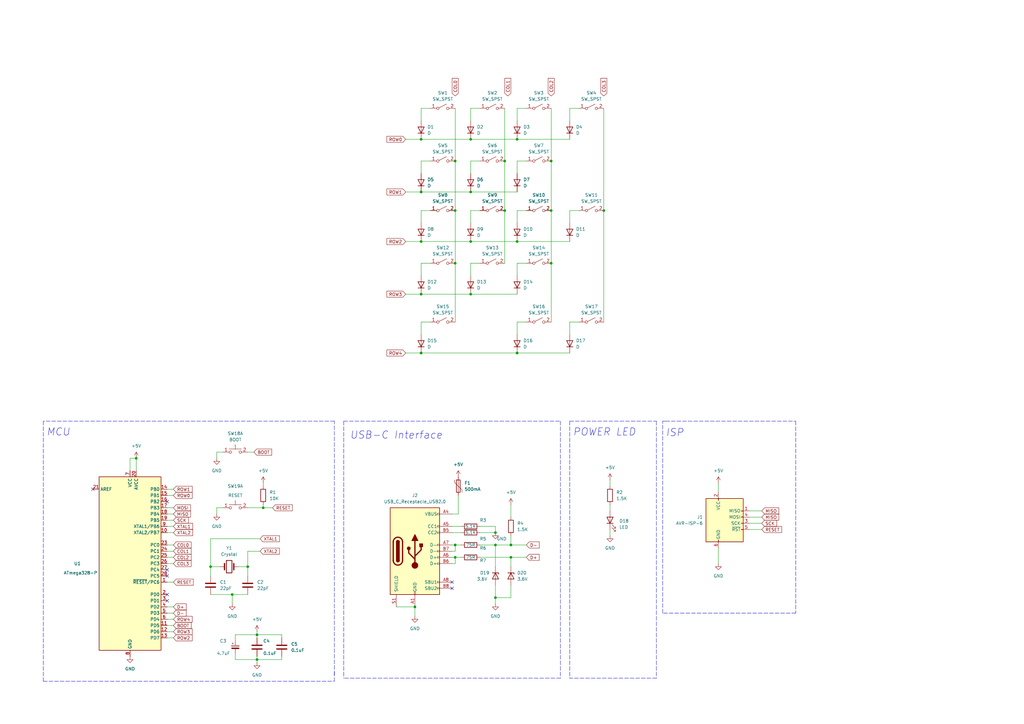
<source format=kicad_sch>
(kicad_sch (version 20211123) (generator eeschema)

  (uuid edf71172-6590-4035-902a-43acb5a32e19)

  (paper "A3")

  (title_block
    (title "The Kenit Numpad")
    (date "2022-10-27")
    (rev "1a")
    (company "MTE")
  )

  (lib_symbols
    (symbol "Connector:AVR-ISP-6" (pin_names (offset 1.016)) (in_bom yes) (on_board yes)
      (property "Reference" "J" (id 0) (at -6.35 11.43 0)
        (effects (font (size 1.27 1.27)) (justify left))
      )
      (property "Value" "AVR-ISP-6" (id 1) (at 0 11.43 0)
        (effects (font (size 1.27 1.27)) (justify left))
      )
      (property "Footprint" "" (id 2) (at -6.35 1.27 90)
        (effects (font (size 1.27 1.27)) hide)
      )
      (property "Datasheet" " ~" (id 3) (at -32.385 -13.97 0)
        (effects (font (size 1.27 1.27)) hide)
      )
      (property "ki_keywords" "AVR ISP Connector" (id 4) (at 0 0 0)
        (effects (font (size 1.27 1.27)) hide)
      )
      (property "ki_description" "Atmel 6-pin ISP connector" (id 5) (at 0 0 0)
        (effects (font (size 1.27 1.27)) hide)
      )
      (property "ki_fp_filters" "IDC?Header*2x03* Pin?Header*2x03*" (id 6) (at 0 0 0)
        (effects (font (size 1.27 1.27)) hide)
      )
      (symbol "AVR-ISP-6_0_1"
        (rectangle (start -2.667 -6.858) (end -2.413 -7.62)
          (stroke (width 0) (type default) (color 0 0 0 0))
          (fill (type none))
        )
        (rectangle (start -2.667 10.16) (end -2.413 9.398)
          (stroke (width 0) (type default) (color 0 0 0 0))
          (fill (type none))
        )
        (rectangle (start 7.62 -2.413) (end 6.858 -2.667)
          (stroke (width 0) (type default) (color 0 0 0 0))
          (fill (type none))
        )
        (rectangle (start 7.62 0.127) (end 6.858 -0.127)
          (stroke (width 0) (type default) (color 0 0 0 0))
          (fill (type none))
        )
        (rectangle (start 7.62 2.667) (end 6.858 2.413)
          (stroke (width 0) (type default) (color 0 0 0 0))
          (fill (type none))
        )
        (rectangle (start 7.62 5.207) (end 6.858 4.953)
          (stroke (width 0) (type default) (color 0 0 0 0))
          (fill (type none))
        )
        (rectangle (start 7.62 10.16) (end -7.62 -7.62)
          (stroke (width 0.254) (type default) (color 0 0 0 0))
          (fill (type background))
        )
      )
      (symbol "AVR-ISP-6_1_1"
        (pin passive line (at 10.16 5.08 180) (length 2.54)
          (name "MISO" (effects (font (size 1.27 1.27))))
          (number "1" (effects (font (size 1.27 1.27))))
        )
        (pin passive line (at -2.54 12.7 270) (length 2.54)
          (name "VCC" (effects (font (size 1.27 1.27))))
          (number "2" (effects (font (size 1.27 1.27))))
        )
        (pin passive line (at 10.16 0 180) (length 2.54)
          (name "SCK" (effects (font (size 1.27 1.27))))
          (number "3" (effects (font (size 1.27 1.27))))
        )
        (pin passive line (at 10.16 2.54 180) (length 2.54)
          (name "MOSI" (effects (font (size 1.27 1.27))))
          (number "4" (effects (font (size 1.27 1.27))))
        )
        (pin passive line (at 10.16 -2.54 180) (length 2.54)
          (name "~{RST}" (effects (font (size 1.27 1.27))))
          (number "5" (effects (font (size 1.27 1.27))))
        )
        (pin passive line (at -2.54 -10.16 90) (length 2.54)
          (name "GND" (effects (font (size 1.27 1.27))))
          (number "6" (effects (font (size 1.27 1.27))))
        )
      )
    )
    (symbol "Connector:USB_C_Receptacle_USB2.0" (pin_names (offset 1.016)) (in_bom yes) (on_board yes)
      (property "Reference" "J" (id 0) (at -10.16 19.05 0)
        (effects (font (size 1.27 1.27)) (justify left))
      )
      (property "Value" "USB_C_Receptacle_USB2.0" (id 1) (at 19.05 19.05 0)
        (effects (font (size 1.27 1.27)) (justify right))
      )
      (property "Footprint" "" (id 2) (at 3.81 0 0)
        (effects (font (size 1.27 1.27)) hide)
      )
      (property "Datasheet" "https://www.usb.org/sites/default/files/documents/usb_type-c.zip" (id 3) (at 3.81 0 0)
        (effects (font (size 1.27 1.27)) hide)
      )
      (property "ki_keywords" "usb universal serial bus type-C USB2.0" (id 4) (at 0 0 0)
        (effects (font (size 1.27 1.27)) hide)
      )
      (property "ki_description" "USB 2.0-only Type-C Receptacle connector" (id 5) (at 0 0 0)
        (effects (font (size 1.27 1.27)) hide)
      )
      (property "ki_fp_filters" "USB*C*Receptacle*" (id 6) (at 0 0 0)
        (effects (font (size 1.27 1.27)) hide)
      )
      (symbol "USB_C_Receptacle_USB2.0_0_0"
        (rectangle (start -0.254 -17.78) (end 0.254 -16.764)
          (stroke (width 0) (type default) (color 0 0 0 0))
          (fill (type none))
        )
        (rectangle (start 10.16 -14.986) (end 9.144 -15.494)
          (stroke (width 0) (type default) (color 0 0 0 0))
          (fill (type none))
        )
        (rectangle (start 10.16 -12.446) (end 9.144 -12.954)
          (stroke (width 0) (type default) (color 0 0 0 0))
          (fill (type none))
        )
        (rectangle (start 10.16 -4.826) (end 9.144 -5.334)
          (stroke (width 0) (type default) (color 0 0 0 0))
          (fill (type none))
        )
        (rectangle (start 10.16 -2.286) (end 9.144 -2.794)
          (stroke (width 0) (type default) (color 0 0 0 0))
          (fill (type none))
        )
        (rectangle (start 10.16 0.254) (end 9.144 -0.254)
          (stroke (width 0) (type default) (color 0 0 0 0))
          (fill (type none))
        )
        (rectangle (start 10.16 2.794) (end 9.144 2.286)
          (stroke (width 0) (type default) (color 0 0 0 0))
          (fill (type none))
        )
        (rectangle (start 10.16 7.874) (end 9.144 7.366)
          (stroke (width 0) (type default) (color 0 0 0 0))
          (fill (type none))
        )
        (rectangle (start 10.16 10.414) (end 9.144 9.906)
          (stroke (width 0) (type default) (color 0 0 0 0))
          (fill (type none))
        )
        (rectangle (start 10.16 15.494) (end 9.144 14.986)
          (stroke (width 0) (type default) (color 0 0 0 0))
          (fill (type none))
        )
      )
      (symbol "USB_C_Receptacle_USB2.0_0_1"
        (rectangle (start -10.16 17.78) (end 10.16 -17.78)
          (stroke (width 0.254) (type default) (color 0 0 0 0))
          (fill (type background))
        )
        (arc (start -8.89 -3.81) (mid -6.985 -5.715) (end -5.08 -3.81)
          (stroke (width 0.508) (type default) (color 0 0 0 0))
          (fill (type none))
        )
        (arc (start -7.62 -3.81) (mid -6.985 -4.445) (end -6.35 -3.81)
          (stroke (width 0.254) (type default) (color 0 0 0 0))
          (fill (type none))
        )
        (arc (start -7.62 -3.81) (mid -6.985 -4.445) (end -6.35 -3.81)
          (stroke (width 0.254) (type default) (color 0 0 0 0))
          (fill (type outline))
        )
        (rectangle (start -7.62 -3.81) (end -6.35 3.81)
          (stroke (width 0.254) (type default) (color 0 0 0 0))
          (fill (type outline))
        )
        (arc (start -6.35 3.81) (mid -6.985 4.445) (end -7.62 3.81)
          (stroke (width 0.254) (type default) (color 0 0 0 0))
          (fill (type none))
        )
        (arc (start -6.35 3.81) (mid -6.985 4.445) (end -7.62 3.81)
          (stroke (width 0.254) (type default) (color 0 0 0 0))
          (fill (type outline))
        )
        (arc (start -5.08 3.81) (mid -6.985 5.715) (end -8.89 3.81)
          (stroke (width 0.508) (type default) (color 0 0 0 0))
          (fill (type none))
        )
        (circle (center -2.54 1.143) (radius 0.635)
          (stroke (width 0.254) (type default) (color 0 0 0 0))
          (fill (type outline))
        )
        (circle (center 0 -5.842) (radius 1.27)
          (stroke (width 0) (type default) (color 0 0 0 0))
          (fill (type outline))
        )
        (polyline
          (pts
            (xy -8.89 -3.81)
            (xy -8.89 3.81)
          )
          (stroke (width 0.508) (type default) (color 0 0 0 0))
          (fill (type none))
        )
        (polyline
          (pts
            (xy -5.08 3.81)
            (xy -5.08 -3.81)
          )
          (stroke (width 0.508) (type default) (color 0 0 0 0))
          (fill (type none))
        )
        (polyline
          (pts
            (xy 0 -5.842)
            (xy 0 4.318)
          )
          (stroke (width 0.508) (type default) (color 0 0 0 0))
          (fill (type none))
        )
        (polyline
          (pts
            (xy 0 -3.302)
            (xy -2.54 -0.762)
            (xy -2.54 0.508)
          )
          (stroke (width 0.508) (type default) (color 0 0 0 0))
          (fill (type none))
        )
        (polyline
          (pts
            (xy 0 -2.032)
            (xy 2.54 0.508)
            (xy 2.54 1.778)
          )
          (stroke (width 0.508) (type default) (color 0 0 0 0))
          (fill (type none))
        )
        (polyline
          (pts
            (xy -1.27 4.318)
            (xy 0 6.858)
            (xy 1.27 4.318)
            (xy -1.27 4.318)
          )
          (stroke (width 0.254) (type default) (color 0 0 0 0))
          (fill (type outline))
        )
        (rectangle (start 1.905 1.778) (end 3.175 3.048)
          (stroke (width 0.254) (type default) (color 0 0 0 0))
          (fill (type outline))
        )
      )
      (symbol "USB_C_Receptacle_USB2.0_1_1"
        (pin passive line (at 0 -22.86 90) (length 5.08)
          (name "GND" (effects (font (size 1.27 1.27))))
          (number "A1" (effects (font (size 1.27 1.27))))
        )
        (pin passive line (at 0 -22.86 90) (length 5.08) hide
          (name "GND" (effects (font (size 1.27 1.27))))
          (number "A12" (effects (font (size 1.27 1.27))))
        )
        (pin passive line (at 15.24 15.24 180) (length 5.08)
          (name "VBUS" (effects (font (size 1.27 1.27))))
          (number "A4" (effects (font (size 1.27 1.27))))
        )
        (pin bidirectional line (at 15.24 10.16 180) (length 5.08)
          (name "CC1" (effects (font (size 1.27 1.27))))
          (number "A5" (effects (font (size 1.27 1.27))))
        )
        (pin bidirectional line (at 15.24 -2.54 180) (length 5.08)
          (name "D+" (effects (font (size 1.27 1.27))))
          (number "A6" (effects (font (size 1.27 1.27))))
        )
        (pin bidirectional line (at 15.24 2.54 180) (length 5.08)
          (name "D-" (effects (font (size 1.27 1.27))))
          (number "A7" (effects (font (size 1.27 1.27))))
        )
        (pin bidirectional line (at 15.24 -12.7 180) (length 5.08)
          (name "SBU1" (effects (font (size 1.27 1.27))))
          (number "A8" (effects (font (size 1.27 1.27))))
        )
        (pin passive line (at 15.24 15.24 180) (length 5.08) hide
          (name "VBUS" (effects (font (size 1.27 1.27))))
          (number "A9" (effects (font (size 1.27 1.27))))
        )
        (pin passive line (at 0 -22.86 90) (length 5.08) hide
          (name "GND" (effects (font (size 1.27 1.27))))
          (number "B1" (effects (font (size 1.27 1.27))))
        )
        (pin passive line (at 0 -22.86 90) (length 5.08) hide
          (name "GND" (effects (font (size 1.27 1.27))))
          (number "B12" (effects (font (size 1.27 1.27))))
        )
        (pin passive line (at 15.24 15.24 180) (length 5.08) hide
          (name "VBUS" (effects (font (size 1.27 1.27))))
          (number "B4" (effects (font (size 1.27 1.27))))
        )
        (pin bidirectional line (at 15.24 7.62 180) (length 5.08)
          (name "CC2" (effects (font (size 1.27 1.27))))
          (number "B5" (effects (font (size 1.27 1.27))))
        )
        (pin bidirectional line (at 15.24 -5.08 180) (length 5.08)
          (name "D+" (effects (font (size 1.27 1.27))))
          (number "B6" (effects (font (size 1.27 1.27))))
        )
        (pin bidirectional line (at 15.24 0 180) (length 5.08)
          (name "D-" (effects (font (size 1.27 1.27))))
          (number "B7" (effects (font (size 1.27 1.27))))
        )
        (pin bidirectional line (at 15.24 -15.24 180) (length 5.08)
          (name "SBU2" (effects (font (size 1.27 1.27))))
          (number "B8" (effects (font (size 1.27 1.27))))
        )
        (pin passive line (at 15.24 15.24 180) (length 5.08) hide
          (name "VBUS" (effects (font (size 1.27 1.27))))
          (number "B9" (effects (font (size 1.27 1.27))))
        )
        (pin passive line (at -7.62 -22.86 90) (length 5.08)
          (name "SHIELD" (effects (font (size 1.27 1.27))))
          (number "S1" (effects (font (size 1.27 1.27))))
        )
      )
    )
    (symbol "Device:C" (pin_numbers hide) (pin_names (offset 0.254)) (in_bom yes) (on_board yes)
      (property "Reference" "C" (id 0) (at 0.635 2.54 0)
        (effects (font (size 1.27 1.27)) (justify left))
      )
      (property "Value" "C" (id 1) (at 0.635 -2.54 0)
        (effects (font (size 1.27 1.27)) (justify left))
      )
      (property "Footprint" "" (id 2) (at 0.9652 -3.81 0)
        (effects (font (size 1.27 1.27)) hide)
      )
      (property "Datasheet" "~" (id 3) (at 0 0 0)
        (effects (font (size 1.27 1.27)) hide)
      )
      (property "ki_keywords" "cap capacitor" (id 4) (at 0 0 0)
        (effects (font (size 1.27 1.27)) hide)
      )
      (property "ki_description" "Unpolarized capacitor" (id 5) (at 0 0 0)
        (effects (font (size 1.27 1.27)) hide)
      )
      (property "ki_fp_filters" "C_*" (id 6) (at 0 0 0)
        (effects (font (size 1.27 1.27)) hide)
      )
      (symbol "C_0_1"
        (polyline
          (pts
            (xy -2.032 -0.762)
            (xy 2.032 -0.762)
          )
          (stroke (width 0.508) (type default) (color 0 0 0 0))
          (fill (type none))
        )
        (polyline
          (pts
            (xy -2.032 0.762)
            (xy 2.032 0.762)
          )
          (stroke (width 0.508) (type default) (color 0 0 0 0))
          (fill (type none))
        )
      )
      (symbol "C_1_1"
        (pin passive line (at 0 3.81 270) (length 2.794)
          (name "~" (effects (font (size 1.27 1.27))))
          (number "1" (effects (font (size 1.27 1.27))))
        )
        (pin passive line (at 0 -3.81 90) (length 2.794)
          (name "~" (effects (font (size 1.27 1.27))))
          (number "2" (effects (font (size 1.27 1.27))))
        )
      )
    )
    (symbol "Device:C_Polarized_Small" (pin_numbers hide) (pin_names (offset 0.254) hide) (in_bom yes) (on_board yes)
      (property "Reference" "C" (id 0) (at 0.254 1.778 0)
        (effects (font (size 1.27 1.27)) (justify left))
      )
      (property "Value" "C_Polarized_Small" (id 1) (at 0.254 -2.032 0)
        (effects (font (size 1.27 1.27)) (justify left))
      )
      (property "Footprint" "" (id 2) (at 0 0 0)
        (effects (font (size 1.27 1.27)) hide)
      )
      (property "Datasheet" "~" (id 3) (at 0 0 0)
        (effects (font (size 1.27 1.27)) hide)
      )
      (property "ki_keywords" "cap capacitor" (id 4) (at 0 0 0)
        (effects (font (size 1.27 1.27)) hide)
      )
      (property "ki_description" "Polarized capacitor, small symbol" (id 5) (at 0 0 0)
        (effects (font (size 1.27 1.27)) hide)
      )
      (property "ki_fp_filters" "CP_*" (id 6) (at 0 0 0)
        (effects (font (size 1.27 1.27)) hide)
      )
      (symbol "C_Polarized_Small_0_1"
        (rectangle (start -1.524 -0.3048) (end 1.524 -0.6858)
          (stroke (width 0) (type default) (color 0 0 0 0))
          (fill (type outline))
        )
        (rectangle (start -1.524 0.6858) (end 1.524 0.3048)
          (stroke (width 0) (type default) (color 0 0 0 0))
          (fill (type none))
        )
        (polyline
          (pts
            (xy -1.27 1.524)
            (xy -0.762 1.524)
          )
          (stroke (width 0) (type default) (color 0 0 0 0))
          (fill (type none))
        )
        (polyline
          (pts
            (xy -1.016 1.27)
            (xy -1.016 1.778)
          )
          (stroke (width 0) (type default) (color 0 0 0 0))
          (fill (type none))
        )
      )
      (symbol "C_Polarized_Small_1_1"
        (pin passive line (at 0 2.54 270) (length 1.8542)
          (name "~" (effects (font (size 1.27 1.27))))
          (number "1" (effects (font (size 1.27 1.27))))
        )
        (pin passive line (at 0 -2.54 90) (length 1.8542)
          (name "~" (effects (font (size 1.27 1.27))))
          (number "2" (effects (font (size 1.27 1.27))))
        )
      )
    )
    (symbol "Device:Crystal" (pin_numbers hide) (pin_names (offset 1.016) hide) (in_bom yes) (on_board yes)
      (property "Reference" "Y" (id 0) (at 0 3.81 0)
        (effects (font (size 1.27 1.27)))
      )
      (property "Value" "Crystal" (id 1) (at 0 -3.81 0)
        (effects (font (size 1.27 1.27)))
      )
      (property "Footprint" "" (id 2) (at 0 0 0)
        (effects (font (size 1.27 1.27)) hide)
      )
      (property "Datasheet" "~" (id 3) (at 0 0 0)
        (effects (font (size 1.27 1.27)) hide)
      )
      (property "ki_keywords" "quartz ceramic resonator oscillator" (id 4) (at 0 0 0)
        (effects (font (size 1.27 1.27)) hide)
      )
      (property "ki_description" "Two pin crystal" (id 5) (at 0 0 0)
        (effects (font (size 1.27 1.27)) hide)
      )
      (property "ki_fp_filters" "Crystal*" (id 6) (at 0 0 0)
        (effects (font (size 1.27 1.27)) hide)
      )
      (symbol "Crystal_0_1"
        (rectangle (start -1.143 2.54) (end 1.143 -2.54)
          (stroke (width 0.3048) (type default) (color 0 0 0 0))
          (fill (type none))
        )
        (polyline
          (pts
            (xy -2.54 0)
            (xy -1.905 0)
          )
          (stroke (width 0) (type default) (color 0 0 0 0))
          (fill (type none))
        )
        (polyline
          (pts
            (xy -1.905 -1.27)
            (xy -1.905 1.27)
          )
          (stroke (width 0.508) (type default) (color 0 0 0 0))
          (fill (type none))
        )
        (polyline
          (pts
            (xy 1.905 -1.27)
            (xy 1.905 1.27)
          )
          (stroke (width 0.508) (type default) (color 0 0 0 0))
          (fill (type none))
        )
        (polyline
          (pts
            (xy 2.54 0)
            (xy 1.905 0)
          )
          (stroke (width 0) (type default) (color 0 0 0 0))
          (fill (type none))
        )
      )
      (symbol "Crystal_1_1"
        (pin passive line (at -3.81 0 0) (length 1.27)
          (name "1" (effects (font (size 1.27 1.27))))
          (number "1" (effects (font (size 1.27 1.27))))
        )
        (pin passive line (at 3.81 0 180) (length 1.27)
          (name "2" (effects (font (size 1.27 1.27))))
          (number "2" (effects (font (size 1.27 1.27))))
        )
      )
    )
    (symbol "Device:D" (pin_numbers hide) (pin_names (offset 1.016) hide) (in_bom yes) (on_board yes)
      (property "Reference" "D" (id 0) (at 0 2.54 0)
        (effects (font (size 1.27 1.27)))
      )
      (property "Value" "D" (id 1) (at 0 -2.54 0)
        (effects (font (size 1.27 1.27)))
      )
      (property "Footprint" "" (id 2) (at 0 0 0)
        (effects (font (size 1.27 1.27)) hide)
      )
      (property "Datasheet" "~" (id 3) (at 0 0 0)
        (effects (font (size 1.27 1.27)) hide)
      )
      (property "ki_keywords" "diode" (id 4) (at 0 0 0)
        (effects (font (size 1.27 1.27)) hide)
      )
      (property "ki_description" "Diode" (id 5) (at 0 0 0)
        (effects (font (size 1.27 1.27)) hide)
      )
      (property "ki_fp_filters" "TO-???* *_Diode_* *SingleDiode* D_*" (id 6) (at 0 0 0)
        (effects (font (size 1.27 1.27)) hide)
      )
      (symbol "D_0_1"
        (polyline
          (pts
            (xy -1.27 1.27)
            (xy -1.27 -1.27)
          )
          (stroke (width 0.254) (type default) (color 0 0 0 0))
          (fill (type none))
        )
        (polyline
          (pts
            (xy 1.27 0)
            (xy -1.27 0)
          )
          (stroke (width 0) (type default) (color 0 0 0 0))
          (fill (type none))
        )
        (polyline
          (pts
            (xy 1.27 1.27)
            (xy 1.27 -1.27)
            (xy -1.27 0)
            (xy 1.27 1.27)
          )
          (stroke (width 0.254) (type default) (color 0 0 0 0))
          (fill (type none))
        )
      )
      (symbol "D_1_1"
        (pin passive line (at -3.81 0 0) (length 2.54)
          (name "K" (effects (font (size 1.27 1.27))))
          (number "1" (effects (font (size 1.27 1.27))))
        )
        (pin passive line (at 3.81 0 180) (length 2.54)
          (name "A" (effects (font (size 1.27 1.27))))
          (number "2" (effects (font (size 1.27 1.27))))
        )
      )
    )
    (symbol "Device:D_Zener" (pin_numbers hide) (pin_names (offset 1.016) hide) (in_bom yes) (on_board yes)
      (property "Reference" "D" (id 0) (at 0 2.54 0)
        (effects (font (size 1.27 1.27)))
      )
      (property "Value" "D_Zener" (id 1) (at 0 -2.54 0)
        (effects (font (size 1.27 1.27)))
      )
      (property "Footprint" "" (id 2) (at 0 0 0)
        (effects (font (size 1.27 1.27)) hide)
      )
      (property "Datasheet" "~" (id 3) (at 0 0 0)
        (effects (font (size 1.27 1.27)) hide)
      )
      (property "ki_keywords" "diode" (id 4) (at 0 0 0)
        (effects (font (size 1.27 1.27)) hide)
      )
      (property "ki_description" "Zener diode" (id 5) (at 0 0 0)
        (effects (font (size 1.27 1.27)) hide)
      )
      (property "ki_fp_filters" "TO-???* *_Diode_* *SingleDiode* D_*" (id 6) (at 0 0 0)
        (effects (font (size 1.27 1.27)) hide)
      )
      (symbol "D_Zener_0_1"
        (polyline
          (pts
            (xy 1.27 0)
            (xy -1.27 0)
          )
          (stroke (width 0) (type default) (color 0 0 0 0))
          (fill (type none))
        )
        (polyline
          (pts
            (xy -1.27 -1.27)
            (xy -1.27 1.27)
            (xy -0.762 1.27)
          )
          (stroke (width 0.254) (type default) (color 0 0 0 0))
          (fill (type none))
        )
        (polyline
          (pts
            (xy 1.27 -1.27)
            (xy 1.27 1.27)
            (xy -1.27 0)
            (xy 1.27 -1.27)
          )
          (stroke (width 0.254) (type default) (color 0 0 0 0))
          (fill (type none))
        )
      )
      (symbol "D_Zener_1_1"
        (pin passive line (at -3.81 0 0) (length 2.54)
          (name "K" (effects (font (size 1.27 1.27))))
          (number "1" (effects (font (size 1.27 1.27))))
        )
        (pin passive line (at 3.81 0 180) (length 2.54)
          (name "A" (effects (font (size 1.27 1.27))))
          (number "2" (effects (font (size 1.27 1.27))))
        )
      )
    )
    (symbol "Device:LED" (pin_numbers hide) (pin_names (offset 1.016) hide) (in_bom yes) (on_board yes)
      (property "Reference" "D" (id 0) (at 0 2.54 0)
        (effects (font (size 1.27 1.27)))
      )
      (property "Value" "LED" (id 1) (at 0 -2.54 0)
        (effects (font (size 1.27 1.27)))
      )
      (property "Footprint" "" (id 2) (at 0 0 0)
        (effects (font (size 1.27 1.27)) hide)
      )
      (property "Datasheet" "~" (id 3) (at 0 0 0)
        (effects (font (size 1.27 1.27)) hide)
      )
      (property "ki_keywords" "LED diode" (id 4) (at 0 0 0)
        (effects (font (size 1.27 1.27)) hide)
      )
      (property "ki_description" "Light emitting diode" (id 5) (at 0 0 0)
        (effects (font (size 1.27 1.27)) hide)
      )
      (property "ki_fp_filters" "LED* LED_SMD:* LED_THT:*" (id 6) (at 0 0 0)
        (effects (font (size 1.27 1.27)) hide)
      )
      (symbol "LED_0_1"
        (polyline
          (pts
            (xy -1.27 -1.27)
            (xy -1.27 1.27)
          )
          (stroke (width 0.254) (type default) (color 0 0 0 0))
          (fill (type none))
        )
        (polyline
          (pts
            (xy -1.27 0)
            (xy 1.27 0)
          )
          (stroke (width 0) (type default) (color 0 0 0 0))
          (fill (type none))
        )
        (polyline
          (pts
            (xy 1.27 -1.27)
            (xy 1.27 1.27)
            (xy -1.27 0)
            (xy 1.27 -1.27)
          )
          (stroke (width 0.254) (type default) (color 0 0 0 0))
          (fill (type none))
        )
        (polyline
          (pts
            (xy -3.048 -0.762)
            (xy -4.572 -2.286)
            (xy -3.81 -2.286)
            (xy -4.572 -2.286)
            (xy -4.572 -1.524)
          )
          (stroke (width 0) (type default) (color 0 0 0 0))
          (fill (type none))
        )
        (polyline
          (pts
            (xy -1.778 -0.762)
            (xy -3.302 -2.286)
            (xy -2.54 -2.286)
            (xy -3.302 -2.286)
            (xy -3.302 -1.524)
          )
          (stroke (width 0) (type default) (color 0 0 0 0))
          (fill (type none))
        )
      )
      (symbol "LED_1_1"
        (pin passive line (at -3.81 0 0) (length 2.54)
          (name "K" (effects (font (size 1.27 1.27))))
          (number "1" (effects (font (size 1.27 1.27))))
        )
        (pin passive line (at 3.81 0 180) (length 2.54)
          (name "A" (effects (font (size 1.27 1.27))))
          (number "2" (effects (font (size 1.27 1.27))))
        )
      )
    )
    (symbol "Device:Polyfuse" (pin_numbers hide) (pin_names (offset 0)) (in_bom yes) (on_board yes)
      (property "Reference" "F" (id 0) (at -2.54 0 90)
        (effects (font (size 1.27 1.27)))
      )
      (property "Value" "Polyfuse" (id 1) (at 2.54 0 90)
        (effects (font (size 1.27 1.27)))
      )
      (property "Footprint" "" (id 2) (at 1.27 -5.08 0)
        (effects (font (size 1.27 1.27)) (justify left) hide)
      )
      (property "Datasheet" "~" (id 3) (at 0 0 0)
        (effects (font (size 1.27 1.27)) hide)
      )
      (property "ki_keywords" "resettable fuse PTC PPTC polyfuse polyswitch" (id 4) (at 0 0 0)
        (effects (font (size 1.27 1.27)) hide)
      )
      (property "ki_description" "Resettable fuse, polymeric positive temperature coefficient" (id 5) (at 0 0 0)
        (effects (font (size 1.27 1.27)) hide)
      )
      (property "ki_fp_filters" "*polyfuse* *PTC*" (id 6) (at 0 0 0)
        (effects (font (size 1.27 1.27)) hide)
      )
      (symbol "Polyfuse_0_1"
        (rectangle (start -0.762 2.54) (end 0.762 -2.54)
          (stroke (width 0.254) (type default) (color 0 0 0 0))
          (fill (type none))
        )
        (polyline
          (pts
            (xy 0 2.54)
            (xy 0 -2.54)
          )
          (stroke (width 0) (type default) (color 0 0 0 0))
          (fill (type none))
        )
        (polyline
          (pts
            (xy -1.524 2.54)
            (xy -1.524 1.524)
            (xy 1.524 -1.524)
            (xy 1.524 -2.54)
          )
          (stroke (width 0) (type default) (color 0 0 0 0))
          (fill (type none))
        )
      )
      (symbol "Polyfuse_1_1"
        (pin passive line (at 0 3.81 270) (length 1.27)
          (name "~" (effects (font (size 1.27 1.27))))
          (number "1" (effects (font (size 1.27 1.27))))
        )
        (pin passive line (at 0 -3.81 90) (length 1.27)
          (name "~" (effects (font (size 1.27 1.27))))
          (number "2" (effects (font (size 1.27 1.27))))
        )
      )
    )
    (symbol "Device:R" (pin_numbers hide) (pin_names (offset 0)) (in_bom yes) (on_board yes)
      (property "Reference" "R" (id 0) (at 2.032 0 90)
        (effects (font (size 1.27 1.27)))
      )
      (property "Value" "R" (id 1) (at 0 0 90)
        (effects (font (size 1.27 1.27)))
      )
      (property "Footprint" "" (id 2) (at -1.778 0 90)
        (effects (font (size 1.27 1.27)) hide)
      )
      (property "Datasheet" "~" (id 3) (at 0 0 0)
        (effects (font (size 1.27 1.27)) hide)
      )
      (property "ki_keywords" "R res resistor" (id 4) (at 0 0 0)
        (effects (font (size 1.27 1.27)) hide)
      )
      (property "ki_description" "Resistor" (id 5) (at 0 0 0)
        (effects (font (size 1.27 1.27)) hide)
      )
      (property "ki_fp_filters" "R_*" (id 6) (at 0 0 0)
        (effects (font (size 1.27 1.27)) hide)
      )
      (symbol "R_0_1"
        (rectangle (start -1.016 -2.54) (end 1.016 2.54)
          (stroke (width 0.254) (type default) (color 0 0 0 0))
          (fill (type none))
        )
      )
      (symbol "R_1_1"
        (pin passive line (at 0 3.81 270) (length 1.27)
          (name "~" (effects (font (size 1.27 1.27))))
          (number "1" (effects (font (size 1.27 1.27))))
        )
        (pin passive line (at 0 -3.81 90) (length 1.27)
          (name "~" (effects (font (size 1.27 1.27))))
          (number "2" (effects (font (size 1.27 1.27))))
        )
      )
    )
    (symbol "MCU_Microchip_ATmega:ATmega328-P" (in_bom yes) (on_board yes)
      (property "Reference" "U" (id 0) (at -12.7 36.83 0)
        (effects (font (size 1.27 1.27)) (justify left bottom))
      )
      (property "Value" "ATmega328-P" (id 1) (at 2.54 -36.83 0)
        (effects (font (size 1.27 1.27)) (justify left top))
      )
      (property "Footprint" "Package_DIP:DIP-28_W7.62mm" (id 2) (at 0 0 0)
        (effects (font (size 1.27 1.27) italic) hide)
      )
      (property "Datasheet" "http://ww1.microchip.com/downloads/en/DeviceDoc/ATmega328_P%20AVR%20MCU%20with%20picoPower%20Technology%20Data%20Sheet%2040001984A.pdf" (id 3) (at 0 0 0)
        (effects (font (size 1.27 1.27)) hide)
      )
      (property "ki_keywords" "AVR 8bit Microcontroller MegaAVR" (id 4) (at 0 0 0)
        (effects (font (size 1.27 1.27)) hide)
      )
      (property "ki_description" "20MHz, 32kB Flash, 2kB SRAM, 1kB EEPROM, DIP-28" (id 5) (at 0 0 0)
        (effects (font (size 1.27 1.27)) hide)
      )
      (property "ki_fp_filters" "DIP*W7.62mm*" (id 6) (at 0 0 0)
        (effects (font (size 1.27 1.27)) hide)
      )
      (symbol "ATmega328-P_0_1"
        (rectangle (start -12.7 -35.56) (end 12.7 35.56)
          (stroke (width 0.254) (type default) (color 0 0 0 0))
          (fill (type background))
        )
      )
      (symbol "ATmega328-P_1_1"
        (pin bidirectional line (at 15.24 -7.62 180) (length 2.54)
          (name "~{RESET}/PC6" (effects (font (size 1.27 1.27))))
          (number "1" (effects (font (size 1.27 1.27))))
        )
        (pin bidirectional line (at 15.24 12.7 180) (length 2.54)
          (name "XTAL2/PB7" (effects (font (size 1.27 1.27))))
          (number "10" (effects (font (size 1.27 1.27))))
        )
        (pin bidirectional line (at 15.24 -25.4 180) (length 2.54)
          (name "PD5" (effects (font (size 1.27 1.27))))
          (number "11" (effects (font (size 1.27 1.27))))
        )
        (pin bidirectional line (at 15.24 -27.94 180) (length 2.54)
          (name "PD6" (effects (font (size 1.27 1.27))))
          (number "12" (effects (font (size 1.27 1.27))))
        )
        (pin bidirectional line (at 15.24 -30.48 180) (length 2.54)
          (name "PD7" (effects (font (size 1.27 1.27))))
          (number "13" (effects (font (size 1.27 1.27))))
        )
        (pin bidirectional line (at 15.24 30.48 180) (length 2.54)
          (name "PB0" (effects (font (size 1.27 1.27))))
          (number "14" (effects (font (size 1.27 1.27))))
        )
        (pin bidirectional line (at 15.24 27.94 180) (length 2.54)
          (name "PB1" (effects (font (size 1.27 1.27))))
          (number "15" (effects (font (size 1.27 1.27))))
        )
        (pin bidirectional line (at 15.24 25.4 180) (length 2.54)
          (name "PB2" (effects (font (size 1.27 1.27))))
          (number "16" (effects (font (size 1.27 1.27))))
        )
        (pin bidirectional line (at 15.24 22.86 180) (length 2.54)
          (name "PB3" (effects (font (size 1.27 1.27))))
          (number "17" (effects (font (size 1.27 1.27))))
        )
        (pin bidirectional line (at 15.24 20.32 180) (length 2.54)
          (name "PB4" (effects (font (size 1.27 1.27))))
          (number "18" (effects (font (size 1.27 1.27))))
        )
        (pin bidirectional line (at 15.24 17.78 180) (length 2.54)
          (name "PB5" (effects (font (size 1.27 1.27))))
          (number "19" (effects (font (size 1.27 1.27))))
        )
        (pin bidirectional line (at 15.24 -12.7 180) (length 2.54)
          (name "PD0" (effects (font (size 1.27 1.27))))
          (number "2" (effects (font (size 1.27 1.27))))
        )
        (pin power_in line (at 2.54 38.1 270) (length 2.54)
          (name "AVCC" (effects (font (size 1.27 1.27))))
          (number "20" (effects (font (size 1.27 1.27))))
        )
        (pin passive line (at -15.24 30.48 0) (length 2.54)
          (name "AREF" (effects (font (size 1.27 1.27))))
          (number "21" (effects (font (size 1.27 1.27))))
        )
        (pin passive line (at 0 -38.1 90) (length 2.54) hide
          (name "GND" (effects (font (size 1.27 1.27))))
          (number "22" (effects (font (size 1.27 1.27))))
        )
        (pin bidirectional line (at 15.24 7.62 180) (length 2.54)
          (name "PC0" (effects (font (size 1.27 1.27))))
          (number "23" (effects (font (size 1.27 1.27))))
        )
        (pin bidirectional line (at 15.24 5.08 180) (length 2.54)
          (name "PC1" (effects (font (size 1.27 1.27))))
          (number "24" (effects (font (size 1.27 1.27))))
        )
        (pin bidirectional line (at 15.24 2.54 180) (length 2.54)
          (name "PC2" (effects (font (size 1.27 1.27))))
          (number "25" (effects (font (size 1.27 1.27))))
        )
        (pin bidirectional line (at 15.24 0 180) (length 2.54)
          (name "PC3" (effects (font (size 1.27 1.27))))
          (number "26" (effects (font (size 1.27 1.27))))
        )
        (pin bidirectional line (at 15.24 -2.54 180) (length 2.54)
          (name "PC4" (effects (font (size 1.27 1.27))))
          (number "27" (effects (font (size 1.27 1.27))))
        )
        (pin bidirectional line (at 15.24 -5.08 180) (length 2.54)
          (name "PC5" (effects (font (size 1.27 1.27))))
          (number "28" (effects (font (size 1.27 1.27))))
        )
        (pin bidirectional line (at 15.24 -15.24 180) (length 2.54)
          (name "PD1" (effects (font (size 1.27 1.27))))
          (number "3" (effects (font (size 1.27 1.27))))
        )
        (pin bidirectional line (at 15.24 -17.78 180) (length 2.54)
          (name "PD2" (effects (font (size 1.27 1.27))))
          (number "4" (effects (font (size 1.27 1.27))))
        )
        (pin bidirectional line (at 15.24 -20.32 180) (length 2.54)
          (name "PD3" (effects (font (size 1.27 1.27))))
          (number "5" (effects (font (size 1.27 1.27))))
        )
        (pin bidirectional line (at 15.24 -22.86 180) (length 2.54)
          (name "PD4" (effects (font (size 1.27 1.27))))
          (number "6" (effects (font (size 1.27 1.27))))
        )
        (pin power_in line (at 0 38.1 270) (length 2.54)
          (name "VCC" (effects (font (size 1.27 1.27))))
          (number "7" (effects (font (size 1.27 1.27))))
        )
        (pin power_in line (at 0 -38.1 90) (length 2.54)
          (name "GND" (effects (font (size 1.27 1.27))))
          (number "8" (effects (font (size 1.27 1.27))))
        )
        (pin bidirectional line (at 15.24 15.24 180) (length 2.54)
          (name "XTAL1/PB6" (effects (font (size 1.27 1.27))))
          (number "9" (effects (font (size 1.27 1.27))))
        )
      )
    )
    (symbol "Switch:SW_Push_Dual_x2" (pin_names (offset 1.016) hide) (in_bom yes) (on_board yes)
      (property "Reference" "SW" (id 0) (at 1.27 2.54 0)
        (effects (font (size 1.27 1.27)) (justify left))
      )
      (property "Value" "SW_Push_Dual_x2" (id 1) (at 0 -1.524 0)
        (effects (font (size 1.27 1.27)))
      )
      (property "Footprint" "" (id 2) (at 0 5.08 0)
        (effects (font (size 1.27 1.27)) hide)
      )
      (property "Datasheet" "~" (id 3) (at 0 5.08 0)
        (effects (font (size 1.27 1.27)) hide)
      )
      (property "ki_keywords" "switch normally-open pushbutton push-button" (id 4) (at 0 0 0)
        (effects (font (size 1.27 1.27)) hide)
      )
      (property "ki_description" "Push button switch, generic, separate symbols, four pins" (id 5) (at 0 0 0)
        (effects (font (size 1.27 1.27)) hide)
      )
      (symbol "SW_Push_Dual_x2_0_1"
        (circle (center -2.032 0) (radius 0.508)
          (stroke (width 0) (type default) (color 0 0 0 0))
          (fill (type none))
        )
        (polyline
          (pts
            (xy 0 1.27)
            (xy 0 3.048)
          )
          (stroke (width 0) (type default) (color 0 0 0 0))
          (fill (type none))
        )
        (polyline
          (pts
            (xy 2.54 1.27)
            (xy -2.54 1.27)
          )
          (stroke (width 0) (type default) (color 0 0 0 0))
          (fill (type none))
        )
        (circle (center 2.032 0) (radius 0.508)
          (stroke (width 0) (type default) (color 0 0 0 0))
          (fill (type none))
        )
      )
      (symbol "SW_Push_Dual_x2_1_1"
        (pin passive line (at -5.08 0 0) (length 2.54)
          (name "C" (effects (font (size 1.27 1.27))))
          (number "1" (effects (font (size 1.27 1.27))))
        )
        (pin passive line (at 5.08 0 180) (length 2.54)
          (name "D" (effects (font (size 1.27 1.27))))
          (number "2" (effects (font (size 1.27 1.27))))
        )
      )
      (symbol "SW_Push_Dual_x2_2_1"
        (pin passive line (at -5.08 0 0) (length 2.54)
          (name "C" (effects (font (size 1.27 1.27))))
          (number "3" (effects (font (size 1.27 1.27))))
        )
        (pin passive line (at 5.08 0 180) (length 2.54)
          (name "D" (effects (font (size 1.27 1.27))))
          (number "4" (effects (font (size 1.27 1.27))))
        )
      )
    )
    (symbol "Switch:SW_SPST" (pin_names (offset 0) hide) (in_bom yes) (on_board yes)
      (property "Reference" "SW" (id 0) (at 0 3.175 0)
        (effects (font (size 1.27 1.27)))
      )
      (property "Value" "SW_SPST" (id 1) (at 0 -2.54 0)
        (effects (font (size 1.27 1.27)))
      )
      (property "Footprint" "" (id 2) (at 0 0 0)
        (effects (font (size 1.27 1.27)) hide)
      )
      (property "Datasheet" "~" (id 3) (at 0 0 0)
        (effects (font (size 1.27 1.27)) hide)
      )
      (property "ki_keywords" "switch lever" (id 4) (at 0 0 0)
        (effects (font (size 1.27 1.27)) hide)
      )
      (property "ki_description" "Single Pole Single Throw (SPST) switch" (id 5) (at 0 0 0)
        (effects (font (size 1.27 1.27)) hide)
      )
      (symbol "SW_SPST_0_0"
        (circle (center -2.032 0) (radius 0.508)
          (stroke (width 0) (type default) (color 0 0 0 0))
          (fill (type none))
        )
        (polyline
          (pts
            (xy -1.524 0.254)
            (xy 1.524 1.778)
          )
          (stroke (width 0) (type default) (color 0 0 0 0))
          (fill (type none))
        )
        (circle (center 2.032 0) (radius 0.508)
          (stroke (width 0) (type default) (color 0 0 0 0))
          (fill (type none))
        )
      )
      (symbol "SW_SPST_1_1"
        (pin passive line (at -5.08 0 0) (length 2.54)
          (name "A" (effects (font (size 1.27 1.27))))
          (number "1" (effects (font (size 1.27 1.27))))
        )
        (pin passive line (at 5.08 0 180) (length 2.54)
          (name "B" (effects (font (size 1.27 1.27))))
          (number "2" (effects (font (size 1.27 1.27))))
        )
      )
    )
    (symbol "power:+5V" (power) (pin_names (offset 0)) (in_bom yes) (on_board yes)
      (property "Reference" "#PWR" (id 0) (at 0 -3.81 0)
        (effects (font (size 1.27 1.27)) hide)
      )
      (property "Value" "+5V" (id 1) (at 0 3.556 0)
        (effects (font (size 1.27 1.27)))
      )
      (property "Footprint" "" (id 2) (at 0 0 0)
        (effects (font (size 1.27 1.27)) hide)
      )
      (property "Datasheet" "" (id 3) (at 0 0 0)
        (effects (font (size 1.27 1.27)) hide)
      )
      (property "ki_keywords" "power-flag" (id 4) (at 0 0 0)
        (effects (font (size 1.27 1.27)) hide)
      )
      (property "ki_description" "Power symbol creates a global label with name \"+5V\"" (id 5) (at 0 0 0)
        (effects (font (size 1.27 1.27)) hide)
      )
      (symbol "+5V_0_1"
        (polyline
          (pts
            (xy -0.762 1.27)
            (xy 0 2.54)
          )
          (stroke (width 0) (type default) (color 0 0 0 0))
          (fill (type none))
        )
        (polyline
          (pts
            (xy 0 0)
            (xy 0 2.54)
          )
          (stroke (width 0) (type default) (color 0 0 0 0))
          (fill (type none))
        )
        (polyline
          (pts
            (xy 0 2.54)
            (xy 0.762 1.27)
          )
          (stroke (width 0) (type default) (color 0 0 0 0))
          (fill (type none))
        )
      )
      (symbol "+5V_1_1"
        (pin power_in line (at 0 0 90) (length 0) hide
          (name "+5V" (effects (font (size 1.27 1.27))))
          (number "1" (effects (font (size 1.27 1.27))))
        )
      )
    )
    (symbol "power:GND" (power) (pin_names (offset 0)) (in_bom yes) (on_board yes)
      (property "Reference" "#PWR" (id 0) (at 0 -6.35 0)
        (effects (font (size 1.27 1.27)) hide)
      )
      (property "Value" "GND" (id 1) (at 0 -3.81 0)
        (effects (font (size 1.27 1.27)))
      )
      (property "Footprint" "" (id 2) (at 0 0 0)
        (effects (font (size 1.27 1.27)) hide)
      )
      (property "Datasheet" "" (id 3) (at 0 0 0)
        (effects (font (size 1.27 1.27)) hide)
      )
      (property "ki_keywords" "power-flag" (id 4) (at 0 0 0)
        (effects (font (size 1.27 1.27)) hide)
      )
      (property "ki_description" "Power symbol creates a global label with name \"GND\" , ground" (id 5) (at 0 0 0)
        (effects (font (size 1.27 1.27)) hide)
      )
      (symbol "GND_0_1"
        (polyline
          (pts
            (xy 0 0)
            (xy 0 -1.27)
            (xy 1.27 -1.27)
            (xy 0 -2.54)
            (xy -1.27 -1.27)
            (xy 0 -1.27)
          )
          (stroke (width 0) (type default) (color 0 0 0 0))
          (fill (type none))
        )
      )
      (symbol "GND_1_1"
        (pin power_in line (at 0 0 270) (length 0) hide
          (name "GND" (effects (font (size 1.27 1.27))))
          (number "1" (effects (font (size 1.27 1.27))))
        )
      )
    )
  )

  (junction (at 186.69 228.6) (diameter 0) (color 0 0 0 0)
    (uuid 12c6ab23-8f1e-4d7f-8aae-457100bdbc7d)
  )
  (junction (at 207.01 66.04) (diameter 0) (color 0 0 0 0)
    (uuid 1abcdd17-6e99-4d5d-a29f-7b66c446699d)
  )
  (junction (at 86.36 232.41) (diameter 0) (color 0 0 0 0)
    (uuid 1d37f4d3-66cc-4df9-93c0-befe1bd1e8b4)
  )
  (junction (at 101.6 232.41) (diameter 0) (color 0 0 0 0)
    (uuid 3793996f-54ee-4e60-aa97-acf76483dd8c)
  )
  (junction (at 226.06 86.36) (diameter 0) (color 0 0 0 0)
    (uuid 3c7c8d15-7308-4a6a-8c58-fe72279e2d74)
  )
  (junction (at 212.09 144.78) (diameter 0) (color 0 0 0 0)
    (uuid 45eac7be-9f12-4c6e-a3ca-654f0bb8e9f1)
  )
  (junction (at 203.2 218.44) (diameter 0) (color 0 0 0 0)
    (uuid 471cf52f-72cf-4599-b2d3-e8220904ae0f)
  )
  (junction (at 172.72 120.65) (diameter 0) (color 0 0 0 0)
    (uuid 4c2714a1-8691-4f20-8738-1a940b16358f)
  )
  (junction (at 95.25 243.84) (diameter 0) (color 0 0 0 0)
    (uuid 531bfb5b-6b0a-4a8c-b16a-b1933b68df2e)
  )
  (junction (at 193.04 120.65) (diameter 0) (color 0 0 0 0)
    (uuid 58b92973-66fa-4047-8523-16dc99e150e1)
  )
  (junction (at 105.41 270.51) (diameter 0) (color 0 0 0 0)
    (uuid 5b386799-b32d-43e3-beea-b234e1f35f1e)
  )
  (junction (at 203.2 245.11) (diameter 0) (color 0 0 0 0)
    (uuid 6c1a05d9-cb7c-4cdf-ad05-75543956a11e)
  )
  (junction (at 209.55 223.52) (diameter 0) (color 0 0 0 0)
    (uuid 6d734777-d06b-48ae-9c78-c50bcef47f06)
  )
  (junction (at 212.09 99.06) (diameter 0) (color 0 0 0 0)
    (uuid 745f981e-8289-40a0-b4d6-7340784cc270)
  )
  (junction (at 186.69 223.52) (diameter 0) (color 0 0 0 0)
    (uuid 7656065b-565c-4dbb-be98-a23f65d52dbd)
  )
  (junction (at 212.09 57.15) (diameter 0) (color 0 0 0 0)
    (uuid 8062d680-87ce-48b7-96cf-5cfe4eb758c6)
  )
  (junction (at 172.72 78.74) (diameter 0) (color 0 0 0 0)
    (uuid 893a4fd4-0181-44df-90ae-11dc406a4de0)
  )
  (junction (at 193.04 57.15) (diameter 0) (color 0 0 0 0)
    (uuid 89488517-9942-4123-886e-bf177c4309a4)
  )
  (junction (at 209.55 228.6) (diameter 0) (color 0 0 0 0)
    (uuid 8fa56a72-9447-433f-b7d7-48aea6b22a43)
  )
  (junction (at 226.06 107.95) (diameter 0) (color 0 0 0 0)
    (uuid 92a043a3-d8fe-49bc-958f-920513c5a1bb)
  )
  (junction (at 226.06 66.04) (diameter 0) (color 0 0 0 0)
    (uuid a44731d5-d607-408d-9d65-4e4676a72544)
  )
  (junction (at 55.88 187.96) (diameter 0) (color 0 0 0 0)
    (uuid a8a123f9-c30e-4a09-98ed-bae1eb4c1eca)
  )
  (junction (at 107.95 208.28) (diameter 0) (color 0 0 0 0)
    (uuid b5baf516-d08f-4d80-a725-3a2a15edc333)
  )
  (junction (at 247.65 86.36) (diameter 0) (color 0 0 0 0)
    (uuid bb769693-0b97-467c-949b-b8845c64013f)
  )
  (junction (at 172.72 99.06) (diameter 0) (color 0 0 0 0)
    (uuid be786883-2ea1-4e1d-83e0-d10d2572b373)
  )
  (junction (at 186.69 107.95) (diameter 0) (color 0 0 0 0)
    (uuid c914a187-baca-4664-a009-a169fe5a535a)
  )
  (junction (at 207.01 86.36) (diameter 0) (color 0 0 0 0)
    (uuid df1997fe-2f55-401a-9bc7-cb0e3eefbdbf)
  )
  (junction (at 172.72 144.78) (diameter 0) (color 0 0 0 0)
    (uuid e07094f2-9e76-4cf3-ba16-0cf05b0330af)
  )
  (junction (at 186.69 86.36) (diameter 0) (color 0 0 0 0)
    (uuid e2f3ebf4-f726-4303-9285-cbdb50fda5ee)
  )
  (junction (at 186.69 66.04) (diameter 0) (color 0 0 0 0)
    (uuid ec637615-daeb-45e8-be6b-da615e26f40e)
  )
  (junction (at 170.18 248.92) (diameter 0) (color 0 0 0 0)
    (uuid f260be77-78a7-4cc2-86c4-b9d66c1a3608)
  )
  (junction (at 193.04 78.74) (diameter 0) (color 0 0 0 0)
    (uuid f2f825ce-5843-44b4-a967-59cd21d99bd3)
  )
  (junction (at 105.41 260.35) (diameter 0) (color 0 0 0 0)
    (uuid f34a1835-8668-478d-9415-c247653402b3)
  )
  (junction (at 172.72 57.15) (diameter 0) (color 0 0 0 0)
    (uuid f711d09d-9017-4712-a7c8-ec8596a2167f)
  )
  (junction (at 193.04 99.06) (diameter 0) (color 0 0 0 0)
    (uuid fac52787-0a36-4645-8c28-32beacf68111)
  )
  (junction (at 203.2 223.52) (diameter 0) (color 0 0 0 0)
    (uuid fe90f812-002b-46d5-a2b7-dee5e60ef7a3)
  )

  (no_connect (at 185.42 238.76) (uuid d44ce29b-7261-440f-b4ba-08f570c7bd3e))
  (no_connect (at 185.42 241.3) (uuid d44ce29b-7261-440f-b4ba-08f570c7bd3f))
  (no_connect (at 38.1 200.66) (uuid f67430cf-15ce-4905-a950-5486f74b5f51))
  (no_connect (at 68.58 205.74) (uuid f98caed1-3f65-437c-a630-ff9130072d12))
  (no_connect (at 68.58 233.68) (uuid f98caed1-3f65-437c-a630-ff9130072d13))
  (no_connect (at 68.58 236.22) (uuid f98caed1-3f65-437c-a630-ff9130072d14))
  (no_connect (at 68.58 243.84) (uuid f98caed1-3f65-437c-a630-ff9130072d15))
  (no_connect (at 68.58 246.38) (uuid f98caed1-3f65-437c-a630-ff9130072d16))

  (wire (pts (xy 95.25 243.84) (xy 95.25 247.65))
    (stroke (width 0) (type default) (color 0 0 0 0))
    (uuid 0153e1ed-8e13-4431-bf53-c0c0ff9c33be)
  )
  (wire (pts (xy 166.37 78.74) (xy 172.72 78.74))
    (stroke (width 0) (type default) (color 0 0 0 0))
    (uuid 02ad06c3-f768-44f3-a2f3-d427975fb3f5)
  )
  (wire (pts (xy 247.65 86.36) (xy 247.65 132.08))
    (stroke (width 0) (type default) (color 0 0 0 0))
    (uuid 02d2fe6f-ee63-4ab4-a9ab-d28a443c090e)
  )
  (wire (pts (xy 166.37 99.06) (xy 172.72 99.06))
    (stroke (width 0) (type default) (color 0 0 0 0))
    (uuid 093822fd-cc96-46cc-a59c-62bcfd7a6549)
  )
  (wire (pts (xy 105.41 260.35) (xy 105.41 261.62))
    (stroke (width 0) (type default) (color 0 0 0 0))
    (uuid 097603c0-6965-4afa-8c16-90bac9c5579b)
  )
  (wire (pts (xy 212.09 44.45) (xy 215.9 44.45))
    (stroke (width 0) (type default) (color 0 0 0 0))
    (uuid 0a0928c6-96d8-40cb-9144-d58c21bd8860)
  )
  (wire (pts (xy 207.01 86.36) (xy 207.01 107.95))
    (stroke (width 0) (type default) (color 0 0 0 0))
    (uuid 0ced8d08-4201-4457-8b4a-5959249aafbe)
  )
  (wire (pts (xy 185.42 231.14) (xy 186.69 231.14))
    (stroke (width 0) (type default) (color 0 0 0 0))
    (uuid 0e114d41-d07b-4558-b2b7-9c7dbc34b7e5)
  )
  (wire (pts (xy 233.68 91.44) (xy 233.68 86.36))
    (stroke (width 0) (type default) (color 0 0 0 0))
    (uuid 0fa360bc-1ed8-40d4-ab31-abbcc1327eee)
  )
  (wire (pts (xy 162.56 248.92) (xy 170.18 248.92))
    (stroke (width 0) (type default) (color 0 0 0 0))
    (uuid 149fab63-c383-4e60-b1e3-9176632c3271)
  )
  (wire (pts (xy 209.55 207.01) (xy 209.55 212.09))
    (stroke (width 0) (type default) (color 0 0 0 0))
    (uuid 15aba131-2423-4027-8b61-4f40b2be4d97)
  )
  (wire (pts (xy 68.58 231.14) (xy 71.12 231.14))
    (stroke (width 0) (type default) (color 0 0 0 0))
    (uuid 1c2e274d-2c3b-4562-988a-e229e7474dd4)
  )
  (wire (pts (xy 209.55 219.71) (xy 209.55 223.52))
    (stroke (width 0) (type default) (color 0 0 0 0))
    (uuid 1dad8d51-fb27-4dce-bdb1-549498697487)
  )
  (wire (pts (xy 88.9 208.28) (xy 91.44 208.28))
    (stroke (width 0) (type default) (color 0 0 0 0))
    (uuid 1ecb3fa9-88d2-45ba-9b54-d4b3903ddae1)
  )
  (wire (pts (xy 105.41 269.24) (xy 105.41 270.51))
    (stroke (width 0) (type default) (color 0 0 0 0))
    (uuid 200f43c2-af3e-4246-93e1-1ab5ff38fff7)
  )
  (wire (pts (xy 203.2 223.52) (xy 203.2 232.41))
    (stroke (width 0) (type default) (color 0 0 0 0))
    (uuid 21aebefd-7207-4f62-b481-a4c926b4661c)
  )
  (polyline (pts (xy 269.24 172.72) (xy 269.24 278.13))
    (stroke (width 0) (type default) (color 0 0 0 0))
    (uuid 22b0e825-d4c4-4a2b-bb59-cf0220fdce33)
  )

  (wire (pts (xy 68.58 256.54) (xy 71.12 256.54))
    (stroke (width 0) (type default) (color 0 0 0 0))
    (uuid 23967e4c-9514-4230-a962-72def0a308a0)
  )
  (wire (pts (xy 96.52 267.97) (xy 96.52 270.51))
    (stroke (width 0) (type default) (color 0 0 0 0))
    (uuid 288812e0-5034-47e9-84e4-1e795dac8386)
  )
  (wire (pts (xy 96.52 262.89) (xy 96.52 260.35))
    (stroke (width 0) (type default) (color 0 0 0 0))
    (uuid 28c15bf1-3789-4ab1-a287-3b7892655edf)
  )
  (wire (pts (xy 207.01 66.04) (xy 207.01 86.36))
    (stroke (width 0) (type default) (color 0 0 0 0))
    (uuid 29962b24-8d36-4bfd-a315-5e37b0ab996e)
  )
  (wire (pts (xy 186.69 226.06) (xy 186.69 223.52))
    (stroke (width 0) (type default) (color 0 0 0 0))
    (uuid 2a74931c-41b4-420c-becb-22e1e39a270b)
  )
  (polyline (pts (xy 17.78 279.4) (xy 137.16 279.4))
    (stroke (width 0) (type default) (color 0 0 0 0))
    (uuid 2c44edf6-6777-4418-bb15-45ded2bb6a1e)
  )

  (wire (pts (xy 250.19 217.17) (xy 250.19 219.71))
    (stroke (width 0) (type default) (color 0 0 0 0))
    (uuid 2d216263-7cda-45fa-9c93-a8ec28de59e8)
  )
  (wire (pts (xy 88.9 210.82) (xy 88.9 208.28))
    (stroke (width 0) (type default) (color 0 0 0 0))
    (uuid 2eb2a767-60c5-4b5f-84c6-71240137da01)
  )
  (wire (pts (xy 215.9 228.6) (xy 209.55 228.6))
    (stroke (width 0) (type default) (color 0 0 0 0))
    (uuid 302c5f86-23c5-4b3b-b3d4-caea061dcdbf)
  )
  (wire (pts (xy 96.52 270.51) (xy 105.41 270.51))
    (stroke (width 0) (type default) (color 0 0 0 0))
    (uuid 338bcde5-66a1-4267-ae20-a8ec9da0c01a)
  )
  (wire (pts (xy 68.58 226.06) (xy 71.12 226.06))
    (stroke (width 0) (type default) (color 0 0 0 0))
    (uuid 33cf8499-7be9-477a-9965-ced57f3b303c)
  )
  (wire (pts (xy 193.04 86.36) (xy 196.85 86.36))
    (stroke (width 0) (type default) (color 0 0 0 0))
    (uuid 350473f6-ed44-42f9-8153-c57b92330956)
  )
  (wire (pts (xy 226.06 107.95) (xy 226.06 132.08))
    (stroke (width 0) (type default) (color 0 0 0 0))
    (uuid 35e3750b-d13f-49b2-963c-98374aab8a3a)
  )
  (wire (pts (xy 101.6 208.28) (xy 107.95 208.28))
    (stroke (width 0) (type default) (color 0 0 0 0))
    (uuid 35f3c3c9-6ad4-4e3c-952e-2449cffdac3d)
  )
  (wire (pts (xy 186.69 86.36) (xy 186.69 107.95))
    (stroke (width 0) (type default) (color 0 0 0 0))
    (uuid 362ff5e5-8137-4fa8-8357-61bd25778231)
  )
  (wire (pts (xy 105.41 270.51) (xy 115.57 270.51))
    (stroke (width 0) (type default) (color 0 0 0 0))
    (uuid 393d74eb-1e8a-4a3e-bbc0-1e6586b7b7da)
  )
  (wire (pts (xy 247.65 44.45) (xy 247.65 86.36))
    (stroke (width 0) (type default) (color 0 0 0 0))
    (uuid 394d95b4-5308-43a5-8bad-f85f66ae84db)
  )
  (wire (pts (xy 68.58 261.62) (xy 71.12 261.62))
    (stroke (width 0) (type default) (color 0 0 0 0))
    (uuid 3a207ff5-25bc-48a3-8fa7-3d39cd7be9f8)
  )
  (wire (pts (xy 115.57 261.62) (xy 115.57 260.35))
    (stroke (width 0) (type default) (color 0 0 0 0))
    (uuid 3e4b5bda-dcce-4191-a0bf-ab000349a18a)
  )
  (wire (pts (xy 172.72 107.95) (xy 176.53 107.95))
    (stroke (width 0) (type default) (color 0 0 0 0))
    (uuid 3f60776e-4c0c-40fe-beb9-2d4fcc425588)
  )
  (wire (pts (xy 107.95 207.01) (xy 107.95 208.28))
    (stroke (width 0) (type default) (color 0 0 0 0))
    (uuid 40698038-38b6-4454-8bc4-8606db32b77c)
  )
  (wire (pts (xy 101.6 226.06) (xy 101.6 232.41))
    (stroke (width 0) (type default) (color 0 0 0 0))
    (uuid 41222558-2a57-447c-947a-11085d5ca8d1)
  )
  (wire (pts (xy 185.42 228.6) (xy 186.69 228.6))
    (stroke (width 0) (type default) (color 0 0 0 0))
    (uuid 427f9797-9982-4cf3-b299-69905b9dc616)
  )
  (wire (pts (xy 86.36 232.41) (xy 90.17 232.41))
    (stroke (width 0) (type default) (color 0 0 0 0))
    (uuid 448d57fb-d5f9-4068-8be2-5f2f887e6bb9)
  )
  (wire (pts (xy 68.58 218.44) (xy 71.12 218.44))
    (stroke (width 0) (type default) (color 0 0 0 0))
    (uuid 47b63ac7-bd66-4099-ad50-bd6d16944810)
  )
  (wire (pts (xy 185.42 226.06) (xy 186.69 226.06))
    (stroke (width 0) (type default) (color 0 0 0 0))
    (uuid 47b896fe-4913-42cd-8c00-adadbc9992c1)
  )
  (wire (pts (xy 203.2 240.03) (xy 203.2 245.11))
    (stroke (width 0) (type default) (color 0 0 0 0))
    (uuid 4908ef93-505f-48d3-923c-992a15c1d9f7)
  )
  (wire (pts (xy 68.58 238.76) (xy 71.12 238.76))
    (stroke (width 0) (type default) (color 0 0 0 0))
    (uuid 490d684c-d2e3-4b47-b20a-1bbb0bdf8be4)
  )
  (wire (pts (xy 172.72 44.45) (xy 176.53 44.45))
    (stroke (width 0) (type default) (color 0 0 0 0))
    (uuid 4dffe7f5-e986-428b-b01c-8ed91111e6f1)
  )
  (wire (pts (xy 212.09 57.15) (xy 233.68 57.15))
    (stroke (width 0) (type default) (color 0 0 0 0))
    (uuid 4e5ac7b3-9b01-426e-aa2f-9efbaf112eae)
  )
  (wire (pts (xy 68.58 215.9) (xy 71.12 215.9))
    (stroke (width 0) (type default) (color 0 0 0 0))
    (uuid 4e62e6c4-5218-4b9d-a0f0-29984f168489)
  )
  (wire (pts (xy 172.72 120.65) (xy 193.04 120.65))
    (stroke (width 0) (type default) (color 0 0 0 0))
    (uuid 4ebac803-e17d-4cfc-a76a-4a2c52532766)
  )
  (wire (pts (xy 115.57 270.51) (xy 115.57 269.24))
    (stroke (width 0) (type default) (color 0 0 0 0))
    (uuid 4eeb9a92-96ea-4a63-aa8d-c2f065db5f76)
  )
  (wire (pts (xy 193.04 113.03) (xy 193.04 107.95))
    (stroke (width 0) (type default) (color 0 0 0 0))
    (uuid 4fb92a91-34f1-4464-8954-6cf33fada8ac)
  )
  (wire (pts (xy 68.58 223.52) (xy 71.12 223.52))
    (stroke (width 0) (type default) (color 0 0 0 0))
    (uuid 50521290-93bd-4e23-afc2-f7074a8e683e)
  )
  (wire (pts (xy 68.58 210.82) (xy 71.12 210.82))
    (stroke (width 0) (type default) (color 0 0 0 0))
    (uuid 50e20d63-5442-4010-b47d-29d622ea813b)
  )
  (wire (pts (xy 250.19 207.01) (xy 250.19 209.55))
    (stroke (width 0) (type default) (color 0 0 0 0))
    (uuid 513eed49-f8a3-48b8-bd98-9e011de8b3a7)
  )
  (wire (pts (xy 203.2 218.44) (xy 196.85 218.44))
    (stroke (width 0) (type default) (color 0 0 0 0))
    (uuid 538369b4-ad44-4c98-b96a-3601eae623e1)
  )
  (wire (pts (xy 209.55 228.6) (xy 196.85 228.6))
    (stroke (width 0) (type default) (color 0 0 0 0))
    (uuid 53c0548e-3f45-4d4c-87db-d589e98cd734)
  )
  (wire (pts (xy 212.09 132.08) (xy 215.9 132.08))
    (stroke (width 0) (type default) (color 0 0 0 0))
    (uuid 54aa1949-3e8e-44b3-a058-0888fd0a64b9)
  )
  (wire (pts (xy 212.09 91.44) (xy 212.09 86.36))
    (stroke (width 0) (type default) (color 0 0 0 0))
    (uuid 55e4bc8d-8ab4-43ba-9cd7-3e0d8de09fcb)
  )
  (wire (pts (xy 68.58 203.2) (xy 71.12 203.2))
    (stroke (width 0) (type default) (color 0 0 0 0))
    (uuid 5873a540-ec0d-4278-888a-49c59355310a)
  )
  (wire (pts (xy 170.18 248.92) (xy 170.18 252.73))
    (stroke (width 0) (type default) (color 0 0 0 0))
    (uuid 58f03061-b667-4f27-b619-c6acb2997b16)
  )
  (wire (pts (xy 294.64 224.79) (xy 294.64 231.14))
    (stroke (width 0) (type default) (color 0 0 0 0))
    (uuid 5bf6e219-42ac-4fac-994a-9267a15c26a0)
  )
  (polyline (pts (xy 233.68 172.72) (xy 269.24 172.72))
    (stroke (width 0) (type default) (color 0 0 0 0))
    (uuid 5c9bde94-cf5d-499a-8052-b61e5702c092)
  )
  (polyline (pts (xy 137.16 172.72) (xy 17.78 172.72))
    (stroke (width 0) (type default) (color 0 0 0 0))
    (uuid 6204a50b-f428-461f-9969-a320ac792dca)
  )

  (wire (pts (xy 203.2 223.52) (xy 196.85 223.52))
    (stroke (width 0) (type default) (color 0 0 0 0))
    (uuid 628128c6-a4fb-4c54-a12d-570edcf453bc)
  )
  (wire (pts (xy 193.04 99.06) (xy 212.09 99.06))
    (stroke (width 0) (type default) (color 0 0 0 0))
    (uuid 62f86f91-7f27-4f7f-955f-4cc49dfc295c)
  )
  (wire (pts (xy 212.09 113.03) (xy 212.09 107.95))
    (stroke (width 0) (type default) (color 0 0 0 0))
    (uuid 63fbfa66-342c-4995-af5e-7bd9995ba7cb)
  )
  (polyline (pts (xy 326.39 172.72) (xy 326.39 251.46))
    (stroke (width 0) (type default) (color 0 0 0 0))
    (uuid 6448a1ff-bd6c-4d1b-9a65-5da77da8597b)
  )

  (wire (pts (xy 172.72 113.03) (xy 172.72 107.95))
    (stroke (width 0) (type default) (color 0 0 0 0))
    (uuid 64fbb29a-b256-43a2-ad7a-a774137ebe25)
  )
  (wire (pts (xy 172.72 99.06) (xy 193.04 99.06))
    (stroke (width 0) (type default) (color 0 0 0 0))
    (uuid 672e5ad2-49ba-48fc-bf48-a13f2ae879ca)
  )
  (wire (pts (xy 193.04 71.12) (xy 193.04 66.04))
    (stroke (width 0) (type default) (color 0 0 0 0))
    (uuid 68512503-b9b0-493b-a7ef-8e4d68f4a27a)
  )
  (wire (pts (xy 209.55 223.52) (xy 203.2 223.52))
    (stroke (width 0) (type default) (color 0 0 0 0))
    (uuid 6c131496-6be2-4959-9e36-0f3fdb1fbc58)
  )
  (wire (pts (xy 307.34 214.63) (xy 312.42 214.63))
    (stroke (width 0) (type default) (color 0 0 0 0))
    (uuid 6c7f64a5-4883-4ed6-9ed1-76d4c8d2ecb5)
  )
  (polyline (pts (xy 269.24 278.13) (xy 233.68 278.13))
    (stroke (width 0) (type default) (color 0 0 0 0))
    (uuid 6ed5acd0-3550-4487-908a-c9cc4e7c3d23)
  )

  (wire (pts (xy 105.41 270.51) (xy 105.41 271.78))
    (stroke (width 0) (type default) (color 0 0 0 0))
    (uuid 7171ccd3-5843-4bb8-a85e-68ec38ffe969)
  )
  (wire (pts (xy 185.42 223.52) (xy 186.69 223.52))
    (stroke (width 0) (type default) (color 0 0 0 0))
    (uuid 7265ccbf-f2e5-41fe-a3cc-2d95a11bf610)
  )
  (wire (pts (xy 68.58 259.08) (xy 71.12 259.08))
    (stroke (width 0) (type default) (color 0 0 0 0))
    (uuid 72976856-3f1a-4dee-b439-f4bf53bab082)
  )
  (wire (pts (xy 172.72 91.44) (xy 172.72 86.36))
    (stroke (width 0) (type default) (color 0 0 0 0))
    (uuid 74bdca54-7b07-4c3d-a741-ea9b11b3fcb1)
  )
  (wire (pts (xy 101.6 232.41) (xy 101.6 236.22))
    (stroke (width 0) (type default) (color 0 0 0 0))
    (uuid 775f5d47-992c-4e90-8118-60c46d62d13d)
  )
  (wire (pts (xy 212.09 86.36) (xy 215.9 86.36))
    (stroke (width 0) (type default) (color 0 0 0 0))
    (uuid 780793db-f639-4b7a-a123-7d612ffa99dd)
  )
  (wire (pts (xy 186.69 223.52) (xy 189.23 223.52))
    (stroke (width 0) (type default) (color 0 0 0 0))
    (uuid 790970cb-8ca7-40c9-af69-7be467049f5b)
  )
  (wire (pts (xy 105.41 260.35) (xy 105.41 259.08))
    (stroke (width 0) (type default) (color 0 0 0 0))
    (uuid 793e3549-fb20-4625-b6fa-32aeb0b157b4)
  )
  (wire (pts (xy 107.95 198.12) (xy 107.95 199.39))
    (stroke (width 0) (type default) (color 0 0 0 0))
    (uuid 79bb4df9-072c-4ecf-8ecc-fae4079f1c98)
  )
  (wire (pts (xy 212.09 99.06) (xy 233.68 99.06))
    (stroke (width 0) (type default) (color 0 0 0 0))
    (uuid 7b643546-4d24-4a9b-91c1-f74c3aa84d9b)
  )
  (wire (pts (xy 215.9 223.52) (xy 209.55 223.52))
    (stroke (width 0) (type default) (color 0 0 0 0))
    (uuid 7c390c13-c6b4-49b9-97fe-be5c131eda0a)
  )
  (wire (pts (xy 193.04 120.65) (xy 212.09 120.65))
    (stroke (width 0) (type default) (color 0 0 0 0))
    (uuid 7db819c3-e20e-49da-95d2-65af9328d114)
  )
  (wire (pts (xy 226.06 86.36) (xy 226.06 107.95))
    (stroke (width 0) (type default) (color 0 0 0 0))
    (uuid 7e5d0668-5aff-46b0-a9b1-306ea5b674a3)
  )
  (wire (pts (xy 193.04 49.53) (xy 193.04 44.45))
    (stroke (width 0) (type default) (color 0 0 0 0))
    (uuid 7fe49bcf-4ccc-4ee5-afd0-e0ab92eeabae)
  )
  (wire (pts (xy 233.68 44.45) (xy 237.49 44.45))
    (stroke (width 0) (type default) (color 0 0 0 0))
    (uuid 7ffe038b-83c6-4075-8c34-aaae2ec6ef85)
  )
  (wire (pts (xy 96.52 260.35) (xy 105.41 260.35))
    (stroke (width 0) (type default) (color 0 0 0 0))
    (uuid 803d9a6e-83c0-48fa-9a38-6cf703c0f9f4)
  )
  (wire (pts (xy 307.34 209.55) (xy 312.42 209.55))
    (stroke (width 0) (type default) (color 0 0 0 0))
    (uuid 80cd4fb4-044e-46b0-acd2-55f6a9af0907)
  )
  (wire (pts (xy 86.36 220.98) (xy 86.36 232.41))
    (stroke (width 0) (type default) (color 0 0 0 0))
    (uuid 8200c88c-30d5-4ce7-9b48-6f5443d428a3)
  )
  (wire (pts (xy 207.01 44.45) (xy 207.01 66.04))
    (stroke (width 0) (type default) (color 0 0 0 0))
    (uuid 82b0ef0c-5f36-4de5-95ac-27a46be193f1)
  )
  (wire (pts (xy 212.09 71.12) (xy 212.09 66.04))
    (stroke (width 0) (type default) (color 0 0 0 0))
    (uuid 8461e961-e612-475b-ae0b-42e3d6d2bf56)
  )
  (wire (pts (xy 187.96 210.82) (xy 187.96 203.2))
    (stroke (width 0) (type default) (color 0 0 0 0))
    (uuid 85109b81-b886-40e1-b203-70f787cf5ad3)
  )
  (wire (pts (xy 233.68 86.36) (xy 237.49 86.36))
    (stroke (width 0) (type default) (color 0 0 0 0))
    (uuid 85a37b45-ef4e-4876-8fd5-9f944cf7615d)
  )
  (polyline (pts (xy 271.78 251.46) (xy 271.78 172.72))
    (stroke (width 0) (type default) (color 0 0 0 0))
    (uuid 86591798-fcc6-4126-932a-0c4ec87f1be4)
  )

  (wire (pts (xy 172.72 137.16) (xy 172.72 132.08))
    (stroke (width 0) (type default) (color 0 0 0 0))
    (uuid 881e5515-3f0b-47b9-a5d2-4c0a2a7e68ad)
  )
  (wire (pts (xy 86.36 243.84) (xy 95.25 243.84))
    (stroke (width 0) (type default) (color 0 0 0 0))
    (uuid 8833137f-94fb-476e-a2ee-9676c2ebe175)
  )
  (wire (pts (xy 209.55 228.6) (xy 209.55 232.41))
    (stroke (width 0) (type default) (color 0 0 0 0))
    (uuid 88f7c542-b52f-42e4-8695-26eff7babcbd)
  )
  (wire (pts (xy 185.42 210.82) (xy 187.96 210.82))
    (stroke (width 0) (type default) (color 0 0 0 0))
    (uuid 899360b1-e3a9-43e6-bc9b-e4cb4e49f111)
  )
  (polyline (pts (xy 233.68 172.72) (xy 233.68 278.13))
    (stroke (width 0) (type default) (color 0 0 0 0))
    (uuid 8bdc1aad-0d1f-4aa5-977c-5a7f47a866a8)
  )

  (wire (pts (xy 307.34 212.09) (xy 312.42 212.09))
    (stroke (width 0) (type default) (color 0 0 0 0))
    (uuid 8bee0cef-8987-4d35-8770-c0e16ad5811b)
  )
  (wire (pts (xy 212.09 137.16) (xy 212.09 132.08))
    (stroke (width 0) (type default) (color 0 0 0 0))
    (uuid 8e46cc01-7215-4038-88c0-da3d4ca9820a)
  )
  (wire (pts (xy 101.6 185.42) (xy 104.14 185.42))
    (stroke (width 0) (type default) (color 0 0 0 0))
    (uuid 8f92f9af-11b4-489b-9c56-5c98e78b74c8)
  )
  (wire (pts (xy 166.37 120.65) (xy 172.72 120.65))
    (stroke (width 0) (type default) (color 0 0 0 0))
    (uuid 91346b61-8d8c-4034-b655-3ad45fc9740b)
  )
  (wire (pts (xy 203.2 247.65) (xy 203.2 245.11))
    (stroke (width 0) (type default) (color 0 0 0 0))
    (uuid 9301381e-f4e2-4976-9cac-c9f4150d7c05)
  )
  (wire (pts (xy 186.69 66.04) (xy 186.69 86.36))
    (stroke (width 0) (type default) (color 0 0 0 0))
    (uuid 95803c57-a595-4da7-8933-ad3745f1de0d)
  )
  (wire (pts (xy 53.34 187.96) (xy 55.88 187.96))
    (stroke (width 0) (type default) (color 0 0 0 0))
    (uuid 973db849-c92e-4840-96e5-ece4ab639575)
  )
  (wire (pts (xy 250.19 196.85) (xy 250.19 199.39))
    (stroke (width 0) (type default) (color 0 0 0 0))
    (uuid 9977ea70-c307-4c2a-aceb-2ab29c47d3ed)
  )
  (wire (pts (xy 307.34 217.17) (xy 312.42 217.17))
    (stroke (width 0) (type default) (color 0 0 0 0))
    (uuid 9992bad3-42f5-4516-8f4d-ef7691e67022)
  )
  (wire (pts (xy 172.72 144.78) (xy 212.09 144.78))
    (stroke (width 0) (type default) (color 0 0 0 0))
    (uuid 9d2421d6-784c-4cfb-af89-c2571f92dcb7)
  )
  (wire (pts (xy 166.37 144.78) (xy 172.72 144.78))
    (stroke (width 0) (type default) (color 0 0 0 0))
    (uuid 9d8484aa-ed05-4f13-8986-784c6290a492)
  )
  (wire (pts (xy 203.2 245.11) (xy 209.55 245.11))
    (stroke (width 0) (type default) (color 0 0 0 0))
    (uuid 9f8ef7de-ea36-4f6e-a451-9c5ddbaa3615)
  )
  (wire (pts (xy 115.57 260.35) (xy 105.41 260.35))
    (stroke (width 0) (type default) (color 0 0 0 0))
    (uuid a055f16e-94c2-4f9b-95d7-451995c3a201)
  )
  (polyline (pts (xy 17.78 172.72) (xy 17.78 279.4))
    (stroke (width 0) (type default) (color 0 0 0 0))
    (uuid a0a7b626-13f2-4e34-86d5-dca7833279ea)
  )
  (polyline (pts (xy 137.16 275.59) (xy 137.16 279.4))
    (stroke (width 0) (type default) (color 0 0 0 0))
    (uuid aa151a14-6720-478d-9ef5-5b7a6e7aee1c)
  )

  (wire (pts (xy 185.42 218.44) (xy 189.23 218.44))
    (stroke (width 0) (type default) (color 0 0 0 0))
    (uuid aa5aab92-61f4-498b-b0ba-d8416fa0b3c7)
  )
  (wire (pts (xy 172.72 86.36) (xy 176.53 86.36))
    (stroke (width 0) (type default) (color 0 0 0 0))
    (uuid aa6ac1a2-5dc4-4485-bd38-4ad5e669ad6c)
  )
  (wire (pts (xy 68.58 208.28) (xy 71.12 208.28))
    (stroke (width 0) (type default) (color 0 0 0 0))
    (uuid aab36b7e-4fc5-4a26-9b42-8cf50fe7f56b)
  )
  (polyline (pts (xy 229.87 172.72) (xy 229.87 278.13))
    (stroke (width 0) (type default) (color 0 0 0 0))
    (uuid aae7b54a-528f-4e74-9a19-d5d84a2b2ab5)
  )

  (wire (pts (xy 233.68 137.16) (xy 233.68 132.08))
    (stroke (width 0) (type default) (color 0 0 0 0))
    (uuid ab6b26e3-b43b-48a6-9e46-fabcf7915266)
  )
  (wire (pts (xy 186.69 44.45) (xy 186.69 66.04))
    (stroke (width 0) (type default) (color 0 0 0 0))
    (uuid ad1de36a-8056-4dec-a333-f844cb88555e)
  )
  (wire (pts (xy 233.68 49.53) (xy 233.68 44.45))
    (stroke (width 0) (type default) (color 0 0 0 0))
    (uuid ad77e6fb-f143-46fa-a715-a21795b6ca5c)
  )
  (wire (pts (xy 193.04 78.74) (xy 212.09 78.74))
    (stroke (width 0) (type default) (color 0 0 0 0))
    (uuid adfe3919-3be0-476f-af8d-be33a080d679)
  )
  (wire (pts (xy 226.06 44.45) (xy 226.06 66.04))
    (stroke (width 0) (type default) (color 0 0 0 0))
    (uuid ae15ad0a-88fe-406a-87e8-96c1de046f37)
  )
  (polyline (pts (xy 140.97 172.72) (xy 140.97 278.13))
    (stroke (width 0) (type default) (color 0 0 0 0))
    (uuid b04d328d-5e20-4962-b215-24033df6c918)
  )
  (polyline (pts (xy 326.39 251.46) (xy 271.78 251.46))
    (stroke (width 0) (type default) (color 0 0 0 0))
    (uuid b0afeec7-a97d-4925-81c4-3bdc50167af8)
  )

  (wire (pts (xy 95.25 243.84) (xy 101.6 243.84))
    (stroke (width 0) (type default) (color 0 0 0 0))
    (uuid b6d51b30-55b6-4a30-a09f-ecb8aeac4137)
  )
  (wire (pts (xy 209.55 245.11) (xy 209.55 240.03))
    (stroke (width 0) (type default) (color 0 0 0 0))
    (uuid b7362ef4-8285-4504-8777-593d5e8a2538)
  )
  (wire (pts (xy 68.58 251.46) (xy 71.12 251.46))
    (stroke (width 0) (type default) (color 0 0 0 0))
    (uuid bb111a6c-f43a-453d-93d8-4ce8cae42200)
  )
  (wire (pts (xy 53.34 193.04) (xy 53.34 187.96))
    (stroke (width 0) (type default) (color 0 0 0 0))
    (uuid bc079077-ad7f-46ef-ad1c-9d4b6e27841d)
  )
  (wire (pts (xy 193.04 44.45) (xy 196.85 44.45))
    (stroke (width 0) (type default) (color 0 0 0 0))
    (uuid bec6e080-fccc-4c45-b0fb-8d89d438cf1b)
  )
  (wire (pts (xy 68.58 254) (xy 71.12 254))
    (stroke (width 0) (type default) (color 0 0 0 0))
    (uuid bf5f178d-5221-4b4d-bccb-2270a1ed14a1)
  )
  (wire (pts (xy 172.72 57.15) (xy 193.04 57.15))
    (stroke (width 0) (type default) (color 0 0 0 0))
    (uuid bf7deb35-13c4-4fcb-8767-9b9b85584e81)
  )
  (wire (pts (xy 107.95 208.28) (xy 111.76 208.28))
    (stroke (width 0) (type default) (color 0 0 0 0))
    (uuid c059dd10-6b5e-4b81-9df3-2d31046f7758)
  )
  (wire (pts (xy 193.04 57.15) (xy 212.09 57.15))
    (stroke (width 0) (type default) (color 0 0 0 0))
    (uuid c3b03fba-76bf-4827-89ac-10f25dcf0f97)
  )
  (wire (pts (xy 68.58 228.6) (xy 71.12 228.6))
    (stroke (width 0) (type default) (color 0 0 0 0))
    (uuid c63ee9b7-9799-4c17-a630-42d99c4d604e)
  )
  (wire (pts (xy 172.72 78.74) (xy 193.04 78.74))
    (stroke (width 0) (type default) (color 0 0 0 0))
    (uuid c7556de8-d93a-42f6-be14-a9cdf03def5f)
  )
  (wire (pts (xy 68.58 248.92) (xy 71.12 248.92))
    (stroke (width 0) (type default) (color 0 0 0 0))
    (uuid cb31aada-ebcf-4a9e-b23d-17f8d85a9ed2)
  )
  (wire (pts (xy 172.72 71.12) (xy 172.72 66.04))
    (stroke (width 0) (type default) (color 0 0 0 0))
    (uuid cc2050ab-66c2-4cdb-8284-a86cb81f1827)
  )
  (wire (pts (xy 172.72 132.08) (xy 176.53 132.08))
    (stroke (width 0) (type default) (color 0 0 0 0))
    (uuid d43ab9d5-795c-4d69-98d8-49669496ca8e)
  )
  (wire (pts (xy 97.79 232.41) (xy 101.6 232.41))
    (stroke (width 0) (type default) (color 0 0 0 0))
    (uuid d4d83342-8925-460b-bf08-eb4e7dffa845)
  )
  (polyline (pts (xy 229.87 278.13) (xy 140.97 278.13))
    (stroke (width 0) (type default) (color 0 0 0 0))
    (uuid d5f82b93-d878-4579-90e2-269455b779cc)
  )

  (wire (pts (xy 172.72 49.53) (xy 172.72 44.45))
    (stroke (width 0) (type default) (color 0 0 0 0))
    (uuid d6c2a4c2-9312-4de0-8f2e-ff78fe61417f)
  )
  (wire (pts (xy 186.69 228.6) (xy 189.23 228.6))
    (stroke (width 0) (type default) (color 0 0 0 0))
    (uuid d79ce3de-11e2-41ca-87e8-05fee07f5ef7)
  )
  (wire (pts (xy 203.2 215.9) (xy 203.2 218.44))
    (stroke (width 0) (type default) (color 0 0 0 0))
    (uuid d7d6aa6a-8bfe-4278-b1bb-30b6654addaa)
  )
  (wire (pts (xy 212.09 144.78) (xy 233.68 144.78))
    (stroke (width 0) (type default) (color 0 0 0 0))
    (uuid d7fe7485-a84a-4459-8d74-5b50b811bbe3)
  )
  (wire (pts (xy 186.69 231.14) (xy 186.69 228.6))
    (stroke (width 0) (type default) (color 0 0 0 0))
    (uuid dbbad832-40f6-4932-97bf-8afc4a14ec06)
  )
  (wire (pts (xy 68.58 200.66) (xy 71.12 200.66))
    (stroke (width 0) (type default) (color 0 0 0 0))
    (uuid dc66d9d8-023d-499f-a161-68aa10e58796)
  )
  (wire (pts (xy 55.88 187.96) (xy 55.88 193.04))
    (stroke (width 0) (type default) (color 0 0 0 0))
    (uuid dc86e439-2e0b-4a6e-b1f4-6cb47c088f65)
  )
  (wire (pts (xy 193.04 66.04) (xy 196.85 66.04))
    (stroke (width 0) (type default) (color 0 0 0 0))
    (uuid dd14cc20-018f-4a7c-bdf2-bce879d7404f)
  )
  (wire (pts (xy 106.68 226.06) (xy 101.6 226.06))
    (stroke (width 0) (type default) (color 0 0 0 0))
    (uuid de9b1e74-94be-49a9-bc5b-8c80cdcbd8fd)
  )
  (polyline (pts (xy 273.05 172.72) (xy 326.39 172.72))
    (stroke (width 0) (type default) (color 0 0 0 0))
    (uuid dedea2ce-5389-42cf-a22d-34d161219f51)
  )

  (wire (pts (xy 186.69 107.95) (xy 186.69 132.08))
    (stroke (width 0) (type default) (color 0 0 0 0))
    (uuid e11045ad-3b4f-4d86-a39d-8580ac8ea362)
  )
  (wire (pts (xy 212.09 49.53) (xy 212.09 44.45))
    (stroke (width 0) (type default) (color 0 0 0 0))
    (uuid e34f454f-81c8-4a12-89e8-b923216614ee)
  )
  (wire (pts (xy 212.09 66.04) (xy 215.9 66.04))
    (stroke (width 0) (type default) (color 0 0 0 0))
    (uuid e4a36010-057a-482c-b1ca-c0b614632ff9)
  )
  (polyline (pts (xy 140.97 172.72) (xy 229.87 172.72))
    (stroke (width 0) (type default) (color 0 0 0 0))
    (uuid e899f5ff-a2fa-4bc3-aa1c-e98351050fa8)
  )

  (wire (pts (xy 193.04 91.44) (xy 193.04 86.36))
    (stroke (width 0) (type default) (color 0 0 0 0))
    (uuid eb508e60-9762-417f-af56-b141c0d83855)
  )
  (wire (pts (xy 196.85 215.9) (xy 203.2 215.9))
    (stroke (width 0) (type default) (color 0 0 0 0))
    (uuid ecb3435b-7a17-4a76-8b08-04922a05ae31)
  )
  (wire (pts (xy 185.42 215.9) (xy 189.23 215.9))
    (stroke (width 0) (type default) (color 0 0 0 0))
    (uuid ef9e94bc-79f4-443c-b4f1-1a562dab9b98)
  )
  (polyline (pts (xy 137.16 276.86) (xy 137.16 172.72))
    (stroke (width 0) (type default) (color 0 0 0 0))
    (uuid f1dbcac5-8169-4f1e-b2da-5c4528f489dd)
  )

  (wire (pts (xy 68.58 213.36) (xy 71.12 213.36))
    (stroke (width 0) (type default) (color 0 0 0 0))
    (uuid f2b5ee8d-3908-443f-8186-a6ca766d8688)
  )
  (polyline (pts (xy 271.78 172.72) (xy 273.05 172.72))
    (stroke (width 0) (type default) (color 0 0 0 0))
    (uuid f2e3b2f1-fdb1-444a-b46d-eacd3e8738ce)
  )

  (wire (pts (xy 294.64 198.12) (xy 294.64 201.93))
    (stroke (width 0) (type default) (color 0 0 0 0))
    (uuid f7ad0aa3-2080-4ab4-baea-38d21a509de1)
  )
  (wire (pts (xy 166.37 57.15) (xy 172.72 57.15))
    (stroke (width 0) (type default) (color 0 0 0 0))
    (uuid f8494016-f50d-4b98-bfe4-cc2e4498f46c)
  )
  (wire (pts (xy 193.04 107.95) (xy 196.85 107.95))
    (stroke (width 0) (type default) (color 0 0 0 0))
    (uuid f97eb949-7356-40c3-a7f2-5e9e3e2b47aa)
  )
  (wire (pts (xy 233.68 132.08) (xy 237.49 132.08))
    (stroke (width 0) (type default) (color 0 0 0 0))
    (uuid fa7d86c3-332c-4159-bcb0-5a848076681a)
  )
  (wire (pts (xy 106.68 220.98) (xy 86.36 220.98))
    (stroke (width 0) (type default) (color 0 0 0 0))
    (uuid fa84d6e5-7c54-45fb-b075-386f591a7e84)
  )
  (wire (pts (xy 172.72 66.04) (xy 176.53 66.04))
    (stroke (width 0) (type default) (color 0 0 0 0))
    (uuid faef06c7-00f8-490e-ac79-9b11c713fc61)
  )
  (wire (pts (xy 226.06 66.04) (xy 226.06 86.36))
    (stroke (width 0) (type default) (color 0 0 0 0))
    (uuid fb29fb80-0918-45e3-8f3a-489c049e0d55)
  )
  (wire (pts (xy 88.9 185.42) (xy 88.9 187.96))
    (stroke (width 0) (type default) (color 0 0 0 0))
    (uuid fcadfe07-3a30-4769-aca6-e782a4053917)
  )
  (wire (pts (xy 91.44 185.42) (xy 88.9 185.42))
    (stroke (width 0) (type default) (color 0 0 0 0))
    (uuid fdf85585-d9c0-412d-984c-93f352cd8aa7)
  )
  (wire (pts (xy 86.36 232.41) (xy 86.36 236.22))
    (stroke (width 0) (type default) (color 0 0 0 0))
    (uuid fe1824af-9198-47a6-a289-3b997aa3a5b4)
  )
  (wire (pts (xy 212.09 107.95) (xy 215.9 107.95))
    (stroke (width 0) (type default) (color 0 0 0 0))
    (uuid fffad681-283e-4026-9279-550e778be4c6)
  )

  (text "POWER LED\n" (at 234.95 179.07 0)
    (effects (font (size 3 3) italic) (justify left bottom))
    (uuid 5409302e-3fc2-4c96-8cc4-4500c91d7b33)
  )
  (text "MCU" (at 19.05 179.07 0)
    (effects (font (size 3 3) italic) (justify left bottom))
    (uuid 88773a8f-ac1c-4b7a-99dc-0b3a069f9485)
  )
  (text "ISP\n\n" (at 273.05 184.15 0)
    (effects (font (size 3 3) italic) (justify left bottom))
    (uuid c0875e76-019d-40ec-a3e6-4aaac43abf73)
  )
  (text "USB-C Interface\n" (at 143.51 180.34 0)
    (effects (font (size 3 3) italic) (justify left bottom))
    (uuid c1b2054e-4273-4ee2-a5d6-50b3445034b4)
  )

  (global_label "D+" (shape input) (at 215.9 228.6 0) (fields_autoplaced)
    (effects (font (size 1.27 1.27)) (justify left))
    (uuid 055440ca-59f2-4362-be5d-2711a005f940)
    (property "Intersheet References" "${INTERSHEET_REFS}" (id 0) (at 221.1555 228.5206 0)
      (effects (font (size 1.27 1.27)) (justify left) hide)
    )
  )
  (global_label "XTAL1" (shape input) (at 71.12 215.9 0) (fields_autoplaced)
    (effects (font (size 1.27 1.27)) (justify left))
    (uuid 0582d5a7-90c8-4d93-ab6e-98eebf5262a5)
    (property "Intersheet References" "${INTERSHEET_REFS}" (id 0) (at 79.0364 215.8206 0)
      (effects (font (size 1.27 1.27)) (justify left) hide)
    )
  )
  (global_label "SCK" (shape input) (at 71.12 213.36 0) (fields_autoplaced)
    (effects (font (size 1.27 1.27)) (justify left))
    (uuid 15634ff7-b0a9-4a2f-bf65-874f09dced5b)
    (property "Intersheet References" "${INTERSHEET_REFS}" (id 0) (at 77.2826 213.2806 0)
      (effects (font (size 1.27 1.27)) (justify left) hide)
    )
  )
  (global_label "COL2" (shape input) (at 71.12 228.6 0) (fields_autoplaced)
    (effects (font (size 1.27 1.27)) (justify left))
    (uuid 19805326-fa5a-420f-b9f6-47389b9504c8)
    (property "Intersheet References" "${INTERSHEET_REFS}" (id 0) (at 78.3712 228.5206 0)
      (effects (font (size 1.27 1.27)) (justify left) hide)
    )
  )
  (global_label "ROW4" (shape input) (at 166.37 144.78 180) (fields_autoplaced)
    (effects (font (size 1.27 1.27)) (justify right))
    (uuid 32460e08-1e39-455b-81aa-3d593619b460)
    (property "Intersheet References" "${INTERSHEET_REFS}" (id 0) (at 158.6955 144.7006 0)
      (effects (font (size 1.27 1.27)) (justify right) hide)
    )
  )
  (global_label "MISO" (shape input) (at 71.12 210.82 0) (fields_autoplaced)
    (effects (font (size 1.27 1.27)) (justify left))
    (uuid 49af3a37-a4f5-4f3b-8bbe-5b5973f72667)
    (property "Intersheet References" "${INTERSHEET_REFS}" (id 0) (at 78.1293 210.7406 0)
      (effects (font (size 1.27 1.27)) (justify left) hide)
    )
  )
  (global_label "COL2" (shape input) (at 226.06 39.37 90) (fields_autoplaced)
    (effects (font (size 1.27 1.27)) (justify left))
    (uuid 4abc9f31-7afd-4494-bb67-15106d925d9e)
    (property "Intersheet References" "${INTERSHEET_REFS}" (id 0) (at 225.9806 32.1188 90)
      (effects (font (size 1.27 1.27)) (justify left) hide)
    )
  )
  (global_label "ROW0" (shape input) (at 71.12 203.2 0) (fields_autoplaced)
    (effects (font (size 1.27 1.27)) (justify left))
    (uuid 4baa2345-657e-4a18-8edf-618d6de0c7c8)
    (property "Intersheet References" "${INTERSHEET_REFS}" (id 0) (at 78.7945 203.1206 0)
      (effects (font (size 1.27 1.27)) (justify left) hide)
    )
  )
  (global_label "COL0" (shape input) (at 71.12 223.52 0) (fields_autoplaced)
    (effects (font (size 1.27 1.27)) (justify left))
    (uuid 50e499ab-a77e-4b7d-ac9c-89962c6ba33b)
    (property "Intersheet References" "${INTERSHEET_REFS}" (id 0) (at 78.3712 223.4406 0)
      (effects (font (size 1.27 1.27)) (justify left) hide)
    )
  )
  (global_label "RESET" (shape input) (at 312.42 217.17 0) (fields_autoplaced)
    (effects (font (size 1.27 1.27)) (justify left))
    (uuid 5aae8a92-31dc-4383-b4da-2eff3f2164c5)
    (property "Intersheet References" "${INTERSHEET_REFS}" (id 0) (at 320.5783 217.0906 0)
      (effects (font (size 1.27 1.27)) (justify left) hide)
    )
  )
  (global_label "COL1" (shape input) (at 71.12 226.06 0) (fields_autoplaced)
    (effects (font (size 1.27 1.27)) (justify left))
    (uuid 5ccb8e6a-1ccc-4551-a6e5-20f4422c25a3)
    (property "Intersheet References" "${INTERSHEET_REFS}" (id 0) (at 78.3712 225.9806 0)
      (effects (font (size 1.27 1.27)) (justify left) hide)
    )
  )
  (global_label "ROW1" (shape input) (at 166.37 78.74 180) (fields_autoplaced)
    (effects (font (size 1.27 1.27)) (justify right))
    (uuid 662818ca-8ec5-4c21-b4c3-0fee313996bd)
    (property "Intersheet References" "${INTERSHEET_REFS}" (id 0) (at 158.6955 78.6606 0)
      (effects (font (size 1.27 1.27)) (justify right) hide)
    )
  )
  (global_label "RESET" (shape input) (at 111.76 208.28 0) (fields_autoplaced)
    (effects (font (size 1.27 1.27)) (justify left))
    (uuid 6a8f5e61-417e-4d54-b0a5-94fc00b36e9e)
    (property "Intersheet References" "${INTERSHEET_REFS}" (id 0) (at 119.9183 208.2006 0)
      (effects (font (size 1.27 1.27)) (justify left) hide)
    )
  )
  (global_label "XTAL2" (shape input) (at 71.12 218.44 0) (fields_autoplaced)
    (effects (font (size 1.27 1.27)) (justify left))
    (uuid 6da5be70-4cb2-46ed-b251-8f903f64edb9)
    (property "Intersheet References" "${INTERSHEET_REFS}" (id 0) (at 79.0364 218.3606 0)
      (effects (font (size 1.27 1.27)) (justify left) hide)
    )
  )
  (global_label "COL3" (shape input) (at 247.65 39.37 90) (fields_autoplaced)
    (effects (font (size 1.27 1.27)) (justify left))
    (uuid 6decf3ee-9865-4821-ba7e-0a520f0c7288)
    (property "Intersheet References" "${INTERSHEET_REFS}" (id 0) (at 247.5706 32.1188 90)
      (effects (font (size 1.27 1.27)) (justify left) hide)
    )
  )
  (global_label "RESET" (shape input) (at 71.12 238.76 0) (fields_autoplaced)
    (effects (font (size 1.27 1.27)) (justify left))
    (uuid 73666ff5-cda5-498f-9e47-9fd0a8c50eb0)
    (property "Intersheet References" "${INTERSHEET_REFS}" (id 0) (at 79.2783 238.6806 0)
      (effects (font (size 1.27 1.27)) (justify left) hide)
    )
  )
  (global_label "BOOT" (shape input) (at 104.14 185.42 0) (fields_autoplaced)
    (effects (font (size 1.27 1.27)) (justify left))
    (uuid 769e17b6-7ce7-477c-a165-d29a34e9d5c9)
    (property "Intersheet References" "${INTERSHEET_REFS}" (id 0) (at 111.4517 185.3406 0)
      (effects (font (size 1.27 1.27)) (justify left) hide)
    )
  )
  (global_label "COL0" (shape input) (at 186.69 39.37 90) (fields_autoplaced)
    (effects (font (size 1.27 1.27)) (justify left))
    (uuid 7aa5fe3c-f99a-4415-b7c7-284822d18638)
    (property "Intersheet References" "${INTERSHEET_REFS}" (id 0) (at 186.6106 32.1188 90)
      (effects (font (size 1.27 1.27)) (justify left) hide)
    )
  )
  (global_label "MISO" (shape input) (at 312.42 209.55 0) (fields_autoplaced)
    (effects (font (size 1.27 1.27)) (justify left))
    (uuid 7f0c7078-c2c8-4d2a-9c3b-6c785b3dcb8c)
    (property "Intersheet References" "${INTERSHEET_REFS}" (id 0) (at 319.4293 209.4706 0)
      (effects (font (size 1.27 1.27)) (justify left) hide)
    )
  )
  (global_label "COL1" (shape input) (at 208.28 39.37 90) (fields_autoplaced)
    (effects (font (size 1.27 1.27)) (justify left))
    (uuid 7ffdae2f-895a-4b49-b4ee-9928c63de0cb)
    (property "Intersheet References" "${INTERSHEET_REFS}" (id 0) (at 208.2006 32.1188 90)
      (effects (font (size 1.27 1.27)) (justify left) hide)
    )
  )
  (global_label "MOSI" (shape input) (at 71.12 208.28 0) (fields_autoplaced)
    (effects (font (size 1.27 1.27)) (justify left))
    (uuid 9579bb66-a405-403f-8c49-a77c91fffc9f)
    (property "Intersheet References" "${INTERSHEET_REFS}" (id 0) (at 78.1293 208.2006 0)
      (effects (font (size 1.27 1.27)) (justify left) hide)
    )
  )
  (global_label "BOOT" (shape input) (at 71.12 256.54 0) (fields_autoplaced)
    (effects (font (size 1.27 1.27)) (justify left))
    (uuid 9d906042-8096-4d14-b4a8-abfadb8dfe45)
    (property "Intersheet References" "${INTERSHEET_REFS}" (id 0) (at 78.4317 256.4606 0)
      (effects (font (size 1.27 1.27)) (justify left) hide)
    )
  )
  (global_label "D+" (shape input) (at 71.12 248.92 0) (fields_autoplaced)
    (effects (font (size 1.27 1.27)) (justify left))
    (uuid a96e1bc4-8e35-41f6-abfa-40f958e23a12)
    (property "Intersheet References" "${INTERSHEET_REFS}" (id 0) (at 76.3755 248.8406 0)
      (effects (font (size 1.27 1.27)) (justify left) hide)
    )
  )
  (global_label "SCK" (shape input) (at 312.42 214.63 0) (fields_autoplaced)
    (effects (font (size 1.27 1.27)) (justify left))
    (uuid b157d77f-5cab-4501-9362-4c49b58bdd6f)
    (property "Intersheet References" "${INTERSHEET_REFS}" (id 0) (at 318.5826 214.5506 0)
      (effects (font (size 1.27 1.27)) (justify left) hide)
    )
  )
  (global_label "ROW3" (shape input) (at 71.12 259.08 0) (fields_autoplaced)
    (effects (font (size 1.27 1.27)) (justify left))
    (uuid b7cdc161-1b54-4c9e-bd12-43f40a05378e)
    (property "Intersheet References" "${INTERSHEET_REFS}" (id 0) (at 78.7945 259.0006 0)
      (effects (font (size 1.27 1.27)) (justify left) hide)
    )
  )
  (global_label "ROW3" (shape input) (at 166.37 120.65 180) (fields_autoplaced)
    (effects (font (size 1.27 1.27)) (justify right))
    (uuid b8be0862-3f05-40f2-81df-39a3097c6cd8)
    (property "Intersheet References" "${INTERSHEET_REFS}" (id 0) (at 158.6955 120.5706 0)
      (effects (font (size 1.27 1.27)) (justify right) hide)
    )
  )
  (global_label "ROW2" (shape input) (at 166.37 99.06 180) (fields_autoplaced)
    (effects (font (size 1.27 1.27)) (justify right))
    (uuid c246a2b1-2085-41f3-8187-f9f8e565cec0)
    (property "Intersheet References" "${INTERSHEET_REFS}" (id 0) (at 158.6955 98.9806 0)
      (effects (font (size 1.27 1.27)) (justify right) hide)
    )
  )
  (global_label "ROW4" (shape input) (at 71.12 254 0) (fields_autoplaced)
    (effects (font (size 1.27 1.27)) (justify left))
    (uuid d003550b-4136-4229-8ec1-85c829fb55b7)
    (property "Intersheet References" "${INTERSHEET_REFS}" (id 0) (at 78.7945 253.9206 0)
      (effects (font (size 1.27 1.27)) (justify left) hide)
    )
  )
  (global_label "ROW0" (shape input) (at 166.37 57.15 180) (fields_autoplaced)
    (effects (font (size 1.27 1.27)) (justify right))
    (uuid df087feb-3fde-4836-a8c7-07e7a309bc6d)
    (property "Intersheet References" "${INTERSHEET_REFS}" (id 0) (at 158.6955 57.0706 0)
      (effects (font (size 1.27 1.27)) (justify right) hide)
    )
  )
  (global_label "COL3" (shape input) (at 71.12 231.14 0) (fields_autoplaced)
    (effects (font (size 1.27 1.27)) (justify left))
    (uuid e2270de6-dc38-4de0-b07c-7a448f9b7238)
    (property "Intersheet References" "${INTERSHEET_REFS}" (id 0) (at 78.3712 231.0606 0)
      (effects (font (size 1.27 1.27)) (justify left) hide)
    )
  )
  (global_label "XTAL2" (shape input) (at 106.68 226.06 0) (fields_autoplaced)
    (effects (font (size 1.27 1.27)) (justify left))
    (uuid e3bbdd56-3485-4696-b223-34ae0283123e)
    (property "Intersheet References" "${INTERSHEET_REFS}" (id 0) (at 114.5964 225.9806 0)
      (effects (font (size 1.27 1.27)) (justify left) hide)
    )
  )
  (global_label "ROW2" (shape input) (at 71.12 261.62 0) (fields_autoplaced)
    (effects (font (size 1.27 1.27)) (justify left))
    (uuid e775c1f1-5695-4f01-8fcb-4aef8bc2404e)
    (property "Intersheet References" "${INTERSHEET_REFS}" (id 0) (at 78.7945 261.5406 0)
      (effects (font (size 1.27 1.27)) (justify left) hide)
    )
  )
  (global_label "D-" (shape input) (at 71.12 251.46 0) (fields_autoplaced)
    (effects (font (size 1.27 1.27)) (justify left))
    (uuid ea90aa02-aebb-43e0-b1a6-06d667cdbb76)
    (property "Intersheet References" "${INTERSHEET_REFS}" (id 0) (at 76.3755 251.3806 0)
      (effects (font (size 1.27 1.27)) (justify left) hide)
    )
  )
  (global_label "XTAL1" (shape input) (at 106.68 220.98 0) (fields_autoplaced)
    (effects (font (size 1.27 1.27)) (justify left))
    (uuid ecf1373b-7fe2-4bc3-a439-513804d54557)
    (property "Intersheet References" "${INTERSHEET_REFS}" (id 0) (at 114.5964 220.9006 0)
      (effects (font (size 1.27 1.27)) (justify left) hide)
    )
  )
  (global_label "ROW1" (shape input) (at 71.12 200.66 0) (fields_autoplaced)
    (effects (font (size 1.27 1.27)) (justify left))
    (uuid f1a8610d-9785-4d1d-961a-9a251ef360fe)
    (property "Intersheet References" "${INTERSHEET_REFS}" (id 0) (at 78.7945 200.5806 0)
      (effects (font (size 1.27 1.27)) (justify left) hide)
    )
  )
  (global_label "MISO" (shape input) (at 312.42 212.09 0) (fields_autoplaced)
    (effects (font (size 1.27 1.27)) (justify left))
    (uuid f4076eba-1661-4159-88cb-2bf495061c00)
    (property "Intersheet References" "${INTERSHEET_REFS}" (id 0) (at 319.4293 212.0106 0)
      (effects (font (size 1.27 1.27)) (justify left) hide)
    )
  )
  (global_label "D-" (shape input) (at 215.9 223.52 0) (fields_autoplaced)
    (effects (font (size 1.27 1.27)) (justify left))
    (uuid f88d9ab8-9d59-47f3-9a6e-9370a0bab717)
    (property "Intersheet References" "${INTERSHEET_REFS}" (id 0) (at 221.1555 223.4406 0)
      (effects (font (size 1.27 1.27)) (justify left) hide)
    )
  )

  (symbol (lib_id "Device:LED") (at 250.19 213.36 90) (unit 1)
    (in_bom yes) (on_board yes) (fields_autoplaced)
    (uuid 02c8bdad-2741-4fa8-b546-b6ca1c4c3623)
    (property "Reference" "D18" (id 0) (at 254 213.6774 90)
      (effects (font (size 1.27 1.27)) (justify right))
    )
    (property "Value" "LED" (id 1) (at 254 216.2174 90)
      (effects (font (size 1.27 1.27)) (justify right))
    )
    (property "Footprint" "LED_THT:LED_D3.0mm" (id 2) (at 250.19 213.36 0)
      (effects (font (size 1.27 1.27)) hide)
    )
    (property "Datasheet" "~" (id 3) (at 250.19 213.36 0)
      (effects (font (size 1.27 1.27)) hide)
    )
    (pin "1" (uuid 6d98bd88-333b-4f9e-b5eb-c03a0168b2bc))
    (pin "2" (uuid 6df2015d-059e-4482-92fe-15760f450cff))
  )

  (symbol (lib_id "Device:D") (at 193.04 116.84 90) (unit 1)
    (in_bom yes) (on_board yes) (fields_autoplaced)
    (uuid 04768e91-0bab-4513-822e-54fe3fb8acb4)
    (property "Reference" "D13" (id 0) (at 195.58 115.5699 90)
      (effects (font (size 1.27 1.27)) (justify right))
    )
    (property "Value" "D" (id 1) (at 195.58 118.1099 90)
      (effects (font (size 1.27 1.27)) (justify right))
    )
    (property "Footprint" "Diode_THT:D_DO-35_SOD27_P7.62mm_Horizontal" (id 2) (at 193.04 116.84 0)
      (effects (font (size 1.27 1.27)) hide)
    )
    (property "Datasheet" "~" (id 3) (at 193.04 116.84 0)
      (effects (font (size 1.27 1.27)) hide)
    )
    (pin "1" (uuid b7fb31e4-9c0a-40ca-81e1-6baf9fc85295))
    (pin "2" (uuid 0d2b9339-d20f-4899-afc8-1284a25abcbf))
  )

  (symbol (lib_id "Switch:SW_SPST") (at 220.98 107.95 0) (unit 1)
    (in_bom yes) (on_board yes) (fields_autoplaced)
    (uuid 0c835e0d-5f4f-45d4-b823-8b20709823aa)
    (property "Reference" "SW14" (id 0) (at 220.98 101.6 0))
    (property "Value" "SW_SPST" (id 1) (at 220.98 104.14 0))
    (property "Footprint" "Button_Switch_Keyboard:SW_Cherry_MX_1.00u_PCB" (id 2) (at 220.98 107.95 0)
      (effects (font (size 1.27 1.27)) hide)
    )
    (property "Datasheet" "~" (id 3) (at 220.98 107.95 0)
      (effects (font (size 1.27 1.27)) hide)
    )
    (pin "1" (uuid 4906994d-17e6-4cec-96c4-940526c9ffda))
    (pin "2" (uuid c16247fc-fefc-4c79-900d-201bf3e24bc9))
  )

  (symbol (lib_id "Device:D") (at 172.72 140.97 90) (unit 1)
    (in_bom yes) (on_board yes) (fields_autoplaced)
    (uuid 0c8ae7cd-e44f-4e2a-ad4c-d0257e595ed5)
    (property "Reference" "D15" (id 0) (at 175.26 139.6999 90)
      (effects (font (size 1.27 1.27)) (justify right))
    )
    (property "Value" "D" (id 1) (at 175.26 142.2399 90)
      (effects (font (size 1.27 1.27)) (justify right))
    )
    (property "Footprint" "Diode_THT:D_DO-35_SOD27_P7.62mm_Horizontal" (id 2) (at 172.72 140.97 0)
      (effects (font (size 1.27 1.27)) hide)
    )
    (property "Datasheet" "~" (id 3) (at 172.72 140.97 0)
      (effects (font (size 1.27 1.27)) hide)
    )
    (pin "1" (uuid a36f523c-1f2f-4833-aa0b-b845f74b219b))
    (pin "2" (uuid 2d355887-b144-43d8-bc72-aafe6504a031))
  )

  (symbol (lib_id "power:GND") (at 294.64 231.14 0) (unit 1)
    (in_bom yes) (on_board yes) (fields_autoplaced)
    (uuid 0da171bd-114b-4394-b647-abab28c8a171)
    (property "Reference" "#PWR011" (id 0) (at 294.64 237.49 0)
      (effects (font (size 1.27 1.27)) hide)
    )
    (property "Value" "GND" (id 1) (at 294.64 236.22 0))
    (property "Footprint" "" (id 2) (at 294.64 231.14 0)
      (effects (font (size 1.27 1.27)) hide)
    )
    (property "Datasheet" "" (id 3) (at 294.64 231.14 0)
      (effects (font (size 1.27 1.27)) hide)
    )
    (pin "1" (uuid cebbcfa4-bd56-4978-9429-d869523dd89a))
  )

  (symbol (lib_id "Switch:SW_SPST") (at 181.61 107.95 0) (unit 1)
    (in_bom yes) (on_board yes) (fields_autoplaced)
    (uuid 11000242-2dc2-4d86-b0a5-b59c0a4a4cf6)
    (property "Reference" "SW12" (id 0) (at 181.61 101.6 0))
    (property "Value" "SW_SPST" (id 1) (at 181.61 104.14 0))
    (property "Footprint" "Button_Switch_Keyboard:SW_Cherry_MX_1.00u_PCB" (id 2) (at 181.61 107.95 0)
      (effects (font (size 1.27 1.27)) hide)
    )
    (property "Datasheet" "~" (id 3) (at 181.61 107.95 0)
      (effects (font (size 1.27 1.27)) hide)
    )
    (pin "1" (uuid 14b95b52-2eb5-4059-8117-6dda184a5470))
    (pin "2" (uuid 7a4c8f58-73a9-4708-aa33-01a5a62b52a9))
  )

  (symbol (lib_id "Switch:SW_SPST") (at 181.61 132.08 0) (unit 1)
    (in_bom yes) (on_board yes) (fields_autoplaced)
    (uuid 134b0d31-4414-4f3a-a875-69652b848faa)
    (property "Reference" "SW15" (id 0) (at 181.61 125.73 0))
    (property "Value" "SW_SPST" (id 1) (at 181.61 128.27 0))
    (property "Footprint" "Button_Switch_Keyboard:SW_Cherry_MX_2.00u_PCB" (id 2) (at 181.61 132.08 0)
      (effects (font (size 1.27 1.27)) hide)
    )
    (property "Datasheet" "~" (id 3) (at 181.61 132.08 0)
      (effects (font (size 1.27 1.27)) hide)
    )
    (pin "1" (uuid ffc63603-57ee-4ff7-9d28-d2fd16de8439))
    (pin "2" (uuid 52fc8cba-4b11-420e-ac2c-59071726f046))
  )

  (symbol (lib_id "Device:C_Polarized_Small") (at 96.52 265.43 0) (unit 1)
    (in_bom yes) (on_board yes)
    (uuid 170d46f5-0806-445c-823e-78e822ba8577)
    (property "Reference" "C3" (id 0) (at 90.17 262.89 0)
      (effects (font (size 1.27 1.27)) (justify left))
    )
    (property "Value" "4.7uF" (id 1) (at 88.9 267.97 0)
      (effects (font (size 1.27 1.27)) (justify left))
    )
    (property "Footprint" "Capacitor_THT:CP_Radial_D4.0mm_P1.50mm" (id 2) (at 96.52 265.43 0)
      (effects (font (size 1.27 1.27)) hide)
    )
    (property "Datasheet" "~" (id 3) (at 96.52 265.43 0)
      (effects (font (size 1.27 1.27)) hide)
    )
    (pin "1" (uuid 1186a2dd-ca9f-46d4-a0a1-b2b4eaa24265))
    (pin "2" (uuid 10d37eca-23f8-4be2-b051-8b3d05d9e6e8))
  )

  (symbol (lib_id "Device:Polyfuse") (at 187.96 199.39 0) (unit 1)
    (in_bom yes) (on_board yes) (fields_autoplaced)
    (uuid 19067d52-81b5-4087-8b5a-961f2bbae1b9)
    (property "Reference" "F1" (id 0) (at 190.5 198.1199 0)
      (effects (font (size 1.27 1.27)) (justify left))
    )
    (property "Value" "500mA" (id 1) (at 190.5 200.6599 0)
      (effects (font (size 1.27 1.27)) (justify left))
    )
    (property "Footprint" "Fuse:Fuse_BelFuse_0ZRE0005FF_L8.3mm_W3.8mm" (id 2) (at 189.23 204.47 0)
      (effects (font (size 1.27 1.27)) (justify left) hide)
    )
    (property "Datasheet" "~" (id 3) (at 187.96 199.39 0)
      (effects (font (size 1.27 1.27)) hide)
    )
    (pin "1" (uuid 7a7fe86b-d38d-4dae-8fc7-768e7c95ac36))
    (pin "2" (uuid 2e8344db-e217-4cba-b9a6-bfe06d18daa4))
  )

  (symbol (lib_id "power:GND") (at 250.19 219.71 0) (unit 1)
    (in_bom yes) (on_board yes) (fields_autoplaced)
    (uuid 1ba69de8-1767-4114-8e5b-e29bbbf9baae)
    (property "Reference" "#PWR010" (id 0) (at 250.19 226.06 0)
      (effects (font (size 1.27 1.27)) hide)
    )
    (property "Value" "GND" (id 1) (at 250.19 224.79 0))
    (property "Footprint" "" (id 2) (at 250.19 219.71 0)
      (effects (font (size 1.27 1.27)) hide)
    )
    (property "Datasheet" "" (id 3) (at 250.19 219.71 0)
      (effects (font (size 1.27 1.27)) hide)
    )
    (pin "1" (uuid 51b72053-7275-4925-99bb-0fa5a2bc5a67))
  )

  (symbol (lib_id "power:+5V") (at 187.96 195.58 0) (unit 1)
    (in_bom yes) (on_board yes) (fields_autoplaced)
    (uuid 1f6a0dad-ccfe-41ca-8368-b84cfe015ae3)
    (property "Reference" "#PWR03" (id 0) (at 187.96 199.39 0)
      (effects (font (size 1.27 1.27)) hide)
    )
    (property "Value" "+5V" (id 1) (at 187.96 190.5 0))
    (property "Footprint" "" (id 2) (at 187.96 195.58 0)
      (effects (font (size 1.27 1.27)) hide)
    )
    (property "Datasheet" "" (id 3) (at 187.96 195.58 0)
      (effects (font (size 1.27 1.27)) hide)
    )
    (pin "1" (uuid 47590733-63b2-4a19-8c3b-c1c5e529a213))
  )

  (symbol (lib_id "Switch:SW_SPST") (at 220.98 44.45 0) (unit 1)
    (in_bom yes) (on_board yes) (fields_autoplaced)
    (uuid 209d2b28-211a-417d-b56f-cb9fa3ed4830)
    (property "Reference" "SW3" (id 0) (at 220.98 38.1 0))
    (property "Value" "SW_SPST" (id 1) (at 220.98 40.64 0))
    (property "Footprint" "Button_Switch_Keyboard:SW_Cherry_MX_1.00u_PCB" (id 2) (at 220.98 44.45 0)
      (effects (font (size 1.27 1.27)) hide)
    )
    (property "Datasheet" "~" (id 3) (at 220.98 44.45 0)
      (effects (font (size 1.27 1.27)) hide)
    )
    (pin "1" (uuid 425721bf-27ef-41e8-a4a0-cf770ecc7f42))
    (pin "2" (uuid 06fde50e-ed36-493c-a7c8-84366946dab9))
  )

  (symbol (lib_id "Device:D_Zener") (at 203.2 236.22 270) (unit 1)
    (in_bom yes) (on_board yes)
    (uuid 26783450-1f50-4bc6-b30c-f6962c7c41b2)
    (property "Reference" "D19" (id 0) (at 196.85 234.95 90)
      (effects (font (size 1.27 1.27)) (justify left))
    )
    (property "Value" "3.6V" (id 1) (at 195.58 237.49 90)
      (effects (font (size 1.27 1.27)) (justify left))
    )
    (property "Footprint" "Diode_THT:D_DO-35_SOD27_P5.08mm_Vertical_AnodeUp" (id 2) (at 203.2 236.22 0)
      (effects (font (size 1.27 1.27)) hide)
    )
    (property "Datasheet" "~" (id 3) (at 203.2 236.22 0)
      (effects (font (size 1.27 1.27)) hide)
    )
    (pin "1" (uuid a7d86055-da1b-4b03-b54b-c4e450f2bd05))
    (pin "2" (uuid b84cd250-27d9-47dd-9227-73ae6cf5ac95))
  )

  (symbol (lib_id "Switch:SW_SPST") (at 201.93 86.36 0) (unit 1)
    (in_bom yes) (on_board yes) (fields_autoplaced)
    (uuid 29b13342-2e84-44b0-8ff1-999b565a5d55)
    (property "Reference" "SW9" (id 0) (at 201.93 80.01 0))
    (property "Value" "SW_SPST" (id 1) (at 201.93 82.55 0))
    (property "Footprint" "Button_Switch_Keyboard:SW_Cherry_MX_1.00u_PCB" (id 2) (at 201.93 86.36 0)
      (effects (font (size 1.27 1.27)) hide)
    )
    (property "Datasheet" "~" (id 3) (at 201.93 86.36 0)
      (effects (font (size 1.27 1.27)) hide)
    )
    (pin "1" (uuid 5222b803-7544-4c93-b9b1-2e714061d587))
    (pin "2" (uuid c4f60dc8-6bbf-4b6a-a9d7-ee1b297ff5dc))
  )

  (symbol (lib_id "Device:R") (at 193.04 218.44 90) (unit 1)
    (in_bom yes) (on_board yes)
    (uuid 2ce45be1-5377-4d81-9e7b-ddd1c3d98af5)
    (property "Reference" "R5" (id 0) (at 198.12 220.98 90))
    (property "Value" "5.1K" (id 1) (at 193.04 218.44 90))
    (property "Footprint" "Resistor_THT:R_Axial_DIN0204_L3.6mm_D1.6mm_P5.08mm_Horizontal" (id 2) (at 193.04 220.218 90)
      (effects (font (size 1.27 1.27)) hide)
    )
    (property "Datasheet" "~" (id 3) (at 193.04 218.44 0)
      (effects (font (size 1.27 1.27)) hide)
    )
    (pin "1" (uuid 5e3fded5-768a-4bef-a7bc-5dfa7dc40a58))
    (pin "2" (uuid dace4c6e-d7a6-403e-bfa1-ab1d0dfc1deb))
  )

  (symbol (lib_id "Device:D") (at 212.09 53.34 90) (unit 1)
    (in_bom yes) (on_board yes) (fields_autoplaced)
    (uuid 2d6ef19a-5e5c-4359-aea8-cc65c7002792)
    (property "Reference" "D3" (id 0) (at 214.63 52.0699 90)
      (effects (font (size 1.27 1.27)) (justify right))
    )
    (property "Value" "D" (id 1) (at 214.63 54.6099 90)
      (effects (font (size 1.27 1.27)) (justify right))
    )
    (property "Footprint" "Diode_THT:D_DO-35_SOD27_P7.62mm_Horizontal" (id 2) (at 212.09 53.34 0)
      (effects (font (size 1.27 1.27)) hide)
    )
    (property "Datasheet" "~" (id 3) (at 212.09 53.34 0)
      (effects (font (size 1.27 1.27)) hide)
    )
    (pin "1" (uuid 5781d67c-cd24-4332-88ab-256375a3f0ef))
    (pin "2" (uuid 0c8547fa-5363-4c60-a81e-681cdf081530))
  )

  (symbol (lib_id "power:+5V") (at 107.95 198.12 0) (unit 1)
    (in_bom yes) (on_board yes)
    (uuid 2f2c1835-33da-428b-b38d-18b38cdf359c)
    (property "Reference" "#PWR05" (id 0) (at 107.95 201.93 0)
      (effects (font (size 1.27 1.27)) hide)
    )
    (property "Value" "+5V" (id 1) (at 107.95 193.04 0))
    (property "Footprint" "" (id 2) (at 107.95 198.12 0)
      (effects (font (size 1.27 1.27)) hide)
    )
    (property "Datasheet" "" (id 3) (at 107.95 198.12 0)
      (effects (font (size 1.27 1.27)) hide)
    )
    (pin "1" (uuid 572b8dba-f8f0-4906-b157-146154deb49e))
  )

  (symbol (lib_id "Device:D") (at 212.09 95.25 90) (unit 1)
    (in_bom yes) (on_board yes) (fields_autoplaced)
    (uuid 33468d3f-31d5-45d1-8b25-89661b6d7051)
    (property "Reference" "D10" (id 0) (at 214.63 93.9799 90)
      (effects (font (size 1.27 1.27)) (justify right))
    )
    (property "Value" "D" (id 1) (at 214.63 96.5199 90)
      (effects (font (size 1.27 1.27)) (justify right))
    )
    (property "Footprint" "Diode_THT:D_DO-35_SOD27_P7.62mm_Horizontal" (id 2) (at 212.09 95.25 0)
      (effects (font (size 1.27 1.27)) hide)
    )
    (property "Datasheet" "~" (id 3) (at 212.09 95.25 0)
      (effects (font (size 1.27 1.27)) hide)
    )
    (pin "1" (uuid b865370b-ac68-4050-aa92-5634f9b07b79))
    (pin "2" (uuid 7d916cb7-5052-482a-b00a-5d8ff8c3ea43))
  )

  (symbol (lib_id "power:+5V") (at 294.64 198.12 0) (unit 1)
    (in_bom yes) (on_board yes) (fields_autoplaced)
    (uuid 33893d51-145c-4c98-b1f8-97eb666112cf)
    (property "Reference" "#PWR06" (id 0) (at 294.64 201.93 0)
      (effects (font (size 1.27 1.27)) hide)
    )
    (property "Value" "+5V" (id 1) (at 294.64 193.04 0))
    (property "Footprint" "" (id 2) (at 294.64 198.12 0)
      (effects (font (size 1.27 1.27)) hide)
    )
    (property "Datasheet" "" (id 3) (at 294.64 198.12 0)
      (effects (font (size 1.27 1.27)) hide)
    )
    (pin "1" (uuid 52792937-c8a2-43b3-b325-bdd5d7cc39dc))
  )

  (symbol (lib_id "power:GND") (at 95.25 247.65 0) (unit 1)
    (in_bom yes) (on_board yes) (fields_autoplaced)
    (uuid 33d1ed41-181b-48d9-baac-18bf930a5cc5)
    (property "Reference" "#PWR012" (id 0) (at 95.25 254 0)
      (effects (font (size 1.27 1.27)) hide)
    )
    (property "Value" "GND" (id 1) (at 95.25 252.73 0))
    (property "Footprint" "" (id 2) (at 95.25 247.65 0)
      (effects (font (size 1.27 1.27)) hide)
    )
    (property "Datasheet" "" (id 3) (at 95.25 247.65 0)
      (effects (font (size 1.27 1.27)) hide)
    )
    (pin "1" (uuid 73c161d8-550f-408d-b594-5946999e5fe8))
  )

  (symbol (lib_id "Device:D") (at 233.68 140.97 90) (unit 1)
    (in_bom yes) (on_board yes) (fields_autoplaced)
    (uuid 35f1d873-9250-4887-9800-2cc504a041b0)
    (property "Reference" "D17" (id 0) (at 236.22 139.6999 90)
      (effects (font (size 1.27 1.27)) (justify right))
    )
    (property "Value" "D" (id 1) (at 236.22 142.2399 90)
      (effects (font (size 1.27 1.27)) (justify right))
    )
    (property "Footprint" "Diode_THT:D_DO-35_SOD27_P7.62mm_Horizontal" (id 2) (at 233.68 140.97 0)
      (effects (font (size 1.27 1.27)) hide)
    )
    (property "Datasheet" "~" (id 3) (at 233.68 140.97 0)
      (effects (font (size 1.27 1.27)) hide)
    )
    (pin "1" (uuid 66689407-1424-4725-af47-3d0b9d746438))
    (pin "2" (uuid 3c0b45e2-328b-43a7-b6ff-4f8a2509a340))
  )

  (symbol (lib_id "power:+5V") (at 250.19 196.85 0) (unit 1)
    (in_bom yes) (on_board yes) (fields_autoplaced)
    (uuid 36112eba-b284-4cdf-9162-6f23a5eb7887)
    (property "Reference" "#PWR04" (id 0) (at 250.19 200.66 0)
      (effects (font (size 1.27 1.27)) hide)
    )
    (property "Value" "+5V" (id 1) (at 250.19 191.77 0))
    (property "Footprint" "" (id 2) (at 250.19 196.85 0)
      (effects (font (size 1.27 1.27)) hide)
    )
    (property "Datasheet" "" (id 3) (at 250.19 196.85 0)
      (effects (font (size 1.27 1.27)) hide)
    )
    (pin "1" (uuid f2c8dd2c-23b9-41cc-9f64-04637c55a527))
  )

  (symbol (lib_id "Device:R") (at 209.55 215.9 180) (unit 1)
    (in_bom yes) (on_board yes) (fields_autoplaced)
    (uuid 3c790734-933b-40f3-a575-a1854b816217)
    (property "Reference" "R4" (id 0) (at 212.09 214.6299 0)
      (effects (font (size 1.27 1.27)) (justify right))
    )
    (property "Value" "1.5K" (id 1) (at 212.09 217.1699 0)
      (effects (font (size 1.27 1.27)) (justify right))
    )
    (property "Footprint" "Resistor_THT:R_Axial_DIN0204_L3.6mm_D1.6mm_P5.08mm_Horizontal" (id 2) (at 211.328 215.9 90)
      (effects (font (size 1.27 1.27)) hide)
    )
    (property "Datasheet" "~" (id 3) (at 209.55 215.9 0)
      (effects (font (size 1.27 1.27)) hide)
    )
    (pin "1" (uuid 3597fa2b-741d-48a0-a9f7-7e85483b8c8b))
    (pin "2" (uuid 1afe8bf6-1c2f-41e3-a85e-532f230dd6df))
  )

  (symbol (lib_id "Switch:SW_SPST") (at 242.57 132.08 0) (unit 1)
    (in_bom yes) (on_board yes) (fields_autoplaced)
    (uuid 3e5472f2-47c4-42ee-8741-1fe1e9d0ec5a)
    (property "Reference" "SW17" (id 0) (at 242.57 125.73 0))
    (property "Value" "SW_SPST" (id 1) (at 242.57 128.27 0))
    (property "Footprint" "Button_Switch_Keyboard:SW_Cherry_MX_2.00u_PCB" (id 2) (at 242.57 132.08 0)
      (effects (font (size 1.27 1.27)) hide)
    )
    (property "Datasheet" "~" (id 3) (at 242.57 132.08 0)
      (effects (font (size 1.27 1.27)) hide)
    )
    (pin "1" (uuid eb877a7a-7e7d-421f-87ab-c0a33b01d7ba))
    (pin "2" (uuid e77ded46-bc83-4708-8d1b-c61e96e38d9e))
  )

  (symbol (lib_id "Switch:SW_Push_Dual_x2") (at 96.52 208.28 0) (unit 1)
    (in_bom yes) (on_board yes)
    (uuid 481b02ff-3a61-41d1-a4b7-44aa7a87c24c)
    (property "Reference" "SW19" (id 0) (at 96.52 199.39 0))
    (property "Value" "RESET" (id 1) (at 96.52 203.2 0))
    (property "Footprint" "Button_Switch_THT:SW_PUSH_6mm" (id 2) (at 96.52 203.2 0)
      (effects (font (size 1.27 1.27)) hide)
    )
    (property "Datasheet" "~" (id 3) (at 96.52 203.2 0)
      (effects (font (size 1.27 1.27)) hide)
    )
    (pin "1" (uuid dee4fdb3-6485-4e50-a293-7c04b05b1904))
    (pin "2" (uuid fdde4e4a-1e1d-43dc-b8b2-5d8cdfd397af))
    (pin "3" (uuid a060f06c-6474-466b-b3f0-9790f7e6ac3e))
    (pin "4" (uuid 387f28d0-82de-4b67-90a8-f551e396e957))
  )

  (symbol (lib_id "power:GND") (at 105.41 271.78 0) (unit 1)
    (in_bom yes) (on_board yes) (fields_autoplaced)
    (uuid 48b38fd2-e9e4-4a0f-99f7-f96a90a59835)
    (property "Reference" "#PWR017" (id 0) (at 105.41 278.13 0)
      (effects (font (size 1.27 1.27)) hide)
    )
    (property "Value" "GND" (id 1) (at 105.41 276.86 0))
    (property "Footprint" "" (id 2) (at 105.41 271.78 0)
      (effects (font (size 1.27 1.27)) hide)
    )
    (property "Datasheet" "" (id 3) (at 105.41 271.78 0)
      (effects (font (size 1.27 1.27)) hide)
    )
    (pin "1" (uuid 582fef77-0cc7-4e4d-a726-e12ee3208f0c))
  )

  (symbol (lib_id "Device:D") (at 212.09 140.97 90) (unit 1)
    (in_bom yes) (on_board yes) (fields_autoplaced)
    (uuid 4b884a08-e7ee-4643-a83f-b801da3f2a31)
    (property "Reference" "D16" (id 0) (at 214.63 139.6999 90)
      (effects (font (size 1.27 1.27)) (justify right))
    )
    (property "Value" "D" (id 1) (at 214.63 142.2399 90)
      (effects (font (size 1.27 1.27)) (justify right))
    )
    (property "Footprint" "Diode_THT:D_DO-35_SOD27_P7.62mm_Horizontal" (id 2) (at 212.09 140.97 0)
      (effects (font (size 1.27 1.27)) hide)
    )
    (property "Datasheet" "~" (id 3) (at 212.09 140.97 0)
      (effects (font (size 1.27 1.27)) hide)
    )
    (pin "1" (uuid 8cb98a1b-aa5d-4bcc-a5d3-ab50bc32fc20))
    (pin "2" (uuid 0a4d00ad-2db2-497c-959a-42026a84cc70))
  )

  (symbol (lib_id "Switch:SW_SPST") (at 181.61 66.04 0) (unit 1)
    (in_bom yes) (on_board yes) (fields_autoplaced)
    (uuid 4dd61a57-72b5-44db-9c42-68ff557edb4b)
    (property "Reference" "SW5" (id 0) (at 181.61 59.69 0))
    (property "Value" "SW_SPST" (id 1) (at 181.61 62.23 0))
    (property "Footprint" "Button_Switch_Keyboard:SW_Cherry_MX_1.00u_PCB" (id 2) (at 181.61 66.04 0)
      (effects (font (size 1.27 1.27)) hide)
    )
    (property "Datasheet" "~" (id 3) (at 181.61 66.04 0)
      (effects (font (size 1.27 1.27)) hide)
    )
    (pin "1" (uuid 4b3a76da-2a30-436f-a471-15df1665a869))
    (pin "2" (uuid b4055c06-7e90-426a-8509-e3346b50baca))
  )

  (symbol (lib_id "Switch:SW_Push_Dual_x2") (at 96.52 185.42 0) (unit 1)
    (in_bom yes) (on_board yes) (fields_autoplaced)
    (uuid 4e2df9a4-0deb-4749-b825-1729c387aca0)
    (property "Reference" "SW18" (id 0) (at 96.52 177.8 0))
    (property "Value" "BOOT" (id 1) (at 96.52 180.34 0))
    (property "Footprint" "Button_Switch_THT:SW_PUSH_6mm" (id 2) (at 96.52 180.34 0)
      (effects (font (size 1.27 1.27)) hide)
    )
    (property "Datasheet" "~" (id 3) (at 96.52 180.34 0)
      (effects (font (size 1.27 1.27)) hide)
    )
    (pin "1" (uuid c31aeb42-d2b9-4165-9ef3-375e895e39cd))
    (pin "2" (uuid e8ade734-9614-4ed8-a82b-f5e12d25dbb1))
    (pin "3" (uuid a060f06c-6474-466b-b3f0-9790f7e6ac3f))
    (pin "4" (uuid 387f28d0-82de-4b67-90a8-f551e396e958))
  )

  (symbol (lib_id "Switch:SW_SPST") (at 181.61 44.45 0) (unit 1)
    (in_bom yes) (on_board yes) (fields_autoplaced)
    (uuid 4fc45400-d895-4679-a321-e237d0883678)
    (property "Reference" "SW1" (id 0) (at 181.61 38.1 0))
    (property "Value" "SW_SPST" (id 1) (at 181.61 40.64 0))
    (property "Footprint" "Button_Switch_Keyboard:SW_Cherry_MX_1.00u_PCB" (id 2) (at 181.61 44.45 0)
      (effects (font (size 1.27 1.27)) hide)
    )
    (property "Datasheet" "~" (id 3) (at 181.61 44.45 0)
      (effects (font (size 1.27 1.27)) hide)
    )
    (pin "1" (uuid 9aa0c75a-dca3-4e35-bab4-40c593d0e1af))
    (pin "2" (uuid fcc659a2-ae1b-402c-ac7f-712611602bfa))
  )

  (symbol (lib_id "Device:Crystal") (at 93.98 232.41 180) (unit 1)
    (in_bom yes) (on_board yes) (fields_autoplaced)
    (uuid 53d70f3c-9309-4023-aab5-f4de77dce573)
    (property "Reference" "Y1" (id 0) (at 93.98 224.79 0))
    (property "Value" "Crystal" (id 1) (at 93.98 227.33 0))
    (property "Footprint" "Crystal:Crystal_HC49-4H_Vertical" (id 2) (at 93.98 232.41 0)
      (effects (font (size 1.27 1.27)) hide)
    )
    (property "Datasheet" "~" (id 3) (at 93.98 232.41 0)
      (effects (font (size 1.27 1.27)) hide)
    )
    (pin "1" (uuid 4770ec1f-b0f0-4004-9b38-dc660a4db67e))
    (pin "2" (uuid 82f8ecda-8d26-4a81-88ef-ac2f1d81078a))
  )

  (symbol (lib_id "Switch:SW_SPST") (at 220.98 132.08 0) (unit 1)
    (in_bom yes) (on_board yes) (fields_autoplaced)
    (uuid 54c662e4-71f9-4d2d-9ec7-f0c28e1dd211)
    (property "Reference" "SW16" (id 0) (at 220.98 125.73 0))
    (property "Value" "SW_SPST" (id 1) (at 220.98 128.27 0))
    (property "Footprint" "Button_Switch_Keyboard:SW_Cherry_MX_1.00u_PCB" (id 2) (at 220.98 132.08 0)
      (effects (font (size 1.27 1.27)) hide)
    )
    (property "Datasheet" "~" (id 3) (at 220.98 132.08 0)
      (effects (font (size 1.27 1.27)) hide)
    )
    (pin "1" (uuid 5491ae8a-bbf2-428b-a245-acc4fbf4b74c))
    (pin "2" (uuid 81d6cb76-816c-4d17-8ffe-20cf20f2d926))
  )

  (symbol (lib_id "power:GND") (at 88.9 187.96 0) (unit 1)
    (in_bom yes) (on_board yes) (fields_autoplaced)
    (uuid 5cb5eddb-bbf1-4ad7-b371-89bb4de48ce3)
    (property "Reference" "#PWR02" (id 0) (at 88.9 194.31 0)
      (effects (font (size 1.27 1.27)) hide)
    )
    (property "Value" "GND" (id 1) (at 88.9 193.04 0))
    (property "Footprint" "" (id 2) (at 88.9 187.96 0)
      (effects (font (size 1.27 1.27)) hide)
    )
    (property "Datasheet" "" (id 3) (at 88.9 187.96 0)
      (effects (font (size 1.27 1.27)) hide)
    )
    (pin "1" (uuid f2d41be9-ad67-4f8b-8a9a-d438fb488dc3))
  )

  (symbol (lib_id "Device:D") (at 233.68 95.25 90) (unit 1)
    (in_bom yes) (on_board yes) (fields_autoplaced)
    (uuid 5e89f2da-a805-490f-be1a-5dd8a6da97e5)
    (property "Reference" "D11" (id 0) (at 236.22 93.9799 90)
      (effects (font (size 1.27 1.27)) (justify right))
    )
    (property "Value" "D" (id 1) (at 236.22 96.5199 90)
      (effects (font (size 1.27 1.27)) (justify right))
    )
    (property "Footprint" "Diode_THT:D_DO-35_SOD27_P7.62mm_Horizontal" (id 2) (at 233.68 95.25 0)
      (effects (font (size 1.27 1.27)) hide)
    )
    (property "Datasheet" "~" (id 3) (at 233.68 95.25 0)
      (effects (font (size 1.27 1.27)) hide)
    )
    (pin "1" (uuid ead53d74-f5af-4d56-95db-7abfa4f6880f))
    (pin "2" (uuid 420abeae-0d57-45c3-a0b1-56f49803d39f))
  )

  (symbol (lib_id "Device:D") (at 172.72 95.25 90) (unit 1)
    (in_bom yes) (on_board yes) (fields_autoplaced)
    (uuid 65d3b0da-a822-441c-abaa-2f47e0d9a752)
    (property "Reference" "D8" (id 0) (at 175.26 93.9799 90)
      (effects (font (size 1.27 1.27)) (justify right))
    )
    (property "Value" "D" (id 1) (at 175.26 96.5199 90)
      (effects (font (size 1.27 1.27)) (justify right))
    )
    (property "Footprint" "Diode_THT:D_DO-35_SOD27_P7.62mm_Horizontal" (id 2) (at 172.72 95.25 0)
      (effects (font (size 1.27 1.27)) hide)
    )
    (property "Datasheet" "~" (id 3) (at 172.72 95.25 0)
      (effects (font (size 1.27 1.27)) hide)
    )
    (pin "1" (uuid 7dcf19f0-da56-4514-b9d4-be7a5002d34b))
    (pin "2" (uuid 430414f0-3c05-4dad-b0ec-c3993df92e9b))
  )

  (symbol (lib_id "Device:D") (at 193.04 74.93 90) (unit 1)
    (in_bom yes) (on_board yes) (fields_autoplaced)
    (uuid 6f49bd62-8a34-47b5-afb3-69b72597a619)
    (property "Reference" "D6" (id 0) (at 195.58 73.6599 90)
      (effects (font (size 1.27 1.27)) (justify right))
    )
    (property "Value" "D" (id 1) (at 195.58 76.1999 90)
      (effects (font (size 1.27 1.27)) (justify right))
    )
    (property "Footprint" "Diode_THT:D_DO-35_SOD27_P7.62mm_Horizontal" (id 2) (at 193.04 74.93 0)
      (effects (font (size 1.27 1.27)) hide)
    )
    (property "Datasheet" "~" (id 3) (at 193.04 74.93 0)
      (effects (font (size 1.27 1.27)) hide)
    )
    (pin "1" (uuid 9603afe1-bdcb-4e20-86d2-bdd9819071e5))
    (pin "2" (uuid 7057f68b-7510-47a1-af49-1f8211bb628a))
  )

  (symbol (lib_id "MCU_Microchip_ATmega:ATmega328-P") (at 53.34 231.14 0) (unit 1)
    (in_bom yes) (on_board yes)
    (uuid 7239efe9-1a11-4542-b2bf-f8f9692837e0)
    (property "Reference" "U1" (id 0) (at 31.75 231.14 0))
    (property "Value" "ATmega328-P" (id 1) (at 33.02 234.95 0))
    (property "Footprint" "Package_DIP:DIP-28_W7.62mm" (id 2) (at 53.34 231.14 0)
      (effects (font (size 1.27 1.27) italic) hide)
    )
    (property "Datasheet" "http://ww1.microchip.com/downloads/en/DeviceDoc/ATmega328_P%20AVR%20MCU%20with%20picoPower%20Technology%20Data%20Sheet%2040001984A.pdf" (id 3) (at 53.34 231.14 0)
      (effects (font (size 1.27 1.27)) hide)
    )
    (pin "1" (uuid 03681e6d-b9db-41d3-9127-b6a5f3a98740))
    (pin "10" (uuid 1a1abbec-4a72-4bb2-837e-358cbb763167))
    (pin "11" (uuid ae798693-4df2-494c-b5e0-ee812fedca1b))
    (pin "12" (uuid 6986703b-9ef7-493a-aa18-a8a70f2755b4))
    (pin "13" (uuid f3c49440-bff4-4e02-864f-74f18d416692))
    (pin "14" (uuid 9b06ae37-61cb-4e19-9129-42609f40821d))
    (pin "15" (uuid bc963aad-2b9e-499a-8274-b33f679b1d11))
    (pin "16" (uuid a4cd7cd4-4710-4d25-8ba6-c6ae3299291b))
    (pin "17" (uuid ad56cff4-f701-4a3c-81f6-b9325bc58769))
    (pin "18" (uuid 6541f79c-9cde-4deb-8116-baeb3390d7ae))
    (pin "19" (uuid 287179fd-ec2d-46c8-a831-94fbbf12c1e0))
    (pin "2" (uuid 7764f773-f73a-46b8-be35-29e65e10c6ea))
    (pin "20" (uuid 872298d7-7b19-4c68-92b1-a9e1208dd545))
    (pin "21" (uuid 78eb1a23-b9e1-420d-a24d-0ce5561bd34b))
    (pin "22" (uuid 81819ee3-7b51-4593-9a21-26cf63cd3e93))
    (pin "23" (uuid ef69f1ca-7994-4618-9d90-dc909ea90e05))
    (pin "24" (uuid 54d9b42b-2364-49d7-bd7b-17d8c1bd835a))
    (pin "25" (uuid b690b4c9-b182-4305-a6af-f5f15cb70cfa))
    (pin "26" (uuid 340cb2c6-16a0-4eda-a73a-11c0e231864a))
    (pin "27" (uuid b6a88ebf-ad68-4572-974f-30a93d7e44ee))
    (pin "28" (uuid 13814f1d-f396-4e6b-8d69-abc0c2f12b9e))
    (pin "3" (uuid 00f0e003-1a22-43e6-bd4c-7c9bc27ad701))
    (pin "4" (uuid 24c773c9-762f-4214-bd5d-8729a29bb42b))
    (pin "5" (uuid 3f594f54-45b4-4068-a6a9-cbd723dfa68f))
    (pin "6" (uuid a31d7e84-06f6-48d2-9241-dcf4b869d185))
    (pin "7" (uuid 28965344-0b1f-48e7-bc5d-5ef0aaa527c2))
    (pin "8" (uuid c8a0d2ce-520f-41bf-951c-7fec6213d7ec))
    (pin "9" (uuid d6613f78-e26c-4c69-bf37-0496ab7f995e))
  )

  (symbol (lib_id "Connector:USB_C_Receptacle_USB2.0") (at 170.18 226.06 0) (unit 1)
    (in_bom yes) (on_board yes) (fields_autoplaced)
    (uuid 7314c0fa-e757-41f8-a030-e94a14e4d1f9)
    (property "Reference" "J2" (id 0) (at 170.18 203.2 0))
    (property "Value" "USB_C_Receptacle_USB2.0" (id 1) (at 170.18 205.74 0))
    (property "Footprint" "Connector_USB:USB_C_Receptacle_GCT_USB4085" (id 2) (at 173.99 226.06 0)
      (effects (font (size 1.27 1.27)) hide)
    )
    (property "Datasheet" "https://www.usb.org/sites/default/files/documents/usb_type-c.zip" (id 3) (at 173.99 226.06 0)
      (effects (font (size 1.27 1.27)) hide)
    )
    (pin "A1" (uuid 6ea4a000-464c-4e47-bb70-86b9b876c34f))
    (pin "A12" (uuid 82e44e87-9187-4caf-9d7b-a5097bcc6b27))
    (pin "A4" (uuid 11f772fd-4819-4bf5-91fb-0282b632e540))
    (pin "A5" (uuid 58eb26af-9cfe-4311-9d11-d7fdfcf4af56))
    (pin "A6" (uuid cfa68ca3-d678-4680-92e1-b8b900972758))
    (pin "A7" (uuid 8aa80a2a-e0db-4530-a8c4-82e6cae9c5c9))
    (pin "A8" (uuid 30bf6e3f-9db1-4a74-9862-5259605d5540))
    (pin "A9" (uuid 3b0d2ece-ded8-41d1-9932-0ca18ba06982))
    (pin "B1" (uuid 4fd4292e-a490-46f6-ae13-fb2f592866e9))
    (pin "B12" (uuid 839850a9-f4f0-4f6b-9df6-038e59ef3437))
    (pin "B4" (uuid 4934b60e-950f-4b0d-9053-9a9328813e23))
    (pin "B5" (uuid f23f42f0-5437-49f7-9b47-818e96235e17))
    (pin "B6" (uuid 2f2ed63b-ce02-4a0f-a4ec-e2e99a4db771))
    (pin "B7" (uuid ae927aa3-2cfb-4fcc-997c-098b844bc566))
    (pin "B8" (uuid f37db53b-affc-4acf-8c12-0aebdb0cc8e2))
    (pin "B9" (uuid b7da98c4-ab2d-48a1-9151-91e420853875))
    (pin "S1" (uuid 36d2be86-6021-4438-8b80-e2fcaa20f192))
  )

  (symbol (lib_id "Device:R") (at 250.19 203.2 0) (unit 1)
    (in_bom yes) (on_board yes) (fields_autoplaced)
    (uuid 7562a8b6-d44b-4fc8-9df0-2d12abf941bb)
    (property "Reference" "R2" (id 0) (at 252.73 201.9299 0)
      (effects (font (size 1.27 1.27)) (justify left))
    )
    (property "Value" "1.5K" (id 1) (at 252.73 204.4699 0)
      (effects (font (size 1.27 1.27)) (justify left))
    )
    (property "Footprint" "Resistor_THT:R_Axial_DIN0204_L3.6mm_D1.6mm_P5.08mm_Horizontal" (id 2) (at 248.412 203.2 90)
      (effects (font (size 1.27 1.27)) hide)
    )
    (property "Datasheet" "~" (id 3) (at 250.19 203.2 0)
      (effects (font (size 1.27 1.27)) hide)
    )
    (pin "1" (uuid 0f047d50-6555-4d07-8876-ff51cf79d826))
    (pin "2" (uuid 24ee775a-5adb-43c2-9391-a90f853f3332))
  )

  (symbol (lib_id "Device:C") (at 101.6 240.03 0) (unit 1)
    (in_bom yes) (on_board yes)
    (uuid 77e3f042-0f72-4413-bf6b-6520d78835fa)
    (property "Reference" "C2" (id 0) (at 105.41 238.7599 0)
      (effects (font (size 1.27 1.27)) (justify left))
    )
    (property "Value" "22pF" (id 1) (at 105.41 241.2999 0)
      (effects (font (size 1.27 1.27)) (justify left))
    )
    (property "Footprint" "Capacitor_THT:C_Disc_D3.0mm_W1.6mm_P2.50mm" (id 2) (at 101.6 245.11 0)
      (effects (font (size 1.27 1.27)) hide)
    )
    (property "Datasheet" "~" (id 3) (at 101.6 240.03 0)
      (effects (font (size 1.27 1.27)) hide)
    )
    (pin "1" (uuid d2c62d96-ce24-467e-9be8-d363766f9bc1))
    (pin "2" (uuid e2041ce0-13e8-4731-a440-e70b2de4ad45))
  )

  (symbol (lib_id "Device:D") (at 193.04 53.34 90) (unit 1)
    (in_bom yes) (on_board yes) (fields_autoplaced)
    (uuid 785c59e3-1885-417e-bdb1-47f7eef1e7cc)
    (property "Reference" "D2" (id 0) (at 195.58 52.0699 90)
      (effects (font (size 1.27 1.27)) (justify right))
    )
    (property "Value" "D" (id 1) (at 195.58 54.6099 90)
      (effects (font (size 1.27 1.27)) (justify right))
    )
    (property "Footprint" "Diode_THT:D_DO-35_SOD27_P7.62mm_Horizontal" (id 2) (at 193.04 53.34 0)
      (effects (font (size 1.27 1.27)) hide)
    )
    (property "Datasheet" "~" (id 3) (at 193.04 53.34 0)
      (effects (font (size 1.27 1.27)) hide)
    )
    (pin "1" (uuid 5905a518-3142-435e-8d4e-b01f2f742001))
    (pin "2" (uuid e6944983-98be-4665-ad62-99e112729302))
  )

  (symbol (lib_id "Device:C") (at 115.57 265.43 0) (unit 1)
    (in_bom yes) (on_board yes) (fields_autoplaced)
    (uuid 78699b0f-ab69-44b8-a854-6461a7ea7c9d)
    (property "Reference" "C5" (id 0) (at 119.38 264.1599 0)
      (effects (font (size 1.27 1.27)) (justify left))
    )
    (property "Value" "0.1uF" (id 1) (at 119.38 266.6999 0)
      (effects (font (size 1.27 1.27)) (justify left))
    )
    (property "Footprint" "Capacitor_THT:C_Disc_D3.0mm_W1.6mm_P2.50mm" (id 2) (at 116.5352 269.24 0)
      (effects (font (size 1.27 1.27)) hide)
    )
    (property "Datasheet" "~" (id 3) (at 115.57 265.43 0)
      (effects (font (size 1.27 1.27)) hide)
    )
    (pin "1" (uuid 32336de2-1592-4c08-8cac-5297693adbde))
    (pin "2" (uuid c6c1e194-dc61-4a4f-aefc-e9ff53a3b53d))
  )

  (symbol (lib_id "Switch:SW_SPST") (at 201.93 44.45 0) (unit 1)
    (in_bom yes) (on_board yes) (fields_autoplaced)
    (uuid 79af6f80-d925-482d-b9f9-5fdec6e339bb)
    (property "Reference" "SW2" (id 0) (at 201.93 38.1 0))
    (property "Value" "SW_SPST" (id 1) (at 201.93 40.64 0))
    (property "Footprint" "Button_Switch_Keyboard:SW_Cherry_MX_1.00u_PCB" (id 2) (at 201.93 44.45 0)
      (effects (font (size 1.27 1.27)) hide)
    )
    (property "Datasheet" "~" (id 3) (at 201.93 44.45 0)
      (effects (font (size 1.27 1.27)) hide)
    )
    (pin "1" (uuid bd1c963f-bfc8-4ac5-a02a-193c7bfb69aa))
    (pin "2" (uuid 5a255598-5fa9-40bf-88d9-afdc088bb230))
  )

  (symbol (lib_id "Switch:SW_SPST") (at 201.93 107.95 0) (unit 1)
    (in_bom yes) (on_board yes) (fields_autoplaced)
    (uuid 7b10f0b8-721c-489f-acae-d0468f91f035)
    (property "Reference" "SW13" (id 0) (at 201.93 101.6 0))
    (property "Value" "SW_SPST" (id 1) (at 201.93 104.14 0))
    (property "Footprint" "Button_Switch_Keyboard:SW_Cherry_MX_1.00u_PCB" (id 2) (at 201.93 107.95 0)
      (effects (font (size 1.27 1.27)) hide)
    )
    (property "Datasheet" "~" (id 3) (at 201.93 107.95 0)
      (effects (font (size 1.27 1.27)) hide)
    )
    (pin "1" (uuid 6667156e-87aa-4e50-8c1a-0f796e0cbd25))
    (pin "2" (uuid 8220fe38-c1b4-4d9f-a175-4c9d759dd6c1))
  )

  (symbol (lib_id "Switch:SW_SPST") (at 181.61 86.36 0) (unit 1)
    (in_bom yes) (on_board yes) (fields_autoplaced)
    (uuid 8b007485-6341-476f-91fb-538a18eae3c2)
    (property "Reference" "SW8" (id 0) (at 181.61 80.01 0))
    (property "Value" "SW_SPST" (id 1) (at 181.61 82.55 0))
    (property "Footprint" "Button_Switch_Keyboard:SW_Cherry_MX_1.00u_PCB" (id 2) (at 181.61 86.36 0)
      (effects (font (size 1.27 1.27)) hide)
    )
    (property "Datasheet" "~" (id 3) (at 181.61 86.36 0)
      (effects (font (size 1.27 1.27)) hide)
    )
    (pin "1" (uuid 55a04ae1-107a-4035-b85a-d779c9d9ccc3))
    (pin "2" (uuid 00a500ad-42e3-4320-bd06-bd074141cb39))
  )

  (symbol (lib_id "power:GND") (at 170.18 252.73 0) (unit 1)
    (in_bom yes) (on_board yes) (fields_autoplaced)
    (uuid 93e00a9c-cd2b-44ef-9618-d08a2f06c78c)
    (property "Reference" "#PWR014" (id 0) (at 170.18 259.08 0)
      (effects (font (size 1.27 1.27)) hide)
    )
    (property "Value" "GND" (id 1) (at 170.18 257.81 0))
    (property "Footprint" "" (id 2) (at 170.18 252.73 0)
      (effects (font (size 1.27 1.27)) hide)
    )
    (property "Datasheet" "" (id 3) (at 170.18 252.73 0)
      (effects (font (size 1.27 1.27)) hide)
    )
    (pin "1" (uuid fe59cef3-3ce3-4450-bee5-60777e2de59b))
  )

  (symbol (lib_id "Switch:SW_SPST") (at 242.57 86.36 0) (unit 1)
    (in_bom yes) (on_board yes) (fields_autoplaced)
    (uuid 96260196-0710-42e9-8f68-95fb8b73d2fd)
    (property "Reference" "SW11" (id 0) (at 242.57 80.01 0))
    (property "Value" "SW_SPST" (id 1) (at 242.57 82.55 0))
    (property "Footprint" "Button_Switch_Keyboard:SW_Cherry_MX_2.00u_Vertical_PCB" (id 2) (at 242.57 86.36 0)
      (effects (font (size 1.27 1.27)) hide)
    )
    (property "Datasheet" "~" (id 3) (at 242.57 86.36 0)
      (effects (font (size 1.27 1.27)) hide)
    )
    (pin "1" (uuid cf080fd0-9376-4f1c-9677-febc84437b51))
    (pin "2" (uuid eb604c88-8c53-48e0-b8ea-b1d81c9e47e9))
  )

  (symbol (lib_id "power:+5V") (at 55.88 187.96 0) (unit 1)
    (in_bom yes) (on_board yes) (fields_autoplaced)
    (uuid 98c87abe-8b1d-48d0-9c76-4a7293afb976)
    (property "Reference" "#PWR01" (id 0) (at 55.88 191.77 0)
      (effects (font (size 1.27 1.27)) hide)
    )
    (property "Value" "+5V" (id 1) (at 55.88 182.88 0))
    (property "Footprint" "" (id 2) (at 55.88 187.96 0)
      (effects (font (size 1.27 1.27)) hide)
    )
    (property "Datasheet" "" (id 3) (at 55.88 187.96 0)
      (effects (font (size 1.27 1.27)) hide)
    )
    (pin "1" (uuid 85c65a15-f947-49fc-b3be-557aadce0731))
  )

  (symbol (lib_id "Device:D") (at 172.72 116.84 90) (unit 1)
    (in_bom yes) (on_board yes) (fields_autoplaced)
    (uuid 994d4f08-43d6-4fbf-a816-df57cd87d762)
    (property "Reference" "D12" (id 0) (at 175.26 115.5699 90)
      (effects (font (size 1.27 1.27)) (justify right))
    )
    (property "Value" "D" (id 1) (at 175.26 118.1099 90)
      (effects (font (size 1.27 1.27)) (justify right))
    )
    (property "Footprint" "Diode_THT:D_DO-35_SOD27_P7.62mm_Horizontal" (id 2) (at 172.72 116.84 0)
      (effects (font (size 1.27 1.27)) hide)
    )
    (property "Datasheet" "~" (id 3) (at 172.72 116.84 0)
      (effects (font (size 1.27 1.27)) hide)
    )
    (pin "1" (uuid 0deaa098-8dde-4f64-b1e5-ea2658107b6e))
    (pin "2" (uuid 24a1f03a-4422-434d-8060-b9b157c3af15))
  )

  (symbol (lib_id "power:GND") (at 203.2 247.65 0) (unit 1)
    (in_bom yes) (on_board yes) (fields_autoplaced)
    (uuid 99cb7a21-59fa-4e6a-b750-d83d27ca7602)
    (property "Reference" "#PWR013" (id 0) (at 203.2 254 0)
      (effects (font (size 1.27 1.27)) hide)
    )
    (property "Value" "GND" (id 1) (at 203.2 252.73 0))
    (property "Footprint" "" (id 2) (at 203.2 247.65 0)
      (effects (font (size 1.27 1.27)) hide)
    )
    (property "Datasheet" "" (id 3) (at 203.2 247.65 0)
      (effects (font (size 1.27 1.27)) hide)
    )
    (pin "1" (uuid c9dbc994-fdaf-4326-94a6-0a7a50ec2228))
  )

  (symbol (lib_id "Switch:SW_SPST") (at 242.57 44.45 0) (unit 1)
    (in_bom yes) (on_board yes) (fields_autoplaced)
    (uuid 9c87d7b3-ffa0-4107-ae94-0aa953424078)
    (property "Reference" "SW4" (id 0) (at 242.57 38.1 0))
    (property "Value" "SW_SPST" (id 1) (at 242.57 40.64 0))
    (property "Footprint" "Button_Switch_Keyboard:SW_Cherry_MX_1.00u_PCB" (id 2) (at 242.57 44.45 0)
      (effects (font (size 1.27 1.27)) hide)
    )
    (property "Datasheet" "~" (id 3) (at 242.57 44.45 0)
      (effects (font (size 1.27 1.27)) hide)
    )
    (pin "1" (uuid 784973bd-3560-41f6-8173-9d5c8d68ebc9))
    (pin "2" (uuid 0aab55ed-cc58-40f6-8784-355a44ce37b7))
  )

  (symbol (lib_id "power:+5V") (at 209.55 207.01 0) (unit 1)
    (in_bom yes) (on_board yes) (fields_autoplaced)
    (uuid 9f56d414-d35a-4e1a-96f7-e16c92da274d)
    (property "Reference" "#PWR07" (id 0) (at 209.55 210.82 0)
      (effects (font (size 1.27 1.27)) hide)
    )
    (property "Value" "+5V" (id 1) (at 209.55 201.93 0))
    (property "Footprint" "" (id 2) (at 209.55 207.01 0)
      (effects (font (size 1.27 1.27)) hide)
    )
    (property "Datasheet" "" (id 3) (at 209.55 207.01 0)
      (effects (font (size 1.27 1.27)) hide)
    )
    (pin "1" (uuid 7b2528b9-364e-4ea4-8003-1b73b0cd6a80))
  )

  (symbol (lib_id "Device:D") (at 193.04 95.25 90) (unit 1)
    (in_bom yes) (on_board yes) (fields_autoplaced)
    (uuid a3e024e8-5c8f-4da3-997b-33dd2f031275)
    (property "Reference" "D9" (id 0) (at 195.58 93.9799 90)
      (effects (font (size 1.27 1.27)) (justify right))
    )
    (property "Value" "D" (id 1) (at 195.58 96.5199 90)
      (effects (font (size 1.27 1.27)) (justify right))
    )
    (property "Footprint" "Diode_THT:D_DO-35_SOD27_P7.62mm_Horizontal" (id 2) (at 193.04 95.25 0)
      (effects (font (size 1.27 1.27)) hide)
    )
    (property "Datasheet" "~" (id 3) (at 193.04 95.25 0)
      (effects (font (size 1.27 1.27)) hide)
    )
    (pin "1" (uuid 3834fe0e-c6dc-4ec8-ad5d-9f19bbca1a1b))
    (pin "2" (uuid 3e62ffbf-7c72-4b73-b160-3ae7a9139c6a))
  )

  (symbol (lib_id "Device:D") (at 212.09 116.84 90) (unit 1)
    (in_bom yes) (on_board yes) (fields_autoplaced)
    (uuid a7bf0d2d-89c7-4cf2-b4aa-00eecfe6879c)
    (property "Reference" "D14" (id 0) (at 214.63 115.5699 90)
      (effects (font (size 1.27 1.27)) (justify right))
    )
    (property "Value" "D" (id 1) (at 214.63 118.1099 90)
      (effects (font (size 1.27 1.27)) (justify right))
    )
    (property "Footprint" "Diode_THT:D_DO-35_SOD27_P7.62mm_Horizontal" (id 2) (at 212.09 116.84 0)
      (effects (font (size 1.27 1.27)) hide)
    )
    (property "Datasheet" "~" (id 3) (at 212.09 116.84 0)
      (effects (font (size 1.27 1.27)) hide)
    )
    (pin "1" (uuid 51937dac-d38c-46ff-9023-5085a1a53871))
    (pin "2" (uuid 498e0afb-3d8c-4464-a616-394ddffc0dfb))
  )

  (symbol (lib_id "Connector:AVR-ISP-6") (at 297.18 214.63 0) (unit 1)
    (in_bom yes) (on_board yes) (fields_autoplaced)
    (uuid ac206d4b-30bd-4258-9ad2-b71d5f2e18ad)
    (property "Reference" "J1" (id 0) (at 288.29 212.0899 0)
      (effects (font (size 1.27 1.27)) (justify right))
    )
    (property "Value" "AVR-ISP-6" (id 1) (at 288.29 214.6299 0)
      (effects (font (size 1.27 1.27)) (justify right))
    )
    (property "Footprint" "Connector_PinHeader_2.54mm:PinHeader_2x03_P2.54mm_Vertical" (id 2) (at 290.83 213.36 90)
      (effects (font (size 1.27 1.27)) hide)
    )
    (property "Datasheet" " ~" (id 3) (at 264.795 228.6 0)
      (effects (font (size 1.27 1.27)) hide)
    )
    (pin "1" (uuid d167e989-f244-4f48-825b-0426daf98a97))
    (pin "2" (uuid a96021b8-c082-44f0-ba87-30d89b84eae5))
    (pin "3" (uuid 5f77818c-3625-4538-8758-f8408913e6ec))
    (pin "4" (uuid 74408f33-79e0-4c81-bf77-638153300961))
    (pin "5" (uuid a7fe1978-8cd4-49ca-911a-4f89b590a4a7))
    (pin "6" (uuid 27c6116d-3b61-4c7a-9d1c-4b1876051e38))
  )

  (symbol (lib_id "Device:R") (at 193.04 215.9 90) (unit 1)
    (in_bom yes) (on_board yes)
    (uuid ace7739b-3aa2-44fe-aad1-5aa917277715)
    (property "Reference" "R3" (id 0) (at 198.12 213.36 90))
    (property "Value" "5.1K" (id 1) (at 193.04 215.9 90))
    (property "Footprint" "Resistor_THT:R_Axial_DIN0204_L3.6mm_D1.6mm_P5.08mm_Horizontal" (id 2) (at 193.04 217.678 90)
      (effects (font (size 1.27 1.27)) hide)
    )
    (property "Datasheet" "~" (id 3) (at 193.04 215.9 0)
      (effects (font (size 1.27 1.27)) hide)
    )
    (pin "1" (uuid f4b45f7f-2d77-49d3-964e-4518011f53db))
    (pin "2" (uuid 57095dc5-2e2f-4d00-84db-9c8ef49f40a7))
  )

  (symbol (lib_id "power:GND") (at 53.34 269.24 0) (unit 1)
    (in_bom yes) (on_board yes) (fields_autoplaced)
    (uuid b23dd309-c90f-4335-951a-59f5947cb61c)
    (property "Reference" "#PWR016" (id 0) (at 53.34 275.59 0)
      (effects (font (size 1.27 1.27)) hide)
    )
    (property "Value" "GND" (id 1) (at 53.34 274.32 0))
    (property "Footprint" "" (id 2) (at 53.34 269.24 0)
      (effects (font (size 1.27 1.27)) hide)
    )
    (property "Datasheet" "" (id 3) (at 53.34 269.24 0)
      (effects (font (size 1.27 1.27)) hide)
    )
    (pin "1" (uuid 44a7a28e-d8d4-42a2-b944-cf81122ab879))
  )

  (symbol (lib_id "Device:D") (at 212.09 74.93 90) (unit 1)
    (in_bom yes) (on_board yes) (fields_autoplaced)
    (uuid c284e6e3-70ed-46c5-b532-5da31613eae5)
    (property "Reference" "D7" (id 0) (at 214.63 73.6599 90)
      (effects (font (size 1.27 1.27)) (justify right))
    )
    (property "Value" "D" (id 1) (at 214.63 76.1999 90)
      (effects (font (size 1.27 1.27)) (justify right))
    )
    (property "Footprint" "Diode_THT:D_DO-35_SOD27_P7.62mm_Horizontal" (id 2) (at 212.09 74.93 0)
      (effects (font (size 1.27 1.27)) hide)
    )
    (property "Datasheet" "~" (id 3) (at 212.09 74.93 0)
      (effects (font (size 1.27 1.27)) hide)
    )
    (pin "1" (uuid 3f21a18e-8b59-4c5e-b449-66ebe270417b))
    (pin "2" (uuid 69f81ce9-bb60-4804-a7dd-cce9e87f1326))
  )

  (symbol (lib_id "Switch:SW_SPST") (at 220.98 86.36 0) (unit 1)
    (in_bom yes) (on_board yes) (fields_autoplaced)
    (uuid caf96c43-f3c6-4136-a9a3-4c76271e543e)
    (property "Reference" "SW10" (id 0) (at 220.98 80.01 0))
    (property "Value" "SW_SPST" (id 1) (at 220.98 82.55 0))
    (property "Footprint" "Button_Switch_Keyboard:SW_Cherry_MX_1.00u_PCB" (id 2) (at 220.98 86.36 0)
      (effects (font (size 1.27 1.27)) hide)
    )
    (property "Datasheet" "~" (id 3) (at 220.98 86.36 0)
      (effects (font (size 1.27 1.27)) hide)
    )
    (pin "1" (uuid 5744e74e-f6bf-4797-a0ae-0b1ee87f72f5))
    (pin "2" (uuid e888a8d2-1f56-49c7-ae87-4c78bb87ed45))
  )

  (symbol (lib_id "Device:D") (at 172.72 74.93 90) (unit 1)
    (in_bom yes) (on_board yes) (fields_autoplaced)
    (uuid cc48fa0e-9765-471d-bd70-92657bdffe9e)
    (property "Reference" "D5" (id 0) (at 175.26 73.6599 90)
      (effects (font (size 1.27 1.27)) (justify right))
    )
    (property "Value" "D" (id 1) (at 175.26 76.1999 90)
      (effects (font (size 1.27 1.27)) (justify right))
    )
    (property "Footprint" "Diode_THT:D_DO-35_SOD27_P7.62mm_Horizontal" (id 2) (at 172.72 74.93 0)
      (effects (font (size 1.27 1.27)) hide)
    )
    (property "Datasheet" "~" (id 3) (at 172.72 74.93 0)
      (effects (font (size 1.27 1.27)) hide)
    )
    (pin "1" (uuid d85e0d19-ded6-44aa-8d3a-04d3b9ddaebd))
    (pin "2" (uuid f872897e-d0ad-4333-b143-b15598a9b593))
  )

  (symbol (lib_id "Device:C") (at 105.41 265.43 0) (unit 1)
    (in_bom yes) (on_board yes)
    (uuid d8a9c5de-58a3-4d25-ba5c-9e267c39d2c8)
    (property "Reference" "C4" (id 0) (at 107.95 262.89 0)
      (effects (font (size 1.27 1.27)) (justify left))
    )
    (property "Value" "0.1uF" (id 1) (at 107.95 267.97 0)
      (effects (font (size 1.27 1.27)) (justify left))
    )
    (property "Footprint" "Capacitor_THT:C_Disc_D3.0mm_W1.6mm_P2.50mm" (id 2) (at 106.3752 269.24 0)
      (effects (font (size 1.27 1.27)) hide)
    )
    (property "Datasheet" "~" (id 3) (at 105.41 265.43 0)
      (effects (font (size 1.27 1.27)) hide)
    )
    (pin "1" (uuid 8a54dc71-6919-4b48-b246-002fa1e9802f))
    (pin "2" (uuid 13c55714-8e1a-4a62-a9ca-aaf35ad2a5f3))
  )

  (symbol (lib_id "Device:D") (at 233.68 53.34 90) (unit 1)
    (in_bom yes) (on_board yes) (fields_autoplaced)
    (uuid dae10625-35b4-463b-af35-75f792d05406)
    (property "Reference" "D4" (id 0) (at 236.22 52.0699 90)
      (effects (font (size 1.27 1.27)) (justify right))
    )
    (property "Value" "D" (id 1) (at 236.22 54.6099 90)
      (effects (font (size 1.27 1.27)) (justify right))
    )
    (property "Footprint" "Diode_THT:D_DO-35_SOD27_P7.62mm_Horizontal" (id 2) (at 233.68 53.34 0)
      (effects (font (size 1.27 1.27)) hide)
    )
    (property "Datasheet" "~" (id 3) (at 233.68 53.34 0)
      (effects (font (size 1.27 1.27)) hide)
    )
    (pin "1" (uuid edc50ef1-ef35-47fd-8701-0e824974c621))
    (pin "2" (uuid 7ac098da-d390-4b4a-9918-dc0cef6faada))
  )

  (symbol (lib_id "Device:R") (at 107.95 203.2 0) (unit 1)
    (in_bom yes) (on_board yes) (fields_autoplaced)
    (uuid db0219bf-9985-48a7-8ad2-00a2dbce5940)
    (property "Reference" "R1" (id 0) (at 110.49 201.9299 0)
      (effects (font (size 1.27 1.27)) (justify left))
    )
    (property "Value" "10K" (id 1) (at 110.49 204.4699 0)
      (effects (font (size 1.27 1.27)) (justify left))
    )
    (property "Footprint" "Resistor_THT:R_Axial_DIN0204_L3.6mm_D1.6mm_P5.08mm_Horizontal" (id 2) (at 106.172 203.2 90)
      (effects (font (size 1.27 1.27)) hide)
    )
    (property "Datasheet" "~" (id 3) (at 107.95 203.2 0)
      (effects (font (size 1.27 1.27)) hide)
    )
    (pin "1" (uuid 4ef62c8b-205a-4455-b109-fba4a31b7fd5))
    (pin "2" (uuid f06d7945-c8f8-440d-a56e-1b093f6ff131))
  )

  (symbol (lib_id "Device:C") (at 86.36 240.03 0) (unit 1)
    (in_bom yes) (on_board yes) (fields_autoplaced)
    (uuid e121ea83-4fdc-4b5f-9f1e-010d993fc0b5)
    (property "Reference" "C1" (id 0) (at 90.17 238.7599 0)
      (effects (font (size 1.27 1.27)) (justify left))
    )
    (property "Value" "22pF" (id 1) (at 90.17 241.2999 0)
      (effects (font (size 1.27 1.27)) (justify left))
    )
    (property "Footprint" "Capacitor_THT:C_Disc_D3.0mm_W1.6mm_P2.50mm" (id 2) (at 87.3252 243.84 0)
      (effects (font (size 1.27 1.27)) hide)
    )
    (property "Datasheet" "~" (id 3) (at 86.36 240.03 0)
      (effects (font (size 1.27 1.27)) hide)
    )
    (pin "1" (uuid 653c9397-f98c-4237-ad0b-3c20c59880b8))
    (pin "2" (uuid 42927c32-bcaa-4489-a92c-bd0d4ed48b97))
  )

  (symbol (lib_id "power:GND") (at 203.2 218.44 0) (unit 1)
    (in_bom yes) (on_board yes)
    (uuid e9a8ee3a-922d-422a-95ea-86f1dd6d52da)
    (property "Reference" "#PWR09" (id 0) (at 203.2 224.79 0)
      (effects (font (size 1.27 1.27)) hide)
    )
    (property "Value" "GND" (id 1) (at 205.74 220.98 0))
    (property "Footprint" "" (id 2) (at 203.2 218.44 0)
      (effects (font (size 1.27 1.27)) hide)
    )
    (property "Datasheet" "" (id 3) (at 203.2 218.44 0)
      (effects (font (size 1.27 1.27)) hide)
    )
    (pin "1" (uuid f3aed8b3-d416-4ffb-ba51-a06f0090ceac))
  )

  (symbol (lib_id "power:GND") (at 88.9 210.82 0) (unit 1)
    (in_bom yes) (on_board yes) (fields_autoplaced)
    (uuid ea4c0d31-a9ec-4a57-8e96-cac6358dd5da)
    (property "Reference" "#PWR08" (id 0) (at 88.9 217.17 0)
      (effects (font (size 1.27 1.27)) hide)
    )
    (property "Value" "GND" (id 1) (at 88.9 215.9 0))
    (property "Footprint" "" (id 2) (at 88.9 210.82 0)
      (effects (font (size 1.27 1.27)) hide)
    )
    (property "Datasheet" "" (id 3) (at 88.9 210.82 0)
      (effects (font (size 1.27 1.27)) hide)
    )
    (pin "1" (uuid af966cb5-e725-43fe-a93f-686ce8197af6))
  )

  (symbol (lib_id "Device:D_Zener") (at 209.55 236.22 270) (unit 1)
    (in_bom yes) (on_board yes) (fields_autoplaced)
    (uuid ec244b44-f9ac-4ad9-9782-4b4ef8bf3166)
    (property "Reference" "D20" (id 0) (at 212.09 234.9499 90)
      (effects (font (size 1.27 1.27)) (justify left))
    )
    (property "Value" "3.6V" (id 1) (at 212.09 237.4899 90)
      (effects (font (size 1.27 1.27)) (justify left))
    )
    (property "Footprint" "Diode_THT:D_DO-35_SOD27_P5.08mm_Vertical_AnodeUp" (id 2) (at 209.55 236.22 0)
      (effects (font (size 1.27 1.27)) hide)
    )
    (property "Datasheet" "~" (id 3) (at 209.55 236.22 0)
      (effects (font (size 1.27 1.27)) hide)
    )
    (pin "1" (uuid db74791b-8f97-41f1-ba3c-d479ea815d61))
    (pin "2" (uuid 6d6cd909-1abc-405d-b6b9-68852e707cad))
  )

  (symbol (lib_id "Device:R") (at 193.04 228.6 90) (unit 1)
    (in_bom yes) (on_board yes)
    (uuid ed1ccaf0-ff06-42b4-9558-5e812cc734d8)
    (property "Reference" "R7" (id 0) (at 198.12 229.87 90))
    (property "Value" "75R" (id 1) (at 193.04 228.6 90))
    (property "Footprint" "Resistor_THT:R_Axial_DIN0204_L3.6mm_D1.6mm_P5.08mm_Horizontal" (id 2) (at 193.04 230.378 90)
      (effects (font (size 1.27 1.27)) hide)
    )
    (property "Datasheet" "~" (id 3) (at 193.04 228.6 0)
      (effects (font (size 1.27 1.27)) hide)
    )
    (pin "1" (uuid 527f90c6-c081-4632-ac34-096e48fdd8bf))
    (pin "2" (uuid b895f925-bf49-45da-aa2a-0b606a0bd852))
  )

  (symbol (lib_id "Switch:SW_SPST") (at 220.98 66.04 0) (unit 1)
    (in_bom yes) (on_board yes) (fields_autoplaced)
    (uuid efd51b0a-18f8-44d8-90c5-9c4adb65d10c)
    (property "Reference" "SW7" (id 0) (at 220.98 59.69 0))
    (property "Value" "SW_SPST" (id 1) (at 220.98 62.23 0))
    (property "Footprint" "Button_Switch_Keyboard:SW_Cherry_MX_1.00u_PCB" (id 2) (at 220.98 66.04 0)
      (effects (font (size 1.27 1.27)) hide)
    )
    (property "Datasheet" "~" (id 3) (at 220.98 66.04 0)
      (effects (font (size 1.27 1.27)) hide)
    )
    (pin "1" (uuid eba670a3-a31b-41e1-98cc-066ae3709190))
    (pin "2" (uuid 2f4eaa2b-1319-44b8-991b-49b44a9c6342))
  )

  (symbol (lib_id "Device:D") (at 172.72 53.34 90) (unit 1)
    (in_bom yes) (on_board yes) (fields_autoplaced)
    (uuid f2c5f8ad-784e-4d0a-b525-bec27547bb08)
    (property "Reference" "D1" (id 0) (at 175.26 52.0699 90)
      (effects (font (size 1.27 1.27)) (justify right))
    )
    (property "Value" "D" (id 1) (at 175.26 54.6099 90)
      (effects (font (size 1.27 1.27)) (justify right))
    )
    (property "Footprint" "Diode_THT:D_DO-35_SOD27_P7.62mm_Horizontal" (id 2) (at 172.72 53.34 0)
      (effects (font (size 1.27 1.27)) hide)
    )
    (property "Datasheet" "~" (id 3) (at 172.72 53.34 0)
      (effects (font (size 1.27 1.27)) hide)
    )
    (pin "1" (uuid 90148351-41e6-4983-8e2e-d5bd37632ecd))
    (pin "2" (uuid ea8d44ea-c7ed-488b-b176-85ea28549b12))
  )

  (symbol (lib_id "power:+5V") (at 105.41 259.08 0) (unit 1)
    (in_bom yes) (on_board yes) (fields_autoplaced)
    (uuid f3b5df63-1d39-46d4-965b-344ec296858f)
    (property "Reference" "#PWR015" (id 0) (at 105.41 262.89 0)
      (effects (font (size 1.27 1.27)) hide)
    )
    (property "Value" "+5V" (id 1) (at 105.41 254 0))
    (property "Footprint" "" (id 2) (at 105.41 259.08 0)
      (effects (font (size 1.27 1.27)) hide)
    )
    (property "Datasheet" "" (id 3) (at 105.41 259.08 0)
      (effects (font (size 1.27 1.27)) hide)
    )
    (pin "1" (uuid 4dcac819-1c19-4cc9-ac75-0672fe5c68aa))
  )

  (symbol (lib_id "Device:R") (at 193.04 223.52 90) (unit 1)
    (in_bom yes) (on_board yes)
    (uuid f5a4ec10-8683-41c6-929f-b03ba27a30ed)
    (property "Reference" "R6" (id 0) (at 198.12 224.79 90))
    (property "Value" "75R" (id 1) (at 193.04 223.52 90))
    (property "Footprint" "Resistor_THT:R_Axial_DIN0204_L3.6mm_D1.6mm_P5.08mm_Horizontal" (id 2) (at 193.04 225.298 90)
      (effects (font (size 1.27 1.27)) hide)
    )
    (property "Datasheet" "~" (id 3) (at 193.04 223.52 0)
      (effects (font (size 1.27 1.27)) hide)
    )
    (pin "1" (uuid 2f7a412a-da7b-4d42-a9b4-22d85a2f0e8e))
    (pin "2" (uuid 6afd635e-1beb-40cf-abe4-7ec1b81a6d80))
  )

  (symbol (lib_id "Switch:SW_SPST") (at 201.93 66.04 0) (unit 1)
    (in_bom yes) (on_board yes) (fields_autoplaced)
    (uuid f8c528ca-75af-4f1a-9f52-d6cb59f33787)
    (property "Reference" "SW6" (id 0) (at 201.93 59.69 0))
    (property "Value" "SW_SPST" (id 1) (at 201.93 62.23 0))
    (property "Footprint" "Button_Switch_Keyboard:SW_Cherry_MX_1.00u_PCB" (id 2) (at 201.93 66.04 0)
      (effects (font (size 1.27 1.27)) hide)
    )
    (property "Datasheet" "~" (id 3) (at 201.93 66.04 0)
      (effects (font (size 1.27 1.27)) hide)
    )
    (pin "1" (uuid c82e1aae-29f4-4ca9-939a-bbb3d9aa8ad1))
    (pin "2" (uuid 89523c6a-693d-4640-bbca-b3960b1f8e26))
  )

  (sheet_instances
    (path "/" (page "1"))
  )

  (symbol_instances
    (path "/98c87abe-8b1d-48d0-9c76-4a7293afb976"
      (reference "#PWR01") (unit 1) (value "+5V") (footprint "")
    )
    (path "/5cb5eddb-bbf1-4ad7-b371-89bb4de48ce3"
      (reference "#PWR02") (unit 1) (value "GND") (footprint "")
    )
    (path "/1f6a0dad-ccfe-41ca-8368-b84cfe015ae3"
      (reference "#PWR03") (unit 1) (value "+5V") (footprint "")
    )
    (path "/36112eba-b284-4cdf-9162-6f23a5eb7887"
      (reference "#PWR04") (unit 1) (value "+5V") (footprint "")
    )
    (path "/2f2c1835-33da-428b-b38d-18b38cdf359c"
      (reference "#PWR05") (unit 1) (value "+5V") (footprint "")
    )
    (path "/33893d51-145c-4c98-b1f8-97eb666112cf"
      (reference "#PWR06") (unit 1) (value "+5V") (footprint "")
    )
    (path "/9f56d414-d35a-4e1a-96f7-e16c92da274d"
      (reference "#PWR07") (unit 1) (value "+5V") (footprint "")
    )
    (path "/ea4c0d31-a9ec-4a57-8e96-cac6358dd5da"
      (reference "#PWR08") (unit 1) (value "GND") (footprint "")
    )
    (path "/e9a8ee3a-922d-422a-95ea-86f1dd6d52da"
      (reference "#PWR09") (unit 1) (value "GND") (footprint "")
    )
    (path "/1ba69de8-1767-4114-8e5b-e29bbbf9baae"
      (reference "#PWR010") (unit 1) (value "GND") (footprint "")
    )
    (path "/0da171bd-114b-4394-b647-abab28c8a171"
      (reference "#PWR011") (unit 1) (value "GND") (footprint "")
    )
    (path "/33d1ed41-181b-48d9-baac-18bf930a5cc5"
      (reference "#PWR012") (unit 1) (value "GND") (footprint "")
    )
    (path "/99cb7a21-59fa-4e6a-b750-d83d27ca7602"
      (reference "#PWR013") (unit 1) (value "GND") (footprint "")
    )
    (path "/93e00a9c-cd2b-44ef-9618-d08a2f06c78c"
      (reference "#PWR014") (unit 1) (value "GND") (footprint "")
    )
    (path "/f3b5df63-1d39-46d4-965b-344ec296858f"
      (reference "#PWR015") (unit 1) (value "+5V") (footprint "")
    )
    (path "/b23dd309-c90f-4335-951a-59f5947cb61c"
      (reference "#PWR016") (unit 1) (value "GND") (footprint "")
    )
    (path "/48b38fd2-e9e4-4a0f-99f7-f96a90a59835"
      (reference "#PWR017") (unit 1) (value "GND") (footprint "")
    )
    (path "/e121ea83-4fdc-4b5f-9f1e-010d993fc0b5"
      (reference "C1") (unit 1) (value "22pF") (footprint "Capacitor_THT:C_Disc_D3.0mm_W1.6mm_P2.50mm")
    )
    (path "/77e3f042-0f72-4413-bf6b-6520d78835fa"
      (reference "C2") (unit 1) (value "22pF") (footprint "Capacitor_THT:C_Disc_D3.0mm_W1.6mm_P2.50mm")
    )
    (path "/170d46f5-0806-445c-823e-78e822ba8577"
      (reference "C3") (unit 1) (value "4.7uF") (footprint "Capacitor_THT:CP_Radial_D4.0mm_P1.50mm")
    )
    (path "/d8a9c5de-58a3-4d25-ba5c-9e267c39d2c8"
      (reference "C4") (unit 1) (value "0.1uF") (footprint "Capacitor_THT:C_Disc_D3.0mm_W1.6mm_P2.50mm")
    )
    (path "/78699b0f-ab69-44b8-a854-6461a7ea7c9d"
      (reference "C5") (unit 1) (value "0.1uF") (footprint "Capacitor_THT:C_Disc_D3.0mm_W1.6mm_P2.50mm")
    )
    (path "/f2c5f8ad-784e-4d0a-b525-bec27547bb08"
      (reference "D1") (unit 1) (value "D") (footprint "Diode_THT:D_DO-35_SOD27_P7.62mm_Horizontal")
    )
    (path "/785c59e3-1885-417e-bdb1-47f7eef1e7cc"
      (reference "D2") (unit 1) (value "D") (footprint "Diode_THT:D_DO-35_SOD27_P7.62mm_Horizontal")
    )
    (path "/2d6ef19a-5e5c-4359-aea8-cc65c7002792"
      (reference "D3") (unit 1) (value "D") (footprint "Diode_THT:D_DO-35_SOD27_P7.62mm_Horizontal")
    )
    (path "/dae10625-35b4-463b-af35-75f792d05406"
      (reference "D4") (unit 1) (value "D") (footprint "Diode_THT:D_DO-35_SOD27_P7.62mm_Horizontal")
    )
    (path "/cc48fa0e-9765-471d-bd70-92657bdffe9e"
      (reference "D5") (unit 1) (value "D") (footprint "Diode_THT:D_DO-35_SOD27_P7.62mm_Horizontal")
    )
    (path "/6f49bd62-8a34-47b5-afb3-69b72597a619"
      (reference "D6") (unit 1) (value "D") (footprint "Diode_THT:D_DO-35_SOD27_P7.62mm_Horizontal")
    )
    (path "/c284e6e3-70ed-46c5-b532-5da31613eae5"
      (reference "D7") (unit 1) (value "D") (footprint "Diode_THT:D_DO-35_SOD27_P7.62mm_Horizontal")
    )
    (path "/65d3b0da-a822-441c-abaa-2f47e0d9a752"
      (reference "D8") (unit 1) (value "D") (footprint "Diode_THT:D_DO-35_SOD27_P7.62mm_Horizontal")
    )
    (path "/a3e024e8-5c8f-4da3-997b-33dd2f031275"
      (reference "D9") (unit 1) (value "D") (footprint "Diode_THT:D_DO-35_SOD27_P7.62mm_Horizontal")
    )
    (path "/33468d3f-31d5-45d1-8b25-89661b6d7051"
      (reference "D10") (unit 1) (value "D") (footprint "Diode_THT:D_DO-35_SOD27_P7.62mm_Horizontal")
    )
    (path "/5e89f2da-a805-490f-be1a-5dd8a6da97e5"
      (reference "D11") (unit 1) (value "D") (footprint "Diode_THT:D_DO-35_SOD27_P7.62mm_Horizontal")
    )
    (path "/994d4f08-43d6-4fbf-a816-df57cd87d762"
      (reference "D12") (unit 1) (value "D") (footprint "Diode_THT:D_DO-35_SOD27_P7.62mm_Horizontal")
    )
    (path "/04768e91-0bab-4513-822e-54fe3fb8acb4"
      (reference "D13") (unit 1) (value "D") (footprint "Diode_THT:D_DO-35_SOD27_P7.62mm_Horizontal")
    )
    (path "/a7bf0d2d-89c7-4cf2-b4aa-00eecfe6879c"
      (reference "D14") (unit 1) (value "D") (footprint "Diode_THT:D_DO-35_SOD27_P7.62mm_Horizontal")
    )
    (path "/0c8ae7cd-e44f-4e2a-ad4c-d0257e595ed5"
      (reference "D15") (unit 1) (value "D") (footprint "Diode_THT:D_DO-35_SOD27_P7.62mm_Horizontal")
    )
    (path "/4b884a08-e7ee-4643-a83f-b801da3f2a31"
      (reference "D16") (unit 1) (value "D") (footprint "Diode_THT:D_DO-35_SOD27_P7.62mm_Horizontal")
    )
    (path "/35f1d873-9250-4887-9800-2cc504a041b0"
      (reference "D17") (unit 1) (value "D") (footprint "Diode_THT:D_DO-35_SOD27_P7.62mm_Horizontal")
    )
    (path "/02c8bdad-2741-4fa8-b546-b6ca1c4c3623"
      (reference "D18") (unit 1) (value "LED") (footprint "LED_THT:LED_D3.0mm")
    )
    (path "/26783450-1f50-4bc6-b30c-f6962c7c41b2"
      (reference "D19") (unit 1) (value "3.6V") (footprint "Diode_THT:D_DO-35_SOD27_P5.08mm_Vertical_AnodeUp")
    )
    (path "/ec244b44-f9ac-4ad9-9782-4b4ef8bf3166"
      (reference "D20") (unit 1) (value "3.6V") (footprint "Diode_THT:D_DO-35_SOD27_P5.08mm_Vertical_AnodeUp")
    )
    (path "/19067d52-81b5-4087-8b5a-961f2bbae1b9"
      (reference "F1") (unit 1) (value "500mA") (footprint "Fuse:Fuse_BelFuse_0ZRE0005FF_L8.3mm_W3.8mm")
    )
    (path "/ac206d4b-30bd-4258-9ad2-b71d5f2e18ad"
      (reference "J1") (unit 1) (value "AVR-ISP-6") (footprint "Connector_PinHeader_2.54mm:PinHeader_2x03_P2.54mm_Vertical")
    )
    (path "/7314c0fa-e757-41f8-a030-e94a14e4d1f9"
      (reference "J2") (unit 1) (value "USB_C_Receptacle_USB2.0") (footprint "Connector_USB:USB_C_Receptacle_GCT_USB4085")
    )
    (path "/db0219bf-9985-48a7-8ad2-00a2dbce5940"
      (reference "R1") (unit 1) (value "10K") (footprint "Resistor_THT:R_Axial_DIN0204_L3.6mm_D1.6mm_P5.08mm_Horizontal")
    )
    (path "/7562a8b6-d44b-4fc8-9df0-2d12abf941bb"
      (reference "R2") (unit 1) (value "1.5K") (footprint "Resistor_THT:R_Axial_DIN0204_L3.6mm_D1.6mm_P5.08mm_Horizontal")
    )
    (path "/ace7739b-3aa2-44fe-aad1-5aa917277715"
      (reference "R3") (unit 1) (value "5.1K") (footprint "Resistor_THT:R_Axial_DIN0204_L3.6mm_D1.6mm_P5.08mm_Horizontal")
    )
    (path "/3c790734-933b-40f3-a575-a1854b816217"
      (reference "R4") (unit 1) (value "1.5K") (footprint "Resistor_THT:R_Axial_DIN0204_L3.6mm_D1.6mm_P5.08mm_Horizontal")
    )
    (path "/2ce45be1-5377-4d81-9e7b-ddd1c3d98af5"
      (reference "R5") (unit 1) (value "5.1K") (footprint "Resistor_THT:R_Axial_DIN0204_L3.6mm_D1.6mm_P5.08mm_Horizontal")
    )
    (path "/f5a4ec10-8683-41c6-929f-b03ba27a30ed"
      (reference "R6") (unit 1) (value "75R") (footprint "Resistor_THT:R_Axial_DIN0204_L3.6mm_D1.6mm_P5.08mm_Horizontal")
    )
    (path "/ed1ccaf0-ff06-42b4-9558-5e812cc734d8"
      (reference "R7") (unit 1) (value "75R") (footprint "Resistor_THT:R_Axial_DIN0204_L3.6mm_D1.6mm_P5.08mm_Horizontal")
    )
    (path "/4fc45400-d895-4679-a321-e237d0883678"
      (reference "SW1") (unit 1) (value "SW_SPST") (footprint "Button_Switch_Keyboard:SW_Cherry_MX_1.00u_PCB")
    )
    (path "/79af6f80-d925-482d-b9f9-5fdec6e339bb"
      (reference "SW2") (unit 1) (value "SW_SPST") (footprint "Button_Switch_Keyboard:SW_Cherry_MX_1.00u_PCB")
    )
    (path "/209d2b28-211a-417d-b56f-cb9fa3ed4830"
      (reference "SW3") (unit 1) (value "SW_SPST") (footprint "Button_Switch_Keyboard:SW_Cherry_MX_1.00u_PCB")
    )
    (path "/9c87d7b3-ffa0-4107-ae94-0aa953424078"
      (reference "SW4") (unit 1) (value "SW_SPST") (footprint "Button_Switch_Keyboard:SW_Cherry_MX_1.00u_PCB")
    )
    (path "/4dd61a57-72b5-44db-9c42-68ff557edb4b"
      (reference "SW5") (unit 1) (value "SW_SPST") (footprint "Button_Switch_Keyboard:SW_Cherry_MX_1.00u_PCB")
    )
    (path "/f8c528ca-75af-4f1a-9f52-d6cb59f33787"
      (reference "SW6") (unit 1) (value "SW_SPST") (footprint "Button_Switch_Keyboard:SW_Cherry_MX_1.00u_PCB")
    )
    (path "/efd51b0a-18f8-44d8-90c5-9c4adb65d10c"
      (reference "SW7") (unit 1) (value "SW_SPST") (footprint "Button_Switch_Keyboard:SW_Cherry_MX_1.00u_PCB")
    )
    (path "/8b007485-6341-476f-91fb-538a18eae3c2"
      (reference "SW8") (unit 1) (value "SW_SPST") (footprint "Button_Switch_Keyboard:SW_Cherry_MX_1.00u_PCB")
    )
    (path "/29b13342-2e84-44b0-8ff1-999b565a5d55"
      (reference "SW9") (unit 1) (value "SW_SPST") (footprint "Button_Switch_Keyboard:SW_Cherry_MX_1.00u_PCB")
    )
    (path "/caf96c43-f3c6-4136-a9a3-4c76271e543e"
      (reference "SW10") (unit 1) (value "SW_SPST") (footprint "Button_Switch_Keyboard:SW_Cherry_MX_1.00u_PCB")
    )
    (path "/96260196-0710-42e9-8f68-95fb8b73d2fd"
      (reference "SW11") (unit 1) (value "SW_SPST") (footprint "Button_Switch_Keyboard:SW_Cherry_MX_2.00u_Vertical_PCB")
    )
    (path "/11000242-2dc2-4d86-b0a5-b59c0a4a4cf6"
      (reference "SW12") (unit 1) (value "SW_SPST") (footprint "Button_Switch_Keyboard:SW_Cherry_MX_1.00u_PCB")
    )
    (path "/7b10f0b8-721c-489f-acae-d0468f91f035"
      (reference "SW13") (unit 1) (value "SW_SPST") (footprint "Button_Switch_Keyboard:SW_Cherry_MX_1.00u_PCB")
    )
    (path "/0c835e0d-5f4f-45d4-b823-8b20709823aa"
      (reference "SW14") (unit 1) (value "SW_SPST") (footprint "Button_Switch_Keyboard:SW_Cherry_MX_1.00u_PCB")
    )
    (path "/134b0d31-4414-4f3a-a875-69652b848faa"
      (reference "SW15") (unit 1) (value "SW_SPST") (footprint "Button_Switch_Keyboard:SW_Cherry_MX_2.00u_PCB")
    )
    (path "/54c662e4-71f9-4d2d-9ec7-f0c28e1dd211"
      (reference "SW16") (unit 1) (value "SW_SPST") (footprint "Button_Switch_Keyboard:SW_Cherry_MX_1.00u_PCB")
    )
    (path "/3e5472f2-47c4-42ee-8741-1fe1e9d0ec5a"
      (reference "SW17") (unit 1) (value "SW_SPST") (footprint "Button_Switch_Keyboard:SW_Cherry_MX_2.00u_PCB")
    )
    (path "/4e2df9a4-0deb-4749-b825-1729c387aca0"
      (reference "SW18") (unit 1) (value "BOOT") (footprint "Button_Switch_THT:SW_PUSH_6mm")
    )
    (path "/481b02ff-3a61-41d1-a4b7-44aa7a87c24c"
      (reference "SW19") (unit 1) (value "RESET") (footprint "Button_Switch_THT:SW_PUSH_6mm")
    )
    (path "/7239efe9-1a11-4542-b2bf-f8f9692837e0"
      (reference "U1") (unit 1) (value "ATmega328-P") (footprint "Package_DIP:DIP-28_W7.62mm")
    )
    (path "/53d70f3c-9309-4023-aab5-f4de77dce573"
      (reference "Y1") (unit 1) (value "Crystal") (footprint "Crystal:Crystal_HC49-4H_Vertical")
    )
  )
)

</source>
